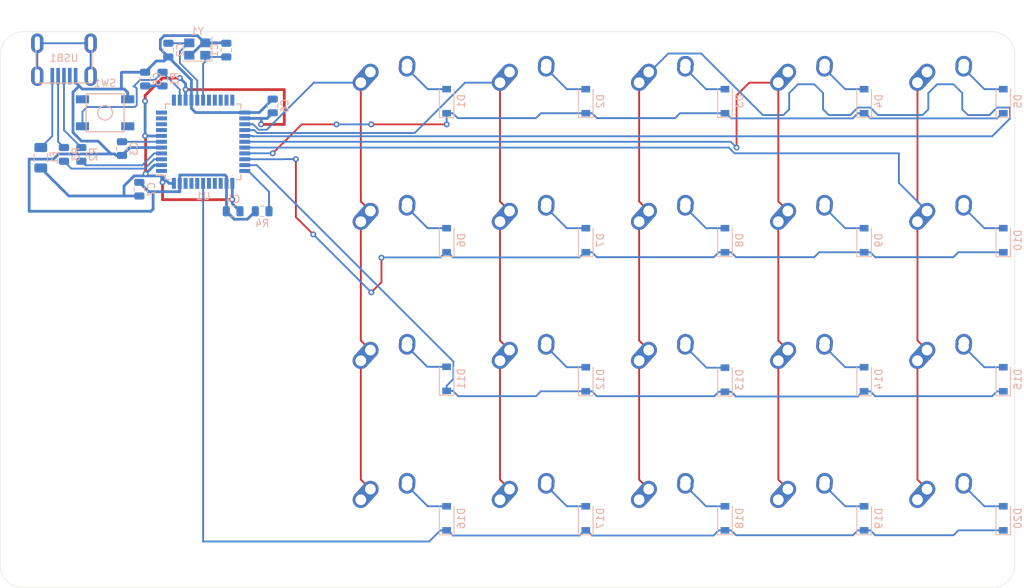
<source format=kicad_pcb>
(kicad_pcb (version 20171130) (host pcbnew "(5.1.4)-1")

  (general
    (thickness 1.6)
    (drawings 8)
    (tracks 406)
    (zones 0)
    (modules 56)
    (nets 61)
  )

  (page A4)
  (layers
    (0 F.Cu signal)
    (31 B.Cu signal)
    (32 B.Adhes user)
    (33 F.Adhes user)
    (34 B.Paste user)
    (35 F.Paste user)
    (36 B.SilkS user)
    (37 F.SilkS user)
    (38 B.Mask user)
    (39 F.Mask user)
    (40 Dwgs.User user)
    (41 Cmts.User user)
    (42 Eco1.User user)
    (43 Eco2.User user)
    (44 Edge.Cuts user)
    (45 Margin user)
    (46 B.CrtYd user)
    (47 F.CrtYd user)
    (48 B.Fab user)
    (49 F.Fab user)
  )

  (setup
    (last_trace_width 0.254)
    (trace_clearance 0.2)
    (zone_clearance 0.508)
    (zone_45_only no)
    (trace_min 0.2)
    (via_size 0.8)
    (via_drill 0.4)
    (via_min_size 0.4)
    (via_min_drill 0.3)
    (uvia_size 0.3)
    (uvia_drill 0.1)
    (uvias_allowed no)
    (uvia_min_size 0.2)
    (uvia_min_drill 0.1)
    (edge_width 0.05)
    (segment_width 0.2)
    (pcb_text_width 0.3)
    (pcb_text_size 1.5 1.5)
    (mod_edge_width 0.12)
    (mod_text_size 1 1)
    (mod_text_width 0.15)
    (pad_size 1.524 1.524)
    (pad_drill 0.762)
    (pad_to_mask_clearance 0.051)
    (solder_mask_min_width 0.25)
    (aux_axis_origin 0 0)
    (visible_elements FFFFFF7F)
    (pcbplotparams
      (layerselection 0x010fc_ffffffff)
      (usegerberextensions false)
      (usegerberattributes false)
      (usegerberadvancedattributes false)
      (creategerberjobfile false)
      (excludeedgelayer true)
      (linewidth 0.100000)
      (plotframeref false)
      (viasonmask false)
      (mode 1)
      (useauxorigin false)
      (hpglpennumber 1)
      (hpglpenspeed 20)
      (hpglpendiameter 15.000000)
      (psnegative false)
      (psa4output false)
      (plotreference true)
      (plotvalue true)
      (plotinvisibletext false)
      (padsonsilk false)
      (subtractmaskfromsilk false)
      (outputformat 1)
      (mirror false)
      (drillshape 1)
      (scaleselection 1)
      (outputdirectory ""))
  )

  (net 0 "")
  (net 1 "Net-(C1-Pad2)")
  (net 2 GND)
  (net 3 "Net-(C2-Pad2)")
  (net 4 "Net-(C3-Pad2)")
  (net 5 +5V)
  (net 6 "Net-(D1-Pad2)")
  (net 7 row0)
  (net 8 "Net-(D2-Pad2)")
  (net 9 "Net-(D3-Pad2)")
  (net 10 "Net-(D4-Pad2)")
  (net 11 "Net-(D5-Pad2)")
  (net 12 "Net-(D6-Pad2)")
  (net 13 row1)
  (net 14 "Net-(D7-Pad2)")
  (net 15 "Net-(D8-Pad2)")
  (net 16 "Net-(D9-Pad2)")
  (net 17 "Net-(D10-Pad2)")
  (net 18 "Net-(D11-Pad2)")
  (net 19 row2)
  (net 20 "Net-(D12-Pad2)")
  (net 21 "Net-(D13-Pad2)")
  (net 22 "Net-(D14-Pad2)")
  (net 23 "Net-(D15-Pad2)")
  (net 24 "Net-(D16-Pad2)")
  (net 25 row3)
  (net 26 "Net-(D17-Pad2)")
  (net 27 "Net-(D18-Pad2)")
  (net 28 "Net-(D19-Pad2)")
  (net 29 "Net-(D20-Pad2)")
  (net 30 VCC)
  (net 31 col0)
  (net 32 col1)
  (net 33 col2)
  (net 34 col3)
  (net 35 col4)
  (net 36 "Net-(R1-Pad2)")
  (net 37 D+)
  (net 38 "Net-(R2-Pad1)")
  (net 39 D-)
  (net 40 "Net-(R3-Pad1)")
  (net 41 "Net-(R4-Pad2)")
  (net 42 "Net-(U1-Pad42)")
  (net 43 "Net-(U1-Pad41)")
  (net 44 "Net-(U1-Pad40)")
  (net 45 "Net-(U1-Pad38)")
  (net 46 "Net-(U1-Pad37)")
  (net 47 "Net-(U1-Pad36)")
  (net 48 "Net-(U1-Pad22)")
  (net 49 "Net-(U1-Pad21)")
  (net 50 "Net-(U1-Pad20)")
  (net 51 "Net-(U1-Pad19)")
  (net 52 "Net-(U1-Pad18)")
  (net 53 "Net-(U1-Pad12)")
  (net 54 "Net-(U1-Pad11)")
  (net 55 "Net-(U1-Pad10)")
  (net 56 "Net-(U1-Pad9)")
  (net 57 "Net-(U1-Pad8)")
  (net 58 "Net-(U1-Pad1)")
  (net 59 "Net-(USB1-Pad6)")
  (net 60 "Net-(USB1-Pad2)")

  (net_class Default "This is the default net class."
    (clearance 0.2)
    (trace_width 0.254)
    (via_dia 0.8)
    (via_drill 0.4)
    (uvia_dia 0.3)
    (uvia_drill 0.1)
    (add_net D+)
    (add_net D-)
    (add_net "Net-(C1-Pad2)")
    (add_net "Net-(C2-Pad2)")
    (add_net "Net-(C3-Pad2)")
    (add_net "Net-(D1-Pad2)")
    (add_net "Net-(D10-Pad2)")
    (add_net "Net-(D11-Pad2)")
    (add_net "Net-(D12-Pad2)")
    (add_net "Net-(D13-Pad2)")
    (add_net "Net-(D14-Pad2)")
    (add_net "Net-(D15-Pad2)")
    (add_net "Net-(D16-Pad2)")
    (add_net "Net-(D17-Pad2)")
    (add_net "Net-(D18-Pad2)")
    (add_net "Net-(D19-Pad2)")
    (add_net "Net-(D2-Pad2)")
    (add_net "Net-(D20-Pad2)")
    (add_net "Net-(D3-Pad2)")
    (add_net "Net-(D4-Pad2)")
    (add_net "Net-(D5-Pad2)")
    (add_net "Net-(D6-Pad2)")
    (add_net "Net-(D7-Pad2)")
    (add_net "Net-(D8-Pad2)")
    (add_net "Net-(D9-Pad2)")
    (add_net "Net-(R1-Pad2)")
    (add_net "Net-(R2-Pad1)")
    (add_net "Net-(R3-Pad1)")
    (add_net "Net-(R4-Pad2)")
    (add_net "Net-(U1-Pad1)")
    (add_net "Net-(U1-Pad10)")
    (add_net "Net-(U1-Pad11)")
    (add_net "Net-(U1-Pad12)")
    (add_net "Net-(U1-Pad18)")
    (add_net "Net-(U1-Pad19)")
    (add_net "Net-(U1-Pad20)")
    (add_net "Net-(U1-Pad21)")
    (add_net "Net-(U1-Pad22)")
    (add_net "Net-(U1-Pad36)")
    (add_net "Net-(U1-Pad37)")
    (add_net "Net-(U1-Pad38)")
    (add_net "Net-(U1-Pad40)")
    (add_net "Net-(U1-Pad41)")
    (add_net "Net-(U1-Pad42)")
    (add_net "Net-(U1-Pad8)")
    (add_net "Net-(U1-Pad9)")
    (add_net "Net-(USB1-Pad2)")
    (add_net "Net-(USB1-Pad6)")
    (add_net VCC)
    (add_net col0)
    (add_net col1)
    (add_net col2)
    (add_net col3)
    (add_net col4)
    (add_net row0)
    (add_net row1)
    (add_net row2)
    (add_net row3)
  )

  (net_class Power ""
    (clearance 0.2)
    (trace_width 0.381)
    (via_dia 0.8)
    (via_drill 0.4)
    (uvia_dia 0.3)
    (uvia_drill 0.1)
    (add_net +5V)
    (add_net GND)
  )

  (module Crystal:Crystal_SMD_3225-4Pin_3.2x2.5mm (layer B.Cu) (tedit 5A0FD1B2) (tstamp 64060D4C)
    (at 85.725 89.69375 180)
    (descr "SMD Crystal SERIES SMD3225/4 http://www.txccrystal.com/images/pdf/7m-accuracy.pdf, 3.2x2.5mm^2 package")
    (tags "SMD SMT crystal")
    (path /64072FC8)
    (attr smd)
    (fp_text reference Y1 (at 0 2.45) (layer B.SilkS)
      (effects (font (size 1 1) (thickness 0.15)) (justify mirror))
    )
    (fp_text value 16MHz (at 0 -2.45) (layer B.Fab)
      (effects (font (size 1 1) (thickness 0.15)) (justify mirror))
    )
    (fp_line (start 2.1 1.7) (end -2.1 1.7) (layer B.CrtYd) (width 0.05))
    (fp_line (start 2.1 -1.7) (end 2.1 1.7) (layer B.CrtYd) (width 0.05))
    (fp_line (start -2.1 -1.7) (end 2.1 -1.7) (layer B.CrtYd) (width 0.05))
    (fp_line (start -2.1 1.7) (end -2.1 -1.7) (layer B.CrtYd) (width 0.05))
    (fp_line (start -2 -1.65) (end 2 -1.65) (layer B.SilkS) (width 0.12))
    (fp_line (start -2 1.65) (end -2 -1.65) (layer B.SilkS) (width 0.12))
    (fp_line (start -1.6 -0.25) (end -0.6 -1.25) (layer B.Fab) (width 0.1))
    (fp_line (start 1.6 1.25) (end -1.6 1.25) (layer B.Fab) (width 0.1))
    (fp_line (start 1.6 -1.25) (end 1.6 1.25) (layer B.Fab) (width 0.1))
    (fp_line (start -1.6 -1.25) (end 1.6 -1.25) (layer B.Fab) (width 0.1))
    (fp_line (start -1.6 1.25) (end -1.6 -1.25) (layer B.Fab) (width 0.1))
    (fp_text user %R (at 0 0) (layer B.Fab)
      (effects (font (size 0.7 0.7) (thickness 0.105)) (justify mirror))
    )
    (pad 4 smd rect (at -1.1 0.85 180) (size 1.4 1.2) (layers B.Cu B.Paste B.Mask)
      (net 2 GND))
    (pad 3 smd rect (at 1.1 0.85 180) (size 1.4 1.2) (layers B.Cu B.Paste B.Mask)
      (net 3 "Net-(C2-Pad2)"))
    (pad 2 smd rect (at 1.1 -0.85 180) (size 1.4 1.2) (layers B.Cu B.Paste B.Mask)
      (net 2 GND))
    (pad 1 smd rect (at -1.1 -0.85 180) (size 1.4 1.2) (layers B.Cu B.Paste B.Mask)
      (net 1 "Net-(C1-Pad2)"))
    (model ${KISYS3DMOD}/Crystal.3dshapes/Crystal_SMD_3225-4Pin_3.2x2.5mm.wrl
      (at (xyz 0 0 0))
      (scale (xyz 1 1 1))
      (rotate (xyz 0 0 0))
    )
  )

  (module random-keyboard-parts:Molex-0548190589 (layer B.Cu) (tedit 5C494815) (tstamp 64060D38)
    (at 67.46875 88.9 270)
    (path /6408E99C)
    (attr smd)
    (fp_text reference USB1 (at 2.032 0) (layer B.SilkS)
      (effects (font (size 1 1) (thickness 0.15)) (justify mirror))
    )
    (fp_text value Molex-0548190589 (at -5.08 0) (layer Dwgs.User)
      (effects (font (size 1 1) (thickness 0.15)))
    )
    (fp_text user %R (at 2 0) (layer B.CrtYd)
      (effects (font (size 1 1) (thickness 0.15)) (justify mirror))
    )
    (fp_line (start 3.25 1.25) (end 5.5 1.25) (layer B.CrtYd) (width 0.15))
    (fp_line (start 5.5 0.5) (end 3.25 0.5) (layer B.CrtYd) (width 0.15))
    (fp_line (start 3.25 -0.5) (end 5.5 -0.5) (layer B.CrtYd) (width 0.15))
    (fp_line (start 5.5 -1.25) (end 3.25 -1.25) (layer B.CrtYd) (width 0.15))
    (fp_line (start 3.25 -2) (end 5.5 -2) (layer B.CrtYd) (width 0.15))
    (fp_line (start 3.25 2) (end 3.25 -2) (layer B.CrtYd) (width 0.15))
    (fp_line (start 5.5 2) (end 3.25 2) (layer B.CrtYd) (width 0.15))
    (fp_line (start -3.75 -3.75) (end -3.75 3.75) (layer B.CrtYd) (width 0.15))
    (fp_line (start 5.5 -3.75) (end -3.75 -3.75) (layer B.CrtYd) (width 0.15))
    (fp_line (start 5.5 3.75) (end 5.5 -3.75) (layer B.CrtYd) (width 0.15))
    (fp_line (start -3.75 3.75) (end 5.5 3.75) (layer B.CrtYd) (width 0.15))
    (fp_line (start 0 3.85) (end 5.45 3.85) (layer B.SilkS) (width 0.15))
    (fp_line (start 0 -3.85) (end 5.45 -3.85) (layer B.SilkS) (width 0.15))
    (fp_line (start 5.45 3.85) (end 5.45 -3.85) (layer B.SilkS) (width 0.15))
    (fp_line (start -3.75 3.85) (end 0 3.85) (layer Dwgs.User) (width 0.15))
    (fp_line (start -3.75 -3.85) (end 0 -3.85) (layer Dwgs.User) (width 0.15))
    (fp_line (start -1.75 4.572) (end -1.75 -4.572) (layer Dwgs.User) (width 0.15))
    (fp_line (start -3.75 3.85) (end -3.75 -3.85) (layer Dwgs.User) (width 0.15))
    (pad 6 thru_hole oval (at 0 3.65 270) (size 2.7 1.7) (drill oval 1.9 0.7) (layers *.Cu *.Mask)
      (net 59 "Net-(USB1-Pad6)"))
    (pad 6 thru_hole oval (at 0 -3.65 270) (size 2.7 1.7) (drill oval 1.9 0.7) (layers *.Cu *.Mask)
      (net 59 "Net-(USB1-Pad6)"))
    (pad 6 thru_hole oval (at 4.5 -3.65 270) (size 2.7 1.7) (drill oval 1.9 0.7) (layers *.Cu *.Mask)
      (net 59 "Net-(USB1-Pad6)"))
    (pad 6 thru_hole oval (at 4.5 3.65 270) (size 2.7 1.7) (drill oval 1.9 0.7) (layers *.Cu *.Mask)
      (net 59 "Net-(USB1-Pad6)"))
    (pad 5 smd rect (at 4.5 1.6 270) (size 2.25 0.5) (layers B.Cu B.Paste B.Mask)
      (net 30 VCC))
    (pad 4 smd rect (at 4.5 0.8 270) (size 2.25 0.5) (layers B.Cu B.Paste B.Mask)
      (net 39 D-))
    (pad 3 smd rect (at 4.5 0 270) (size 2.25 0.5) (layers B.Cu B.Paste B.Mask)
      (net 37 D+))
    (pad 2 smd rect (at 4.5 -0.8 270) (size 2.25 0.5) (layers B.Cu B.Paste B.Mask)
      (net 60 "Net-(USB1-Pad2)"))
    (pad 1 smd rect (at 4.5 -1.6 270) (size 2.25 0.5) (layers B.Cu B.Paste B.Mask)
      (net 2 GND))
  )

  (module Package_QFP:TQFP-44_10x10mm_P0.8mm (layer B.Cu) (tedit 5A02F146) (tstamp 64060D18)
    (at 86.51875 102.39375)
    (descr "44-Lead Plastic Thin Quad Flatpack (PT) - 10x10x1.0 mm Body [TQFP] (see Microchip Packaging Specification 00000049BS.pdf)")
    (tags "QFP 0.8")
    (path /6405AAEA)
    (attr smd)
    (fp_text reference U1 (at 0 7.45) (layer B.SilkS)
      (effects (font (size 1 1) (thickness 0.15)) (justify mirror))
    )
    (fp_text value ATmega32U4-AU (at 0 -7.45) (layer B.Fab)
      (effects (font (size 1 1) (thickness 0.15)) (justify mirror))
    )
    (fp_line (start -5.175 4.6) (end -6.45 4.6) (layer B.SilkS) (width 0.15))
    (fp_line (start 5.175 5.175) (end 4.5 5.175) (layer B.SilkS) (width 0.15))
    (fp_line (start 5.175 -5.175) (end 4.5 -5.175) (layer B.SilkS) (width 0.15))
    (fp_line (start -5.175 -5.175) (end -4.5 -5.175) (layer B.SilkS) (width 0.15))
    (fp_line (start -5.175 5.175) (end -4.5 5.175) (layer B.SilkS) (width 0.15))
    (fp_line (start -5.175 -5.175) (end -5.175 -4.5) (layer B.SilkS) (width 0.15))
    (fp_line (start 5.175 -5.175) (end 5.175 -4.5) (layer B.SilkS) (width 0.15))
    (fp_line (start 5.175 5.175) (end 5.175 4.5) (layer B.SilkS) (width 0.15))
    (fp_line (start -5.175 5.175) (end -5.175 4.6) (layer B.SilkS) (width 0.15))
    (fp_line (start -6.7 -6.7) (end 6.7 -6.7) (layer B.CrtYd) (width 0.05))
    (fp_line (start -6.7 6.7) (end 6.7 6.7) (layer B.CrtYd) (width 0.05))
    (fp_line (start 6.7 6.7) (end 6.7 -6.7) (layer B.CrtYd) (width 0.05))
    (fp_line (start -6.7 6.7) (end -6.7 -6.7) (layer B.CrtYd) (width 0.05))
    (fp_line (start -5 4) (end -4 5) (layer B.Fab) (width 0.15))
    (fp_line (start -5 -5) (end -5 4) (layer B.Fab) (width 0.15))
    (fp_line (start 5 -5) (end -5 -5) (layer B.Fab) (width 0.15))
    (fp_line (start 5 5) (end 5 -5) (layer B.Fab) (width 0.15))
    (fp_line (start -4 5) (end 5 5) (layer B.Fab) (width 0.15))
    (fp_text user %R (at 0 0) (layer B.Fab)
      (effects (font (size 1 1) (thickness 0.15)) (justify mirror))
    )
    (pad 44 smd rect (at -4 5.7 270) (size 1.5 0.55) (layers B.Cu B.Paste B.Mask)
      (net 5 +5V))
    (pad 43 smd rect (at -3.2 5.7 270) (size 1.5 0.55) (layers B.Cu B.Paste B.Mask)
      (net 2 GND))
    (pad 42 smd rect (at -2.4 5.7 270) (size 1.5 0.55) (layers B.Cu B.Paste B.Mask)
      (net 42 "Net-(U1-Pad42)"))
    (pad 41 smd rect (at -1.6 5.7 270) (size 1.5 0.55) (layers B.Cu B.Paste B.Mask)
      (net 43 "Net-(U1-Pad41)"))
    (pad 40 smd rect (at -0.8 5.7 270) (size 1.5 0.55) (layers B.Cu B.Paste B.Mask)
      (net 44 "Net-(U1-Pad40)"))
    (pad 39 smd rect (at 0 5.7 270) (size 1.5 0.55) (layers B.Cu B.Paste B.Mask)
      (net 25 row3))
    (pad 38 smd rect (at 0.8 5.7 270) (size 1.5 0.55) (layers B.Cu B.Paste B.Mask)
      (net 45 "Net-(U1-Pad38)"))
    (pad 37 smd rect (at 1.6 5.7 270) (size 1.5 0.55) (layers B.Cu B.Paste B.Mask)
      (net 46 "Net-(U1-Pad37)"))
    (pad 36 smd rect (at 2.4 5.7 270) (size 1.5 0.55) (layers B.Cu B.Paste B.Mask)
      (net 47 "Net-(U1-Pad36)"))
    (pad 35 smd rect (at 3.2 5.7 270) (size 1.5 0.55) (layers B.Cu B.Paste B.Mask)
      (net 2 GND))
    (pad 34 smd rect (at 4 5.7 270) (size 1.5 0.55) (layers B.Cu B.Paste B.Mask)
      (net 5 +5V))
    (pad 33 smd rect (at 5.7 4) (size 1.5 0.55) (layers B.Cu B.Paste B.Mask)
      (net 41 "Net-(R4-Pad2)"))
    (pad 32 smd rect (at 5.7 3.2) (size 1.5 0.55) (layers B.Cu B.Paste B.Mask)
      (net 19 row2))
    (pad 31 smd rect (at 5.7 2.4) (size 1.5 0.55) (layers B.Cu B.Paste B.Mask)
      (net 13 row1))
    (pad 30 smd rect (at 5.7 1.6) (size 1.5 0.55) (layers B.Cu B.Paste B.Mask)
      (net 7 row0))
    (pad 29 smd rect (at 5.7 0.8) (size 1.5 0.55) (layers B.Cu B.Paste B.Mask)
      (net 35 col4))
    (pad 28 smd rect (at 5.7 0) (size 1.5 0.55) (layers B.Cu B.Paste B.Mask)
      (net 34 col3))
    (pad 27 smd rect (at 5.7 -0.8) (size 1.5 0.55) (layers B.Cu B.Paste B.Mask)
      (net 33 col2))
    (pad 26 smd rect (at 5.7 -1.6) (size 1.5 0.55) (layers B.Cu B.Paste B.Mask)
      (net 32 col1))
    (pad 25 smd rect (at 5.7 -2.4) (size 1.5 0.55) (layers B.Cu B.Paste B.Mask)
      (net 31 col0))
    (pad 24 smd rect (at 5.7 -3.2) (size 1.5 0.55) (layers B.Cu B.Paste B.Mask)
      (net 5 +5V))
    (pad 23 smd rect (at 5.7 -4) (size 1.5 0.55) (layers B.Cu B.Paste B.Mask)
      (net 2 GND))
    (pad 22 smd rect (at 4 -5.7 270) (size 1.5 0.55) (layers B.Cu B.Paste B.Mask)
      (net 48 "Net-(U1-Pad22)"))
    (pad 21 smd rect (at 3.2 -5.7 270) (size 1.5 0.55) (layers B.Cu B.Paste B.Mask)
      (net 49 "Net-(U1-Pad21)"))
    (pad 20 smd rect (at 2.4 -5.7 270) (size 1.5 0.55) (layers B.Cu B.Paste B.Mask)
      (net 50 "Net-(U1-Pad20)"))
    (pad 19 smd rect (at 1.6 -5.7 270) (size 1.5 0.55) (layers B.Cu B.Paste B.Mask)
      (net 51 "Net-(U1-Pad19)"))
    (pad 18 smd rect (at 0.8 -5.7 270) (size 1.5 0.55) (layers B.Cu B.Paste B.Mask)
      (net 52 "Net-(U1-Pad18)"))
    (pad 17 smd rect (at 0 -5.7 270) (size 1.5 0.55) (layers B.Cu B.Paste B.Mask)
      (net 1 "Net-(C1-Pad2)"))
    (pad 16 smd rect (at -0.8 -5.7 270) (size 1.5 0.55) (layers B.Cu B.Paste B.Mask)
      (net 3 "Net-(C2-Pad2)"))
    (pad 15 smd rect (at -1.6 -5.7 270) (size 1.5 0.55) (layers B.Cu B.Paste B.Mask)
      (net 2 GND))
    (pad 14 smd rect (at -2.4 -5.7 270) (size 1.5 0.55) (layers B.Cu B.Paste B.Mask)
      (net 5 +5V))
    (pad 13 smd rect (at -3.2 -5.7 270) (size 1.5 0.55) (layers B.Cu B.Paste B.Mask)
      (net 36 "Net-(R1-Pad2)"))
    (pad 12 smd rect (at -4 -5.7 270) (size 1.5 0.55) (layers B.Cu B.Paste B.Mask)
      (net 53 "Net-(U1-Pad12)"))
    (pad 11 smd rect (at -5.7 -4) (size 1.5 0.55) (layers B.Cu B.Paste B.Mask)
      (net 54 "Net-(U1-Pad11)"))
    (pad 10 smd rect (at -5.7 -3.2) (size 1.5 0.55) (layers B.Cu B.Paste B.Mask)
      (net 55 "Net-(U1-Pad10)"))
    (pad 9 smd rect (at -5.7 -2.4) (size 1.5 0.55) (layers B.Cu B.Paste B.Mask)
      (net 56 "Net-(U1-Pad9)"))
    (pad 8 smd rect (at -5.7 -1.6) (size 1.5 0.55) (layers B.Cu B.Paste B.Mask)
      (net 57 "Net-(U1-Pad8)"))
    (pad 7 smd rect (at -5.7 -0.8) (size 1.5 0.55) (layers B.Cu B.Paste B.Mask)
      (net 5 +5V))
    (pad 6 smd rect (at -5.7 0) (size 1.5 0.55) (layers B.Cu B.Paste B.Mask)
      (net 4 "Net-(C3-Pad2)"))
    (pad 5 smd rect (at -5.7 0.8) (size 1.5 0.55) (layers B.Cu B.Paste B.Mask)
      (net 2 GND))
    (pad 4 smd rect (at -5.7 1.6) (size 1.5 0.55) (layers B.Cu B.Paste B.Mask)
      (net 38 "Net-(R2-Pad1)"))
    (pad 3 smd rect (at -5.7 2.4) (size 1.5 0.55) (layers B.Cu B.Paste B.Mask)
      (net 40 "Net-(R3-Pad1)"))
    (pad 2 smd rect (at -5.7 3.2) (size 1.5 0.55) (layers B.Cu B.Paste B.Mask)
      (net 5 +5V))
    (pad 1 smd rect (at -5.7 4) (size 1.5 0.55) (layers B.Cu B.Paste B.Mask)
      (net 58 "Net-(U1-Pad1)"))
    (model ${KISYS3DMOD}/Package_QFP.3dshapes/TQFP-44_10x10mm_P0.8mm.wrl
      (at (xyz 0 0 0))
      (scale (xyz 1 1 1))
      (rotate (xyz 0 0 0))
    )
  )

  (module random-keyboard-parts:SKQG-1155865 (layer B.Cu) (tedit 5E62B398) (tstamp 64060CD5)
    (at 73.1 98.425)
    (path /6407AD0B)
    (attr smd)
    (fp_text reference SW1 (at 0 -4.064) (layer B.SilkS)
      (effects (font (size 1 1) (thickness 0.15)) (justify mirror))
    )
    (fp_text value SW_Push (at 0 4.064) (layer B.Fab)
      (effects (font (size 1 1) (thickness 0.15)) (justify mirror))
    )
    (fp_line (start -2.6 2.6) (end 2.6 2.6) (layer B.SilkS) (width 0.15))
    (fp_line (start 2.6 2.6) (end 2.6 -2.6) (layer B.SilkS) (width 0.15))
    (fp_line (start 2.6 -2.6) (end -2.6 -2.6) (layer B.SilkS) (width 0.15))
    (fp_line (start -2.6 -2.6) (end -2.6 2.6) (layer B.SilkS) (width 0.15))
    (fp_circle (center 0 0) (end 1 0) (layer B.SilkS) (width 0.15))
    (fp_line (start -4.2 2.6) (end 4.2 2.6) (layer B.Fab) (width 0.15))
    (fp_line (start 4.2 2.6) (end 4.2 1.2) (layer B.Fab) (width 0.15))
    (fp_line (start 4.2 1.1) (end 2.6 1.1) (layer B.Fab) (width 0.15))
    (fp_line (start 2.6 1.1) (end 2.6 -1.1) (layer B.Fab) (width 0.15))
    (fp_line (start 2.6 -1.1) (end 4.2 -1.1) (layer B.Fab) (width 0.15))
    (fp_line (start 4.2 -1.1) (end 4.2 -2.6) (layer B.Fab) (width 0.15))
    (fp_line (start 4.2 -2.6) (end -4.2 -2.6) (layer B.Fab) (width 0.15))
    (fp_line (start -4.2 -2.6) (end -4.2 -1.1) (layer B.Fab) (width 0.15))
    (fp_line (start -4.2 -1.1) (end -2.6 -1.1) (layer B.Fab) (width 0.15))
    (fp_line (start -2.6 -1.1) (end -2.6 1.1) (layer B.Fab) (width 0.15))
    (fp_line (start -2.6 1.1) (end -4.2 1.1) (layer B.Fab) (width 0.15))
    (fp_line (start -4.2 1.1) (end -4.2 2.6) (layer B.Fab) (width 0.15))
    (fp_circle (center 0 0) (end 1 0) (layer B.Fab) (width 0.15))
    (fp_line (start -2.6 1.1) (end -1.1 2.6) (layer B.Fab) (width 0.15))
    (fp_line (start 2.6 1.1) (end 1.1 2.6) (layer B.Fab) (width 0.15))
    (fp_line (start 2.6 -1.1) (end 1.1 -2.6) (layer B.Fab) (width 0.15))
    (fp_line (start -2.6 -1.1) (end -1.1 -2.6) (layer B.Fab) (width 0.15))
    (pad 4 smd rect (at -3.1 -1.85) (size 1.8 1.1) (layers B.Cu B.Paste B.Mask))
    (pad 3 smd rect (at 3.1 1.85) (size 1.8 1.1) (layers B.Cu B.Paste B.Mask))
    (pad 2 smd rect (at -3.1 1.85) (size 1.8 1.1) (layers B.Cu B.Paste B.Mask)
      (net 36 "Net-(R1-Pad2)"))
    (pad 1 smd rect (at 3.1 -1.85) (size 1.8 1.1) (layers B.Cu B.Paste B.Mask)
      (net 2 GND))
    (model ${KISYS3DMOD}/Button_Switch_SMD.3dshapes/SW_SPST_TL3342.step
      (at (xyz 0 0 0))
      (scale (xyz 1 1 1))
      (rotate (xyz 0 0 0))
    )
  )

  (module Resistor_SMD:R_0805_2012Metric (layer B.Cu) (tedit 5B36C52B) (tstamp 64060CB7)
    (at 94.6 111.91875)
    (descr "Resistor SMD 0805 (2012 Metric), square (rectangular) end terminal, IPC_7351 nominal, (Body size source: https://docs.google.com/spreadsheets/d/1BsfQQcO9C6DZCsRaXUlFlo91Tg2WpOkGARC1WS5S8t0/edit?usp=sharing), generated with kicad-footprint-generator")
    (tags resistor)
    (path /6405E1A6)
    (attr smd)
    (fp_text reference R4 (at 0 1.65) (layer B.SilkS)
      (effects (font (size 1 1) (thickness 0.15)) (justify mirror))
    )
    (fp_text value 10k (at 0 -1.65) (layer B.Fab)
      (effects (font (size 1 1) (thickness 0.15)) (justify mirror))
    )
    (fp_text user %R (at 0 0) (layer B.Fab)
      (effects (font (size 0.5 0.5) (thickness 0.08)) (justify mirror))
    )
    (fp_line (start 1.68 -0.95) (end -1.68 -0.95) (layer B.CrtYd) (width 0.05))
    (fp_line (start 1.68 0.95) (end 1.68 -0.95) (layer B.CrtYd) (width 0.05))
    (fp_line (start -1.68 0.95) (end 1.68 0.95) (layer B.CrtYd) (width 0.05))
    (fp_line (start -1.68 -0.95) (end -1.68 0.95) (layer B.CrtYd) (width 0.05))
    (fp_line (start -0.258578 -0.71) (end 0.258578 -0.71) (layer B.SilkS) (width 0.12))
    (fp_line (start -0.258578 0.71) (end 0.258578 0.71) (layer B.SilkS) (width 0.12))
    (fp_line (start 1 -0.6) (end -1 -0.6) (layer B.Fab) (width 0.1))
    (fp_line (start 1 0.6) (end 1 -0.6) (layer B.Fab) (width 0.1))
    (fp_line (start -1 0.6) (end 1 0.6) (layer B.Fab) (width 0.1))
    (fp_line (start -1 -0.6) (end -1 0.6) (layer B.Fab) (width 0.1))
    (pad 2 smd roundrect (at 0.9375 0) (size 0.975 1.4) (layers B.Cu B.Paste B.Mask) (roundrect_rratio 0.25)
      (net 41 "Net-(R4-Pad2)"))
    (pad 1 smd roundrect (at -0.9375 0) (size 0.975 1.4) (layers B.Cu B.Paste B.Mask) (roundrect_rratio 0.25)
      (net 2 GND))
    (model ${KISYS3DMOD}/Resistor_SMD.3dshapes/R_0805_2012Metric.wrl
      (at (xyz 0 0 0))
      (scale (xyz 1 1 1))
      (rotate (xyz 0 0 0))
    )
  )

  (module Resistor_SMD:R_0805_2012Metric (layer B.Cu) (tedit 5B36C52B) (tstamp 64060CA6)
    (at 67.46875 104.125 90)
    (descr "Resistor SMD 0805 (2012 Metric), square (rectangular) end terminal, IPC_7351 nominal, (Body size source: https://docs.google.com/spreadsheets/d/1BsfQQcO9C6DZCsRaXUlFlo91Tg2WpOkGARC1WS5S8t0/edit?usp=sharing), generated with kicad-footprint-generator")
    (tags resistor)
    (path /6405FDA9)
    (attr smd)
    (fp_text reference R3 (at 0 1.65 90) (layer B.SilkS)
      (effects (font (size 1 1) (thickness 0.15)) (justify mirror))
    )
    (fp_text value 22 (at 0 -1.65 90) (layer B.Fab)
      (effects (font (size 1 1) (thickness 0.15)) (justify mirror))
    )
    (fp_text user %R (at 0 0 90) (layer B.Fab)
      (effects (font (size 0.5 0.5) (thickness 0.08)) (justify mirror))
    )
    (fp_line (start 1.68 -0.95) (end -1.68 -0.95) (layer B.CrtYd) (width 0.05))
    (fp_line (start 1.68 0.95) (end 1.68 -0.95) (layer B.CrtYd) (width 0.05))
    (fp_line (start -1.68 0.95) (end 1.68 0.95) (layer B.CrtYd) (width 0.05))
    (fp_line (start -1.68 -0.95) (end -1.68 0.95) (layer B.CrtYd) (width 0.05))
    (fp_line (start -0.258578 -0.71) (end 0.258578 -0.71) (layer B.SilkS) (width 0.12))
    (fp_line (start -0.258578 0.71) (end 0.258578 0.71) (layer B.SilkS) (width 0.12))
    (fp_line (start 1 -0.6) (end -1 -0.6) (layer B.Fab) (width 0.1))
    (fp_line (start 1 0.6) (end 1 -0.6) (layer B.Fab) (width 0.1))
    (fp_line (start -1 0.6) (end 1 0.6) (layer B.Fab) (width 0.1))
    (fp_line (start -1 -0.6) (end -1 0.6) (layer B.Fab) (width 0.1))
    (pad 2 smd roundrect (at 0.9375 0 90) (size 0.975 1.4) (layers B.Cu B.Paste B.Mask) (roundrect_rratio 0.25)
      (net 39 D-))
    (pad 1 smd roundrect (at -0.9375 0 90) (size 0.975 1.4) (layers B.Cu B.Paste B.Mask) (roundrect_rratio 0.25)
      (net 40 "Net-(R3-Pad1)"))
    (model ${KISYS3DMOD}/Resistor_SMD.3dshapes/R_0805_2012Metric.wrl
      (at (xyz 0 0 0))
      (scale (xyz 1 1 1))
      (rotate (xyz 0 0 0))
    )
  )

  (module Resistor_SMD:R_0805_2012Metric (layer B.Cu) (tedit 5B36C52B) (tstamp 64060C95)
    (at 69.85 104.125 90)
    (descr "Resistor SMD 0805 (2012 Metric), square (rectangular) end terminal, IPC_7351 nominal, (Body size source: https://docs.google.com/spreadsheets/d/1BsfQQcO9C6DZCsRaXUlFlo91Tg2WpOkGARC1WS5S8t0/edit?usp=sharing), generated with kicad-footprint-generator")
    (tags resistor)
    (path /6405F4F4)
    (attr smd)
    (fp_text reference R2 (at 0 1.65 90) (layer B.SilkS)
      (effects (font (size 1 1) (thickness 0.15)) (justify mirror))
    )
    (fp_text value 22 (at 0 -1.65 90) (layer B.Fab)
      (effects (font (size 1 1) (thickness 0.15)) (justify mirror))
    )
    (fp_text user %R (at 0 0 90) (layer B.Fab)
      (effects (font (size 0.5 0.5) (thickness 0.08)) (justify mirror))
    )
    (fp_line (start 1.68 -0.95) (end -1.68 -0.95) (layer B.CrtYd) (width 0.05))
    (fp_line (start 1.68 0.95) (end 1.68 -0.95) (layer B.CrtYd) (width 0.05))
    (fp_line (start -1.68 0.95) (end 1.68 0.95) (layer B.CrtYd) (width 0.05))
    (fp_line (start -1.68 -0.95) (end -1.68 0.95) (layer B.CrtYd) (width 0.05))
    (fp_line (start -0.258578 -0.71) (end 0.258578 -0.71) (layer B.SilkS) (width 0.12))
    (fp_line (start -0.258578 0.71) (end 0.258578 0.71) (layer B.SilkS) (width 0.12))
    (fp_line (start 1 -0.6) (end -1 -0.6) (layer B.Fab) (width 0.1))
    (fp_line (start 1 0.6) (end 1 -0.6) (layer B.Fab) (width 0.1))
    (fp_line (start -1 0.6) (end 1 0.6) (layer B.Fab) (width 0.1))
    (fp_line (start -1 -0.6) (end -1 0.6) (layer B.Fab) (width 0.1))
    (pad 2 smd roundrect (at 0.9375 0 90) (size 0.975 1.4) (layers B.Cu B.Paste B.Mask) (roundrect_rratio 0.25)
      (net 37 D+))
    (pad 1 smd roundrect (at -0.9375 0 90) (size 0.975 1.4) (layers B.Cu B.Paste B.Mask) (roundrect_rratio 0.25)
      (net 38 "Net-(R2-Pad1)"))
    (model ${KISYS3DMOD}/Resistor_SMD.3dshapes/R_0805_2012Metric.wrl
      (at (xyz 0 0 0))
      (scale (xyz 1 1 1))
      (rotate (xyz 0 0 0))
    )
  )

  (module Resistor_SMD:R_0805_2012Metric (layer B.Cu) (tedit 5B36C52B) (tstamp 64060C84)
    (at 80.9625 93.80625 90)
    (descr "Resistor SMD 0805 (2012 Metric), square (rectangular) end terminal, IPC_7351 nominal, (Body size source: https://docs.google.com/spreadsheets/d/1BsfQQcO9C6DZCsRaXUlFlo91Tg2WpOkGARC1WS5S8t0/edit?usp=sharing), generated with kicad-footprint-generator")
    (tags resistor)
    (path /6407D710)
    (attr smd)
    (fp_text reference R1 (at 0 1.65 90) (layer B.SilkS)
      (effects (font (size 1 1) (thickness 0.15)) (justify mirror))
    )
    (fp_text value 10k (at 0 -1.65 90) (layer B.Fab)
      (effects (font (size 1 1) (thickness 0.15)) (justify mirror))
    )
    (fp_text user %R (at 0 0 90) (layer B.Fab)
      (effects (font (size 0.5 0.5) (thickness 0.08)) (justify mirror))
    )
    (fp_line (start 1.68 -0.95) (end -1.68 -0.95) (layer B.CrtYd) (width 0.05))
    (fp_line (start 1.68 0.95) (end 1.68 -0.95) (layer B.CrtYd) (width 0.05))
    (fp_line (start -1.68 0.95) (end 1.68 0.95) (layer B.CrtYd) (width 0.05))
    (fp_line (start -1.68 -0.95) (end -1.68 0.95) (layer B.CrtYd) (width 0.05))
    (fp_line (start -0.258578 -0.71) (end 0.258578 -0.71) (layer B.SilkS) (width 0.12))
    (fp_line (start -0.258578 0.71) (end 0.258578 0.71) (layer B.SilkS) (width 0.12))
    (fp_line (start 1 -0.6) (end -1 -0.6) (layer B.Fab) (width 0.1))
    (fp_line (start 1 0.6) (end 1 -0.6) (layer B.Fab) (width 0.1))
    (fp_line (start -1 0.6) (end 1 0.6) (layer B.Fab) (width 0.1))
    (fp_line (start -1 -0.6) (end -1 0.6) (layer B.Fab) (width 0.1))
    (pad 2 smd roundrect (at 0.9375 0 90) (size 0.975 1.4) (layers B.Cu B.Paste B.Mask) (roundrect_rratio 0.25)
      (net 36 "Net-(R1-Pad2)"))
    (pad 1 smd roundrect (at -0.9375 0 90) (size 0.975 1.4) (layers B.Cu B.Paste B.Mask) (roundrect_rratio 0.25)
      (net 5 +5V))
    (model ${KISYS3DMOD}/Resistor_SMD.3dshapes/R_0805_2012Metric.wrl
      (at (xyz 0 0 0))
      (scale (xyz 1 1 1))
      (rotate (xyz 0 0 0))
    )
  )

  (module MX_Alps_Hybrid:MX-1U-NoLED (layer F.Cu) (tedit 5A9F5203) (tstamp 64060C73)
    (at 188.11875 153.9875)
    (path /640B4E37)
    (fp_text reference MX20 (at 0 3.175) (layer Dwgs.User)
      (effects (font (size 1 1) (thickness 0.15)))
    )
    (fp_text value MX-NoLED (at 0 -7.9375) (layer Dwgs.User)
      (effects (font (size 1 1) (thickness 0.15)))
    )
    (fp_line (start -9.525 9.525) (end -9.525 -9.525) (layer Dwgs.User) (width 0.15))
    (fp_line (start 9.525 9.525) (end -9.525 9.525) (layer Dwgs.User) (width 0.15))
    (fp_line (start 9.525 -9.525) (end 9.525 9.525) (layer Dwgs.User) (width 0.15))
    (fp_line (start -9.525 -9.525) (end 9.525 -9.525) (layer Dwgs.User) (width 0.15))
    (fp_line (start -7 -7) (end -7 -5) (layer Dwgs.User) (width 0.15))
    (fp_line (start -5 -7) (end -7 -7) (layer Dwgs.User) (width 0.15))
    (fp_line (start -7 7) (end -5 7) (layer Dwgs.User) (width 0.15))
    (fp_line (start -7 5) (end -7 7) (layer Dwgs.User) (width 0.15))
    (fp_line (start 7 7) (end 7 5) (layer Dwgs.User) (width 0.15))
    (fp_line (start 5 7) (end 7 7) (layer Dwgs.User) (width 0.15))
    (fp_line (start 7 -7) (end 7 -5) (layer Dwgs.User) (width 0.15))
    (fp_line (start 5 -7) (end 7 -7) (layer Dwgs.User) (width 0.15))
    (pad "" np_thru_hole circle (at 5.08 0 48.0996) (size 1.75 1.75) (drill 1.75) (layers *.Cu *.Mask))
    (pad "" np_thru_hole circle (at -5.08 0 48.0996) (size 1.75 1.75) (drill 1.75) (layers *.Cu *.Mask))
    (pad 1 thru_hole circle (at -2.5 -4) (size 2.25 2.25) (drill 1.47) (layers *.Cu B.Mask)
      (net 35 col4))
    (pad "" np_thru_hole circle (at 0 0) (size 3.9878 3.9878) (drill 3.9878) (layers *.Cu *.Mask))
    (pad 1 thru_hole oval (at -3.81 -2.54 48.0996) (size 4.211556 2.25) (drill 1.47 (offset 0.980778 0)) (layers *.Cu B.Mask)
      (net 35 col4))
    (pad 2 thru_hole circle (at 2.54 -5.08) (size 2.25 2.25) (drill 1.47) (layers *.Cu B.Mask)
      (net 29 "Net-(D20-Pad2)"))
    (pad 2 thru_hole oval (at 2.5 -4.5 86.0548) (size 2.831378 2.25) (drill 1.47 (offset 0.290689 0)) (layers *.Cu B.Mask)
      (net 29 "Net-(D20-Pad2)"))
  )

  (module MX_Alps_Hybrid:MX-1U-NoLED (layer F.Cu) (tedit 5A9F5203) (tstamp 64060C5C)
    (at 169.06875 153.9875)
    (path /640B4E2B)
    (fp_text reference MX19 (at 0 3.175) (layer Dwgs.User)
      (effects (font (size 1 1) (thickness 0.15)))
    )
    (fp_text value MX-NoLED (at 0 -7.9375) (layer Dwgs.User)
      (effects (font (size 1 1) (thickness 0.15)))
    )
    (fp_line (start -9.525 9.525) (end -9.525 -9.525) (layer Dwgs.User) (width 0.15))
    (fp_line (start 9.525 9.525) (end -9.525 9.525) (layer Dwgs.User) (width 0.15))
    (fp_line (start 9.525 -9.525) (end 9.525 9.525) (layer Dwgs.User) (width 0.15))
    (fp_line (start -9.525 -9.525) (end 9.525 -9.525) (layer Dwgs.User) (width 0.15))
    (fp_line (start -7 -7) (end -7 -5) (layer Dwgs.User) (width 0.15))
    (fp_line (start -5 -7) (end -7 -7) (layer Dwgs.User) (width 0.15))
    (fp_line (start -7 7) (end -5 7) (layer Dwgs.User) (width 0.15))
    (fp_line (start -7 5) (end -7 7) (layer Dwgs.User) (width 0.15))
    (fp_line (start 7 7) (end 7 5) (layer Dwgs.User) (width 0.15))
    (fp_line (start 5 7) (end 7 7) (layer Dwgs.User) (width 0.15))
    (fp_line (start 7 -7) (end 7 -5) (layer Dwgs.User) (width 0.15))
    (fp_line (start 5 -7) (end 7 -7) (layer Dwgs.User) (width 0.15))
    (pad "" np_thru_hole circle (at 5.08 0 48.0996) (size 1.75 1.75) (drill 1.75) (layers *.Cu *.Mask))
    (pad "" np_thru_hole circle (at -5.08 0 48.0996) (size 1.75 1.75) (drill 1.75) (layers *.Cu *.Mask))
    (pad 1 thru_hole circle (at -2.5 -4) (size 2.25 2.25) (drill 1.47) (layers *.Cu B.Mask)
      (net 34 col3))
    (pad "" np_thru_hole circle (at 0 0) (size 3.9878 3.9878) (drill 3.9878) (layers *.Cu *.Mask))
    (pad 1 thru_hole oval (at -3.81 -2.54 48.0996) (size 4.211556 2.25) (drill 1.47 (offset 0.980778 0)) (layers *.Cu B.Mask)
      (net 34 col3))
    (pad 2 thru_hole circle (at 2.54 -5.08) (size 2.25 2.25) (drill 1.47) (layers *.Cu B.Mask)
      (net 28 "Net-(D19-Pad2)"))
    (pad 2 thru_hole oval (at 2.5 -4.5 86.0548) (size 2.831378 2.25) (drill 1.47 (offset 0.290689 0)) (layers *.Cu B.Mask)
      (net 28 "Net-(D19-Pad2)"))
  )

  (module MX_Alps_Hybrid:MX-1U-NoLED (layer F.Cu) (tedit 5A9F5203) (tstamp 64060C45)
    (at 150.01875 153.9875)
    (path /640B4E1F)
    (fp_text reference MX18 (at 0 3.175) (layer Dwgs.User)
      (effects (font (size 1 1) (thickness 0.15)))
    )
    (fp_text value MX-NoLED (at 0 -7.9375) (layer Dwgs.User)
      (effects (font (size 1 1) (thickness 0.15)))
    )
    (fp_line (start -9.525 9.525) (end -9.525 -9.525) (layer Dwgs.User) (width 0.15))
    (fp_line (start 9.525 9.525) (end -9.525 9.525) (layer Dwgs.User) (width 0.15))
    (fp_line (start 9.525 -9.525) (end 9.525 9.525) (layer Dwgs.User) (width 0.15))
    (fp_line (start -9.525 -9.525) (end 9.525 -9.525) (layer Dwgs.User) (width 0.15))
    (fp_line (start -7 -7) (end -7 -5) (layer Dwgs.User) (width 0.15))
    (fp_line (start -5 -7) (end -7 -7) (layer Dwgs.User) (width 0.15))
    (fp_line (start -7 7) (end -5 7) (layer Dwgs.User) (width 0.15))
    (fp_line (start -7 5) (end -7 7) (layer Dwgs.User) (width 0.15))
    (fp_line (start 7 7) (end 7 5) (layer Dwgs.User) (width 0.15))
    (fp_line (start 5 7) (end 7 7) (layer Dwgs.User) (width 0.15))
    (fp_line (start 7 -7) (end 7 -5) (layer Dwgs.User) (width 0.15))
    (fp_line (start 5 -7) (end 7 -7) (layer Dwgs.User) (width 0.15))
    (pad "" np_thru_hole circle (at 5.08 0 48.0996) (size 1.75 1.75) (drill 1.75) (layers *.Cu *.Mask))
    (pad "" np_thru_hole circle (at -5.08 0 48.0996) (size 1.75 1.75) (drill 1.75) (layers *.Cu *.Mask))
    (pad 1 thru_hole circle (at -2.5 -4) (size 2.25 2.25) (drill 1.47) (layers *.Cu B.Mask)
      (net 33 col2))
    (pad "" np_thru_hole circle (at 0 0) (size 3.9878 3.9878) (drill 3.9878) (layers *.Cu *.Mask))
    (pad 1 thru_hole oval (at -3.81 -2.54 48.0996) (size 4.211556 2.25) (drill 1.47 (offset 0.980778 0)) (layers *.Cu B.Mask)
      (net 33 col2))
    (pad 2 thru_hole circle (at 2.54 -5.08) (size 2.25 2.25) (drill 1.47) (layers *.Cu B.Mask)
      (net 27 "Net-(D18-Pad2)"))
    (pad 2 thru_hole oval (at 2.5 -4.5 86.0548) (size 2.831378 2.25) (drill 1.47 (offset 0.290689 0)) (layers *.Cu B.Mask)
      (net 27 "Net-(D18-Pad2)"))
  )

  (module MX_Alps_Hybrid:MX-1U-NoLED (layer F.Cu) (tedit 5A9F5203) (tstamp 64060C2E)
    (at 130.96875 153.9875)
    (path /640B4E13)
    (fp_text reference MX17 (at 0 3.175) (layer Dwgs.User)
      (effects (font (size 1 1) (thickness 0.15)))
    )
    (fp_text value MX-NoLED (at 0 -7.9375) (layer Dwgs.User)
      (effects (font (size 1 1) (thickness 0.15)))
    )
    (fp_line (start -9.525 9.525) (end -9.525 -9.525) (layer Dwgs.User) (width 0.15))
    (fp_line (start 9.525 9.525) (end -9.525 9.525) (layer Dwgs.User) (width 0.15))
    (fp_line (start 9.525 -9.525) (end 9.525 9.525) (layer Dwgs.User) (width 0.15))
    (fp_line (start -9.525 -9.525) (end 9.525 -9.525) (layer Dwgs.User) (width 0.15))
    (fp_line (start -7 -7) (end -7 -5) (layer Dwgs.User) (width 0.15))
    (fp_line (start -5 -7) (end -7 -7) (layer Dwgs.User) (width 0.15))
    (fp_line (start -7 7) (end -5 7) (layer Dwgs.User) (width 0.15))
    (fp_line (start -7 5) (end -7 7) (layer Dwgs.User) (width 0.15))
    (fp_line (start 7 7) (end 7 5) (layer Dwgs.User) (width 0.15))
    (fp_line (start 5 7) (end 7 7) (layer Dwgs.User) (width 0.15))
    (fp_line (start 7 -7) (end 7 -5) (layer Dwgs.User) (width 0.15))
    (fp_line (start 5 -7) (end 7 -7) (layer Dwgs.User) (width 0.15))
    (pad "" np_thru_hole circle (at 5.08 0 48.0996) (size 1.75 1.75) (drill 1.75) (layers *.Cu *.Mask))
    (pad "" np_thru_hole circle (at -5.08 0 48.0996) (size 1.75 1.75) (drill 1.75) (layers *.Cu *.Mask))
    (pad 1 thru_hole circle (at -2.5 -4) (size 2.25 2.25) (drill 1.47) (layers *.Cu B.Mask)
      (net 32 col1))
    (pad "" np_thru_hole circle (at 0 0) (size 3.9878 3.9878) (drill 3.9878) (layers *.Cu *.Mask))
    (pad 1 thru_hole oval (at -3.81 -2.54 48.0996) (size 4.211556 2.25) (drill 1.47 (offset 0.980778 0)) (layers *.Cu B.Mask)
      (net 32 col1))
    (pad 2 thru_hole circle (at 2.54 -5.08) (size 2.25 2.25) (drill 1.47) (layers *.Cu B.Mask)
      (net 26 "Net-(D17-Pad2)"))
    (pad 2 thru_hole oval (at 2.5 -4.5 86.0548) (size 2.831378 2.25) (drill 1.47 (offset 0.290689 0)) (layers *.Cu B.Mask)
      (net 26 "Net-(D17-Pad2)"))
  )

  (module MX_Alps_Hybrid:MX-1U-NoLED (layer F.Cu) (tedit 5A9F5203) (tstamp 64060C17)
    (at 111.91875 153.9875)
    (path /640B4E07)
    (fp_text reference MX16 (at 0 3.175) (layer Dwgs.User)
      (effects (font (size 1 1) (thickness 0.15)))
    )
    (fp_text value MX-NoLED (at 0 -7.9375) (layer Dwgs.User)
      (effects (font (size 1 1) (thickness 0.15)))
    )
    (fp_line (start -9.525 9.525) (end -9.525 -9.525) (layer Dwgs.User) (width 0.15))
    (fp_line (start 9.525 9.525) (end -9.525 9.525) (layer Dwgs.User) (width 0.15))
    (fp_line (start 9.525 -9.525) (end 9.525 9.525) (layer Dwgs.User) (width 0.15))
    (fp_line (start -9.525 -9.525) (end 9.525 -9.525) (layer Dwgs.User) (width 0.15))
    (fp_line (start -7 -7) (end -7 -5) (layer Dwgs.User) (width 0.15))
    (fp_line (start -5 -7) (end -7 -7) (layer Dwgs.User) (width 0.15))
    (fp_line (start -7 7) (end -5 7) (layer Dwgs.User) (width 0.15))
    (fp_line (start -7 5) (end -7 7) (layer Dwgs.User) (width 0.15))
    (fp_line (start 7 7) (end 7 5) (layer Dwgs.User) (width 0.15))
    (fp_line (start 5 7) (end 7 7) (layer Dwgs.User) (width 0.15))
    (fp_line (start 7 -7) (end 7 -5) (layer Dwgs.User) (width 0.15))
    (fp_line (start 5 -7) (end 7 -7) (layer Dwgs.User) (width 0.15))
    (pad "" np_thru_hole circle (at 5.08 0 48.0996) (size 1.75 1.75) (drill 1.75) (layers *.Cu *.Mask))
    (pad "" np_thru_hole circle (at -5.08 0 48.0996) (size 1.75 1.75) (drill 1.75) (layers *.Cu *.Mask))
    (pad 1 thru_hole circle (at -2.5 -4) (size 2.25 2.25) (drill 1.47) (layers *.Cu B.Mask)
      (net 31 col0))
    (pad "" np_thru_hole circle (at 0 0) (size 3.9878 3.9878) (drill 3.9878) (layers *.Cu *.Mask))
    (pad 1 thru_hole oval (at -3.81 -2.54 48.0996) (size 4.211556 2.25) (drill 1.47 (offset 0.980778 0)) (layers *.Cu B.Mask)
      (net 31 col0))
    (pad 2 thru_hole circle (at 2.54 -5.08) (size 2.25 2.25) (drill 1.47) (layers *.Cu B.Mask)
      (net 24 "Net-(D16-Pad2)"))
    (pad 2 thru_hole oval (at 2.5 -4.5 86.0548) (size 2.831378 2.25) (drill 1.47 (offset 0.290689 0)) (layers *.Cu B.Mask)
      (net 24 "Net-(D16-Pad2)"))
  )

  (module MX_Alps_Hybrid:MX-1U-NoLED (layer F.Cu) (tedit 5A9F5203) (tstamp 64060C00)
    (at 188.11875 134.9375)
    (path /640B1317)
    (fp_text reference MX15 (at 0 3.175) (layer Dwgs.User)
      (effects (font (size 1 1) (thickness 0.15)))
    )
    (fp_text value MX-NoLED (at 0 -7.9375) (layer Dwgs.User)
      (effects (font (size 1 1) (thickness 0.15)))
    )
    (fp_line (start -9.525 9.525) (end -9.525 -9.525) (layer Dwgs.User) (width 0.15))
    (fp_line (start 9.525 9.525) (end -9.525 9.525) (layer Dwgs.User) (width 0.15))
    (fp_line (start 9.525 -9.525) (end 9.525 9.525) (layer Dwgs.User) (width 0.15))
    (fp_line (start -9.525 -9.525) (end 9.525 -9.525) (layer Dwgs.User) (width 0.15))
    (fp_line (start -7 -7) (end -7 -5) (layer Dwgs.User) (width 0.15))
    (fp_line (start -5 -7) (end -7 -7) (layer Dwgs.User) (width 0.15))
    (fp_line (start -7 7) (end -5 7) (layer Dwgs.User) (width 0.15))
    (fp_line (start -7 5) (end -7 7) (layer Dwgs.User) (width 0.15))
    (fp_line (start 7 7) (end 7 5) (layer Dwgs.User) (width 0.15))
    (fp_line (start 5 7) (end 7 7) (layer Dwgs.User) (width 0.15))
    (fp_line (start 7 -7) (end 7 -5) (layer Dwgs.User) (width 0.15))
    (fp_line (start 5 -7) (end 7 -7) (layer Dwgs.User) (width 0.15))
    (pad "" np_thru_hole circle (at 5.08 0 48.0996) (size 1.75 1.75) (drill 1.75) (layers *.Cu *.Mask))
    (pad "" np_thru_hole circle (at -5.08 0 48.0996) (size 1.75 1.75) (drill 1.75) (layers *.Cu *.Mask))
    (pad 1 thru_hole circle (at -2.5 -4) (size 2.25 2.25) (drill 1.47) (layers *.Cu B.Mask)
      (net 35 col4))
    (pad "" np_thru_hole circle (at 0 0) (size 3.9878 3.9878) (drill 3.9878) (layers *.Cu *.Mask))
    (pad 1 thru_hole oval (at -3.81 -2.54 48.0996) (size 4.211556 2.25) (drill 1.47 (offset 0.980778 0)) (layers *.Cu B.Mask)
      (net 35 col4))
    (pad 2 thru_hole circle (at 2.54 -5.08) (size 2.25 2.25) (drill 1.47) (layers *.Cu B.Mask)
      (net 23 "Net-(D15-Pad2)"))
    (pad 2 thru_hole oval (at 2.5 -4.5 86.0548) (size 2.831378 2.25) (drill 1.47 (offset 0.290689 0)) (layers *.Cu B.Mask)
      (net 23 "Net-(D15-Pad2)"))
  )

  (module MX_Alps_Hybrid:MX-1U-NoLED (layer F.Cu) (tedit 5A9F5203) (tstamp 64060BE9)
    (at 169.06875 134.9375)
    (path /640B130B)
    (fp_text reference MX14 (at 0 3.175) (layer Dwgs.User)
      (effects (font (size 1 1) (thickness 0.15)))
    )
    (fp_text value MX-NoLED (at 0 -7.9375) (layer Dwgs.User)
      (effects (font (size 1 1) (thickness 0.15)))
    )
    (fp_line (start -9.525 9.525) (end -9.525 -9.525) (layer Dwgs.User) (width 0.15))
    (fp_line (start 9.525 9.525) (end -9.525 9.525) (layer Dwgs.User) (width 0.15))
    (fp_line (start 9.525 -9.525) (end 9.525 9.525) (layer Dwgs.User) (width 0.15))
    (fp_line (start -9.525 -9.525) (end 9.525 -9.525) (layer Dwgs.User) (width 0.15))
    (fp_line (start -7 -7) (end -7 -5) (layer Dwgs.User) (width 0.15))
    (fp_line (start -5 -7) (end -7 -7) (layer Dwgs.User) (width 0.15))
    (fp_line (start -7 7) (end -5 7) (layer Dwgs.User) (width 0.15))
    (fp_line (start -7 5) (end -7 7) (layer Dwgs.User) (width 0.15))
    (fp_line (start 7 7) (end 7 5) (layer Dwgs.User) (width 0.15))
    (fp_line (start 5 7) (end 7 7) (layer Dwgs.User) (width 0.15))
    (fp_line (start 7 -7) (end 7 -5) (layer Dwgs.User) (width 0.15))
    (fp_line (start 5 -7) (end 7 -7) (layer Dwgs.User) (width 0.15))
    (pad "" np_thru_hole circle (at 5.08 0 48.0996) (size 1.75 1.75) (drill 1.75) (layers *.Cu *.Mask))
    (pad "" np_thru_hole circle (at -5.08 0 48.0996) (size 1.75 1.75) (drill 1.75) (layers *.Cu *.Mask))
    (pad 1 thru_hole circle (at -2.5 -4) (size 2.25 2.25) (drill 1.47) (layers *.Cu B.Mask)
      (net 34 col3))
    (pad "" np_thru_hole circle (at 0 0) (size 3.9878 3.9878) (drill 3.9878) (layers *.Cu *.Mask))
    (pad 1 thru_hole oval (at -3.81 -2.54 48.0996) (size 4.211556 2.25) (drill 1.47 (offset 0.980778 0)) (layers *.Cu B.Mask)
      (net 34 col3))
    (pad 2 thru_hole circle (at 2.54 -5.08) (size 2.25 2.25) (drill 1.47) (layers *.Cu B.Mask)
      (net 22 "Net-(D14-Pad2)"))
    (pad 2 thru_hole oval (at 2.5 -4.5 86.0548) (size 2.831378 2.25) (drill 1.47 (offset 0.290689 0)) (layers *.Cu B.Mask)
      (net 22 "Net-(D14-Pad2)"))
  )

  (module MX_Alps_Hybrid:MX-1U-NoLED (layer F.Cu) (tedit 5A9F5203) (tstamp 64060BD2)
    (at 150.01875 134.9375)
    (path /640B12FF)
    (fp_text reference MX13 (at 0 3.175) (layer Dwgs.User)
      (effects (font (size 1 1) (thickness 0.15)))
    )
    (fp_text value MX-NoLED (at 0 -7.9375) (layer Dwgs.User)
      (effects (font (size 1 1) (thickness 0.15)))
    )
    (fp_line (start -9.525 9.525) (end -9.525 -9.525) (layer Dwgs.User) (width 0.15))
    (fp_line (start 9.525 9.525) (end -9.525 9.525) (layer Dwgs.User) (width 0.15))
    (fp_line (start 9.525 -9.525) (end 9.525 9.525) (layer Dwgs.User) (width 0.15))
    (fp_line (start -9.525 -9.525) (end 9.525 -9.525) (layer Dwgs.User) (width 0.15))
    (fp_line (start -7 -7) (end -7 -5) (layer Dwgs.User) (width 0.15))
    (fp_line (start -5 -7) (end -7 -7) (layer Dwgs.User) (width 0.15))
    (fp_line (start -7 7) (end -5 7) (layer Dwgs.User) (width 0.15))
    (fp_line (start -7 5) (end -7 7) (layer Dwgs.User) (width 0.15))
    (fp_line (start 7 7) (end 7 5) (layer Dwgs.User) (width 0.15))
    (fp_line (start 5 7) (end 7 7) (layer Dwgs.User) (width 0.15))
    (fp_line (start 7 -7) (end 7 -5) (layer Dwgs.User) (width 0.15))
    (fp_line (start 5 -7) (end 7 -7) (layer Dwgs.User) (width 0.15))
    (pad "" np_thru_hole circle (at 5.08 0 48.0996) (size 1.75 1.75) (drill 1.75) (layers *.Cu *.Mask))
    (pad "" np_thru_hole circle (at -5.08 0 48.0996) (size 1.75 1.75) (drill 1.75) (layers *.Cu *.Mask))
    (pad 1 thru_hole circle (at -2.5 -4) (size 2.25 2.25) (drill 1.47) (layers *.Cu B.Mask)
      (net 33 col2))
    (pad "" np_thru_hole circle (at 0 0) (size 3.9878 3.9878) (drill 3.9878) (layers *.Cu *.Mask))
    (pad 1 thru_hole oval (at -3.81 -2.54 48.0996) (size 4.211556 2.25) (drill 1.47 (offset 0.980778 0)) (layers *.Cu B.Mask)
      (net 33 col2))
    (pad 2 thru_hole circle (at 2.54 -5.08) (size 2.25 2.25) (drill 1.47) (layers *.Cu B.Mask)
      (net 21 "Net-(D13-Pad2)"))
    (pad 2 thru_hole oval (at 2.5 -4.5 86.0548) (size 2.831378 2.25) (drill 1.47 (offset 0.290689 0)) (layers *.Cu B.Mask)
      (net 21 "Net-(D13-Pad2)"))
  )

  (module MX_Alps_Hybrid:MX-1U-NoLED (layer F.Cu) (tedit 5A9F5203) (tstamp 64060BBB)
    (at 130.96875 134.9375)
    (path /640B12F3)
    (fp_text reference MX12 (at 0 3.175) (layer Dwgs.User)
      (effects (font (size 1 1) (thickness 0.15)))
    )
    (fp_text value MX-NoLED (at 0 -7.9375) (layer Dwgs.User)
      (effects (font (size 1 1) (thickness 0.15)))
    )
    (fp_line (start -9.525 9.525) (end -9.525 -9.525) (layer Dwgs.User) (width 0.15))
    (fp_line (start 9.525 9.525) (end -9.525 9.525) (layer Dwgs.User) (width 0.15))
    (fp_line (start 9.525 -9.525) (end 9.525 9.525) (layer Dwgs.User) (width 0.15))
    (fp_line (start -9.525 -9.525) (end 9.525 -9.525) (layer Dwgs.User) (width 0.15))
    (fp_line (start -7 -7) (end -7 -5) (layer Dwgs.User) (width 0.15))
    (fp_line (start -5 -7) (end -7 -7) (layer Dwgs.User) (width 0.15))
    (fp_line (start -7 7) (end -5 7) (layer Dwgs.User) (width 0.15))
    (fp_line (start -7 5) (end -7 7) (layer Dwgs.User) (width 0.15))
    (fp_line (start 7 7) (end 7 5) (layer Dwgs.User) (width 0.15))
    (fp_line (start 5 7) (end 7 7) (layer Dwgs.User) (width 0.15))
    (fp_line (start 7 -7) (end 7 -5) (layer Dwgs.User) (width 0.15))
    (fp_line (start 5 -7) (end 7 -7) (layer Dwgs.User) (width 0.15))
    (pad "" np_thru_hole circle (at 5.08 0 48.0996) (size 1.75 1.75) (drill 1.75) (layers *.Cu *.Mask))
    (pad "" np_thru_hole circle (at -5.08 0 48.0996) (size 1.75 1.75) (drill 1.75) (layers *.Cu *.Mask))
    (pad 1 thru_hole circle (at -2.5 -4) (size 2.25 2.25) (drill 1.47) (layers *.Cu B.Mask)
      (net 32 col1))
    (pad "" np_thru_hole circle (at 0 0) (size 3.9878 3.9878) (drill 3.9878) (layers *.Cu *.Mask))
    (pad 1 thru_hole oval (at -3.81 -2.54 48.0996) (size 4.211556 2.25) (drill 1.47 (offset 0.980778 0)) (layers *.Cu B.Mask)
      (net 32 col1))
    (pad 2 thru_hole circle (at 2.54 -5.08) (size 2.25 2.25) (drill 1.47) (layers *.Cu B.Mask)
      (net 20 "Net-(D12-Pad2)"))
    (pad 2 thru_hole oval (at 2.5 -4.5 86.0548) (size 2.831378 2.25) (drill 1.47 (offset 0.290689 0)) (layers *.Cu B.Mask)
      (net 20 "Net-(D12-Pad2)"))
  )

  (module MX_Alps_Hybrid:MX-1U-NoLED (layer F.Cu) (tedit 5A9F5203) (tstamp 64060BA4)
    (at 111.91875 134.9375)
    (path /640B12E7)
    (fp_text reference MX11 (at 0 3.175) (layer Dwgs.User)
      (effects (font (size 1 1) (thickness 0.15)))
    )
    (fp_text value MX-NoLED (at 0 -7.9375) (layer Dwgs.User)
      (effects (font (size 1 1) (thickness 0.15)))
    )
    (fp_line (start -9.525 9.525) (end -9.525 -9.525) (layer Dwgs.User) (width 0.15))
    (fp_line (start 9.525 9.525) (end -9.525 9.525) (layer Dwgs.User) (width 0.15))
    (fp_line (start 9.525 -9.525) (end 9.525 9.525) (layer Dwgs.User) (width 0.15))
    (fp_line (start -9.525 -9.525) (end 9.525 -9.525) (layer Dwgs.User) (width 0.15))
    (fp_line (start -7 -7) (end -7 -5) (layer Dwgs.User) (width 0.15))
    (fp_line (start -5 -7) (end -7 -7) (layer Dwgs.User) (width 0.15))
    (fp_line (start -7 7) (end -5 7) (layer Dwgs.User) (width 0.15))
    (fp_line (start -7 5) (end -7 7) (layer Dwgs.User) (width 0.15))
    (fp_line (start 7 7) (end 7 5) (layer Dwgs.User) (width 0.15))
    (fp_line (start 5 7) (end 7 7) (layer Dwgs.User) (width 0.15))
    (fp_line (start 7 -7) (end 7 -5) (layer Dwgs.User) (width 0.15))
    (fp_line (start 5 -7) (end 7 -7) (layer Dwgs.User) (width 0.15))
    (pad "" np_thru_hole circle (at 5.08 0 48.0996) (size 1.75 1.75) (drill 1.75) (layers *.Cu *.Mask))
    (pad "" np_thru_hole circle (at -5.08 0 48.0996) (size 1.75 1.75) (drill 1.75) (layers *.Cu *.Mask))
    (pad 1 thru_hole circle (at -2.5 -4) (size 2.25 2.25) (drill 1.47) (layers *.Cu B.Mask)
      (net 31 col0))
    (pad "" np_thru_hole circle (at 0 0) (size 3.9878 3.9878) (drill 3.9878) (layers *.Cu *.Mask))
    (pad 1 thru_hole oval (at -3.81 -2.54 48.0996) (size 4.211556 2.25) (drill 1.47 (offset 0.980778 0)) (layers *.Cu B.Mask)
      (net 31 col0))
    (pad 2 thru_hole circle (at 2.54 -5.08) (size 2.25 2.25) (drill 1.47) (layers *.Cu B.Mask)
      (net 18 "Net-(D11-Pad2)"))
    (pad 2 thru_hole oval (at 2.5 -4.5 86.0548) (size 2.831378 2.25) (drill 1.47 (offset 0.290689 0)) (layers *.Cu B.Mask)
      (net 18 "Net-(D11-Pad2)"))
  )

  (module MX_Alps_Hybrid:MX-1U-NoLED (layer F.Cu) (tedit 5A9F5203) (tstamp 64060B8D)
    (at 188.11875 115.8875)
    (path /640ADAC1)
    (fp_text reference MX10 (at 0 3.175) (layer Dwgs.User)
      (effects (font (size 1 1) (thickness 0.15)))
    )
    (fp_text value MX-NoLED (at 0 -7.9375) (layer Dwgs.User)
      (effects (font (size 1 1) (thickness 0.15)))
    )
    (fp_line (start -9.525 9.525) (end -9.525 -9.525) (layer Dwgs.User) (width 0.15))
    (fp_line (start 9.525 9.525) (end -9.525 9.525) (layer Dwgs.User) (width 0.15))
    (fp_line (start 9.525 -9.525) (end 9.525 9.525) (layer Dwgs.User) (width 0.15))
    (fp_line (start -9.525 -9.525) (end 9.525 -9.525) (layer Dwgs.User) (width 0.15))
    (fp_line (start -7 -7) (end -7 -5) (layer Dwgs.User) (width 0.15))
    (fp_line (start -5 -7) (end -7 -7) (layer Dwgs.User) (width 0.15))
    (fp_line (start -7 7) (end -5 7) (layer Dwgs.User) (width 0.15))
    (fp_line (start -7 5) (end -7 7) (layer Dwgs.User) (width 0.15))
    (fp_line (start 7 7) (end 7 5) (layer Dwgs.User) (width 0.15))
    (fp_line (start 5 7) (end 7 7) (layer Dwgs.User) (width 0.15))
    (fp_line (start 7 -7) (end 7 -5) (layer Dwgs.User) (width 0.15))
    (fp_line (start 5 -7) (end 7 -7) (layer Dwgs.User) (width 0.15))
    (pad "" np_thru_hole circle (at 5.08 0 48.0996) (size 1.75 1.75) (drill 1.75) (layers *.Cu *.Mask))
    (pad "" np_thru_hole circle (at -5.08 0 48.0996) (size 1.75 1.75) (drill 1.75) (layers *.Cu *.Mask))
    (pad 1 thru_hole circle (at -2.5 -4) (size 2.25 2.25) (drill 1.47) (layers *.Cu B.Mask)
      (net 35 col4))
    (pad "" np_thru_hole circle (at 0 0) (size 3.9878 3.9878) (drill 3.9878) (layers *.Cu *.Mask))
    (pad 1 thru_hole oval (at -3.81 -2.54 48.0996) (size 4.211556 2.25) (drill 1.47 (offset 0.980778 0)) (layers *.Cu B.Mask)
      (net 35 col4))
    (pad 2 thru_hole circle (at 2.54 -5.08) (size 2.25 2.25) (drill 1.47) (layers *.Cu B.Mask)
      (net 17 "Net-(D10-Pad2)"))
    (pad 2 thru_hole oval (at 2.5 -4.5 86.0548) (size 2.831378 2.25) (drill 1.47 (offset 0.290689 0)) (layers *.Cu B.Mask)
      (net 17 "Net-(D10-Pad2)"))
  )

  (module MX_Alps_Hybrid:MX-1U-NoLED (layer F.Cu) (tedit 5A9F5203) (tstamp 64060B76)
    (at 169.06875 115.8875)
    (path /640ADAB5)
    (fp_text reference MX9 (at 0 3.175) (layer Dwgs.User)
      (effects (font (size 1 1) (thickness 0.15)))
    )
    (fp_text value MX-NoLED (at 0 -7.9375) (layer Dwgs.User)
      (effects (font (size 1 1) (thickness 0.15)))
    )
    (fp_line (start -9.525 9.525) (end -9.525 -9.525) (layer Dwgs.User) (width 0.15))
    (fp_line (start 9.525 9.525) (end -9.525 9.525) (layer Dwgs.User) (width 0.15))
    (fp_line (start 9.525 -9.525) (end 9.525 9.525) (layer Dwgs.User) (width 0.15))
    (fp_line (start -9.525 -9.525) (end 9.525 -9.525) (layer Dwgs.User) (width 0.15))
    (fp_line (start -7 -7) (end -7 -5) (layer Dwgs.User) (width 0.15))
    (fp_line (start -5 -7) (end -7 -7) (layer Dwgs.User) (width 0.15))
    (fp_line (start -7 7) (end -5 7) (layer Dwgs.User) (width 0.15))
    (fp_line (start -7 5) (end -7 7) (layer Dwgs.User) (width 0.15))
    (fp_line (start 7 7) (end 7 5) (layer Dwgs.User) (width 0.15))
    (fp_line (start 5 7) (end 7 7) (layer Dwgs.User) (width 0.15))
    (fp_line (start 7 -7) (end 7 -5) (layer Dwgs.User) (width 0.15))
    (fp_line (start 5 -7) (end 7 -7) (layer Dwgs.User) (width 0.15))
    (pad "" np_thru_hole circle (at 5.08 0 48.0996) (size 1.75 1.75) (drill 1.75) (layers *.Cu *.Mask))
    (pad "" np_thru_hole circle (at -5.08 0 48.0996) (size 1.75 1.75) (drill 1.75) (layers *.Cu *.Mask))
    (pad 1 thru_hole circle (at -2.5 -4) (size 2.25 2.25) (drill 1.47) (layers *.Cu B.Mask)
      (net 34 col3))
    (pad "" np_thru_hole circle (at 0 0) (size 3.9878 3.9878) (drill 3.9878) (layers *.Cu *.Mask))
    (pad 1 thru_hole oval (at -3.81 -2.54 48.0996) (size 4.211556 2.25) (drill 1.47 (offset 0.980778 0)) (layers *.Cu B.Mask)
      (net 34 col3))
    (pad 2 thru_hole circle (at 2.54 -5.08) (size 2.25 2.25) (drill 1.47) (layers *.Cu B.Mask)
      (net 16 "Net-(D9-Pad2)"))
    (pad 2 thru_hole oval (at 2.5 -4.5 86.0548) (size 2.831378 2.25) (drill 1.47 (offset 0.290689 0)) (layers *.Cu B.Mask)
      (net 16 "Net-(D9-Pad2)"))
  )

  (module MX_Alps_Hybrid:MX-1U-NoLED (layer F.Cu) (tedit 5A9F5203) (tstamp 64060B5F)
    (at 150.01875 115.8875)
    (path /640ADAA9)
    (fp_text reference MX8 (at 0 3.175) (layer Dwgs.User)
      (effects (font (size 1 1) (thickness 0.15)))
    )
    (fp_text value MX-NoLED (at 0 -7.9375) (layer Dwgs.User)
      (effects (font (size 1 1) (thickness 0.15)))
    )
    (fp_line (start -9.525 9.525) (end -9.525 -9.525) (layer Dwgs.User) (width 0.15))
    (fp_line (start 9.525 9.525) (end -9.525 9.525) (layer Dwgs.User) (width 0.15))
    (fp_line (start 9.525 -9.525) (end 9.525 9.525) (layer Dwgs.User) (width 0.15))
    (fp_line (start -9.525 -9.525) (end 9.525 -9.525) (layer Dwgs.User) (width 0.15))
    (fp_line (start -7 -7) (end -7 -5) (layer Dwgs.User) (width 0.15))
    (fp_line (start -5 -7) (end -7 -7) (layer Dwgs.User) (width 0.15))
    (fp_line (start -7 7) (end -5 7) (layer Dwgs.User) (width 0.15))
    (fp_line (start -7 5) (end -7 7) (layer Dwgs.User) (width 0.15))
    (fp_line (start 7 7) (end 7 5) (layer Dwgs.User) (width 0.15))
    (fp_line (start 5 7) (end 7 7) (layer Dwgs.User) (width 0.15))
    (fp_line (start 7 -7) (end 7 -5) (layer Dwgs.User) (width 0.15))
    (fp_line (start 5 -7) (end 7 -7) (layer Dwgs.User) (width 0.15))
    (pad "" np_thru_hole circle (at 5.08 0 48.0996) (size 1.75 1.75) (drill 1.75) (layers *.Cu *.Mask))
    (pad "" np_thru_hole circle (at -5.08 0 48.0996) (size 1.75 1.75) (drill 1.75) (layers *.Cu *.Mask))
    (pad 1 thru_hole circle (at -2.5 -4) (size 2.25 2.25) (drill 1.47) (layers *.Cu B.Mask)
      (net 33 col2))
    (pad "" np_thru_hole circle (at 0 0) (size 3.9878 3.9878) (drill 3.9878) (layers *.Cu *.Mask))
    (pad 1 thru_hole oval (at -3.81 -2.54 48.0996) (size 4.211556 2.25) (drill 1.47 (offset 0.980778 0)) (layers *.Cu B.Mask)
      (net 33 col2))
    (pad 2 thru_hole circle (at 2.54 -5.08) (size 2.25 2.25) (drill 1.47) (layers *.Cu B.Mask)
      (net 15 "Net-(D8-Pad2)"))
    (pad 2 thru_hole oval (at 2.5 -4.5 86.0548) (size 2.831378 2.25) (drill 1.47 (offset 0.290689 0)) (layers *.Cu B.Mask)
      (net 15 "Net-(D8-Pad2)"))
  )

  (module MX_Alps_Hybrid:MX-1U-NoLED (layer F.Cu) (tedit 5A9F5203) (tstamp 64060B48)
    (at 130.96875 115.8875)
    (path /640ADA9D)
    (fp_text reference MX7 (at 0 3.175) (layer Dwgs.User)
      (effects (font (size 1 1) (thickness 0.15)))
    )
    (fp_text value MX-NoLED (at 0 -7.9375) (layer Dwgs.User)
      (effects (font (size 1 1) (thickness 0.15)))
    )
    (fp_line (start -9.525 9.525) (end -9.525 -9.525) (layer Dwgs.User) (width 0.15))
    (fp_line (start 9.525 9.525) (end -9.525 9.525) (layer Dwgs.User) (width 0.15))
    (fp_line (start 9.525 -9.525) (end 9.525 9.525) (layer Dwgs.User) (width 0.15))
    (fp_line (start -9.525 -9.525) (end 9.525 -9.525) (layer Dwgs.User) (width 0.15))
    (fp_line (start -7 -7) (end -7 -5) (layer Dwgs.User) (width 0.15))
    (fp_line (start -5 -7) (end -7 -7) (layer Dwgs.User) (width 0.15))
    (fp_line (start -7 7) (end -5 7) (layer Dwgs.User) (width 0.15))
    (fp_line (start -7 5) (end -7 7) (layer Dwgs.User) (width 0.15))
    (fp_line (start 7 7) (end 7 5) (layer Dwgs.User) (width 0.15))
    (fp_line (start 5 7) (end 7 7) (layer Dwgs.User) (width 0.15))
    (fp_line (start 7 -7) (end 7 -5) (layer Dwgs.User) (width 0.15))
    (fp_line (start 5 -7) (end 7 -7) (layer Dwgs.User) (width 0.15))
    (pad "" np_thru_hole circle (at 5.08 0 48.0996) (size 1.75 1.75) (drill 1.75) (layers *.Cu *.Mask))
    (pad "" np_thru_hole circle (at -5.08 0 48.0996) (size 1.75 1.75) (drill 1.75) (layers *.Cu *.Mask))
    (pad 1 thru_hole circle (at -2.5 -4) (size 2.25 2.25) (drill 1.47) (layers *.Cu B.Mask)
      (net 32 col1))
    (pad "" np_thru_hole circle (at 0 0) (size 3.9878 3.9878) (drill 3.9878) (layers *.Cu *.Mask))
    (pad 1 thru_hole oval (at -3.81 -2.54 48.0996) (size 4.211556 2.25) (drill 1.47 (offset 0.980778 0)) (layers *.Cu B.Mask)
      (net 32 col1))
    (pad 2 thru_hole circle (at 2.54 -5.08) (size 2.25 2.25) (drill 1.47) (layers *.Cu B.Mask)
      (net 14 "Net-(D7-Pad2)"))
    (pad 2 thru_hole oval (at 2.5 -4.5 86.0548) (size 2.831378 2.25) (drill 1.47 (offset 0.290689 0)) (layers *.Cu B.Mask)
      (net 14 "Net-(D7-Pad2)"))
  )

  (module MX_Alps_Hybrid:MX-1U-NoLED (layer F.Cu) (tedit 5A9F5203) (tstamp 64060B31)
    (at 111.91875 115.8875)
    (path /640ADA91)
    (fp_text reference MX6 (at 0 3.175) (layer Dwgs.User)
      (effects (font (size 1 1) (thickness 0.15)))
    )
    (fp_text value MX-NoLED (at 0 -7.9375) (layer Dwgs.User)
      (effects (font (size 1 1) (thickness 0.15)))
    )
    (fp_line (start -9.525 9.525) (end -9.525 -9.525) (layer Dwgs.User) (width 0.15))
    (fp_line (start 9.525 9.525) (end -9.525 9.525) (layer Dwgs.User) (width 0.15))
    (fp_line (start 9.525 -9.525) (end 9.525 9.525) (layer Dwgs.User) (width 0.15))
    (fp_line (start -9.525 -9.525) (end 9.525 -9.525) (layer Dwgs.User) (width 0.15))
    (fp_line (start -7 -7) (end -7 -5) (layer Dwgs.User) (width 0.15))
    (fp_line (start -5 -7) (end -7 -7) (layer Dwgs.User) (width 0.15))
    (fp_line (start -7 7) (end -5 7) (layer Dwgs.User) (width 0.15))
    (fp_line (start -7 5) (end -7 7) (layer Dwgs.User) (width 0.15))
    (fp_line (start 7 7) (end 7 5) (layer Dwgs.User) (width 0.15))
    (fp_line (start 5 7) (end 7 7) (layer Dwgs.User) (width 0.15))
    (fp_line (start 7 -7) (end 7 -5) (layer Dwgs.User) (width 0.15))
    (fp_line (start 5 -7) (end 7 -7) (layer Dwgs.User) (width 0.15))
    (pad "" np_thru_hole circle (at 5.08 0 48.0996) (size 1.75 1.75) (drill 1.75) (layers *.Cu *.Mask))
    (pad "" np_thru_hole circle (at -5.08 0 48.0996) (size 1.75 1.75) (drill 1.75) (layers *.Cu *.Mask))
    (pad 1 thru_hole circle (at -2.5 -4) (size 2.25 2.25) (drill 1.47) (layers *.Cu B.Mask)
      (net 31 col0))
    (pad "" np_thru_hole circle (at 0 0) (size 3.9878 3.9878) (drill 3.9878) (layers *.Cu *.Mask))
    (pad 1 thru_hole oval (at -3.81 -2.54 48.0996) (size 4.211556 2.25) (drill 1.47 (offset 0.980778 0)) (layers *.Cu B.Mask)
      (net 31 col0))
    (pad 2 thru_hole circle (at 2.54 -5.08) (size 2.25 2.25) (drill 1.47) (layers *.Cu B.Mask)
      (net 12 "Net-(D6-Pad2)"))
    (pad 2 thru_hole oval (at 2.5 -4.5 86.0548) (size 2.831378 2.25) (drill 1.47 (offset 0.290689 0)) (layers *.Cu B.Mask)
      (net 12 "Net-(D6-Pad2)"))
  )

  (module MX_Alps_Hybrid:MX-1U-NoLED (layer F.Cu) (tedit 5A9F5203) (tstamp 64060B1A)
    (at 188.11875 96.8375)
    (path /640A3981)
    (fp_text reference MX5 (at 0 3.175) (layer Dwgs.User)
      (effects (font (size 1 1) (thickness 0.15)))
    )
    (fp_text value MX-NoLED (at 0 -7.9375) (layer Dwgs.User)
      (effects (font (size 1 1) (thickness 0.15)))
    )
    (fp_line (start -9.525 9.525) (end -9.525 -9.525) (layer Dwgs.User) (width 0.15))
    (fp_line (start 9.525 9.525) (end -9.525 9.525) (layer Dwgs.User) (width 0.15))
    (fp_line (start 9.525 -9.525) (end 9.525 9.525) (layer Dwgs.User) (width 0.15))
    (fp_line (start -9.525 -9.525) (end 9.525 -9.525) (layer Dwgs.User) (width 0.15))
    (fp_line (start -7 -7) (end -7 -5) (layer Dwgs.User) (width 0.15))
    (fp_line (start -5 -7) (end -7 -7) (layer Dwgs.User) (width 0.15))
    (fp_line (start -7 7) (end -5 7) (layer Dwgs.User) (width 0.15))
    (fp_line (start -7 5) (end -7 7) (layer Dwgs.User) (width 0.15))
    (fp_line (start 7 7) (end 7 5) (layer Dwgs.User) (width 0.15))
    (fp_line (start 5 7) (end 7 7) (layer Dwgs.User) (width 0.15))
    (fp_line (start 7 -7) (end 7 -5) (layer Dwgs.User) (width 0.15))
    (fp_line (start 5 -7) (end 7 -7) (layer Dwgs.User) (width 0.15))
    (pad "" np_thru_hole circle (at 5.08 0 48.0996) (size 1.75 1.75) (drill 1.75) (layers *.Cu *.Mask))
    (pad "" np_thru_hole circle (at -5.08 0 48.0996) (size 1.75 1.75) (drill 1.75) (layers *.Cu *.Mask))
    (pad 1 thru_hole circle (at -2.5 -4) (size 2.25 2.25) (drill 1.47) (layers *.Cu B.Mask)
      (net 35 col4))
    (pad "" np_thru_hole circle (at 0 0) (size 3.9878 3.9878) (drill 3.9878) (layers *.Cu *.Mask))
    (pad 1 thru_hole oval (at -3.81 -2.54 48.0996) (size 4.211556 2.25) (drill 1.47 (offset 0.980778 0)) (layers *.Cu B.Mask)
      (net 35 col4))
    (pad 2 thru_hole circle (at 2.54 -5.08) (size 2.25 2.25) (drill 1.47) (layers *.Cu B.Mask)
      (net 11 "Net-(D5-Pad2)"))
    (pad 2 thru_hole oval (at 2.5 -4.5 86.0548) (size 2.831378 2.25) (drill 1.47 (offset 0.290689 0)) (layers *.Cu B.Mask)
      (net 11 "Net-(D5-Pad2)"))
  )

  (module MX_Alps_Hybrid:MX-1U-NoLED (layer F.Cu) (tedit 5A9F5203) (tstamp 64060B03)
    (at 169.06875 96.8375)
    (path /640A271D)
    (fp_text reference MX4 (at 0 3.175) (layer Dwgs.User)
      (effects (font (size 1 1) (thickness 0.15)))
    )
    (fp_text value MX-NoLED (at 0 -7.9375) (layer Dwgs.User)
      (effects (font (size 1 1) (thickness 0.15)))
    )
    (fp_line (start -9.525 9.525) (end -9.525 -9.525) (layer Dwgs.User) (width 0.15))
    (fp_line (start 9.525 9.525) (end -9.525 9.525) (layer Dwgs.User) (width 0.15))
    (fp_line (start 9.525 -9.525) (end 9.525 9.525) (layer Dwgs.User) (width 0.15))
    (fp_line (start -9.525 -9.525) (end 9.525 -9.525) (layer Dwgs.User) (width 0.15))
    (fp_line (start -7 -7) (end -7 -5) (layer Dwgs.User) (width 0.15))
    (fp_line (start -5 -7) (end -7 -7) (layer Dwgs.User) (width 0.15))
    (fp_line (start -7 7) (end -5 7) (layer Dwgs.User) (width 0.15))
    (fp_line (start -7 5) (end -7 7) (layer Dwgs.User) (width 0.15))
    (fp_line (start 7 7) (end 7 5) (layer Dwgs.User) (width 0.15))
    (fp_line (start 5 7) (end 7 7) (layer Dwgs.User) (width 0.15))
    (fp_line (start 7 -7) (end 7 -5) (layer Dwgs.User) (width 0.15))
    (fp_line (start 5 -7) (end 7 -7) (layer Dwgs.User) (width 0.15))
    (pad "" np_thru_hole circle (at 5.08 0 48.0996) (size 1.75 1.75) (drill 1.75) (layers *.Cu *.Mask))
    (pad "" np_thru_hole circle (at -5.08 0 48.0996) (size 1.75 1.75) (drill 1.75) (layers *.Cu *.Mask))
    (pad 1 thru_hole circle (at -2.5 -4) (size 2.25 2.25) (drill 1.47) (layers *.Cu B.Mask)
      (net 34 col3))
    (pad "" np_thru_hole circle (at 0 0) (size 3.9878 3.9878) (drill 3.9878) (layers *.Cu *.Mask))
    (pad 1 thru_hole oval (at -3.81 -2.54 48.0996) (size 4.211556 2.25) (drill 1.47 (offset 0.980778 0)) (layers *.Cu B.Mask)
      (net 34 col3))
    (pad 2 thru_hole circle (at 2.54 -5.08) (size 2.25 2.25) (drill 1.47) (layers *.Cu B.Mask)
      (net 10 "Net-(D4-Pad2)"))
    (pad 2 thru_hole oval (at 2.5 -4.5 86.0548) (size 2.831378 2.25) (drill 1.47 (offset 0.290689 0)) (layers *.Cu B.Mask)
      (net 10 "Net-(D4-Pad2)"))
  )

  (module MX_Alps_Hybrid:MX-1U-NoLED (layer F.Cu) (tedit 5A9F5203) (tstamp 64060AEC)
    (at 150.01875 96.8375)
    (path /640A15E9)
    (fp_text reference MX3 (at 0 3.175) (layer Dwgs.User)
      (effects (font (size 1 1) (thickness 0.15)))
    )
    (fp_text value MX-NoLED (at 0 -7.9375) (layer Dwgs.User)
      (effects (font (size 1 1) (thickness 0.15)))
    )
    (fp_line (start -9.525 9.525) (end -9.525 -9.525) (layer Dwgs.User) (width 0.15))
    (fp_line (start 9.525 9.525) (end -9.525 9.525) (layer Dwgs.User) (width 0.15))
    (fp_line (start 9.525 -9.525) (end 9.525 9.525) (layer Dwgs.User) (width 0.15))
    (fp_line (start -9.525 -9.525) (end 9.525 -9.525) (layer Dwgs.User) (width 0.15))
    (fp_line (start -7 -7) (end -7 -5) (layer Dwgs.User) (width 0.15))
    (fp_line (start -5 -7) (end -7 -7) (layer Dwgs.User) (width 0.15))
    (fp_line (start -7 7) (end -5 7) (layer Dwgs.User) (width 0.15))
    (fp_line (start -7 5) (end -7 7) (layer Dwgs.User) (width 0.15))
    (fp_line (start 7 7) (end 7 5) (layer Dwgs.User) (width 0.15))
    (fp_line (start 5 7) (end 7 7) (layer Dwgs.User) (width 0.15))
    (fp_line (start 7 -7) (end 7 -5) (layer Dwgs.User) (width 0.15))
    (fp_line (start 5 -7) (end 7 -7) (layer Dwgs.User) (width 0.15))
    (pad "" np_thru_hole circle (at 5.08 0 48.0996) (size 1.75 1.75) (drill 1.75) (layers *.Cu *.Mask))
    (pad "" np_thru_hole circle (at -5.08 0 48.0996) (size 1.75 1.75) (drill 1.75) (layers *.Cu *.Mask))
    (pad 1 thru_hole circle (at -2.5 -4) (size 2.25 2.25) (drill 1.47) (layers *.Cu B.Mask)
      (net 33 col2))
    (pad "" np_thru_hole circle (at 0 0) (size 3.9878 3.9878) (drill 3.9878) (layers *.Cu *.Mask))
    (pad 1 thru_hole oval (at -3.81 -2.54 48.0996) (size 4.211556 2.25) (drill 1.47 (offset 0.980778 0)) (layers *.Cu B.Mask)
      (net 33 col2))
    (pad 2 thru_hole circle (at 2.54 -5.08) (size 2.25 2.25) (drill 1.47) (layers *.Cu B.Mask)
      (net 9 "Net-(D3-Pad2)"))
    (pad 2 thru_hole oval (at 2.5 -4.5 86.0548) (size 2.831378 2.25) (drill 1.47 (offset 0.290689 0)) (layers *.Cu B.Mask)
      (net 9 "Net-(D3-Pad2)"))
  )

  (module MX_Alps_Hybrid:MX-1U-NoLED (layer F.Cu) (tedit 5A9F5203) (tstamp 64060AD5)
    (at 130.96875 96.8375)
    (path /640A06B9)
    (fp_text reference MX2 (at 0 3.175) (layer Dwgs.User)
      (effects (font (size 1 1) (thickness 0.15)))
    )
    (fp_text value MX-NoLED (at 0 -7.9375) (layer Dwgs.User)
      (effects (font (size 1 1) (thickness 0.15)))
    )
    (fp_line (start -9.525 9.525) (end -9.525 -9.525) (layer Dwgs.User) (width 0.15))
    (fp_line (start 9.525 9.525) (end -9.525 9.525) (layer Dwgs.User) (width 0.15))
    (fp_line (start 9.525 -9.525) (end 9.525 9.525) (layer Dwgs.User) (width 0.15))
    (fp_line (start -9.525 -9.525) (end 9.525 -9.525) (layer Dwgs.User) (width 0.15))
    (fp_line (start -7 -7) (end -7 -5) (layer Dwgs.User) (width 0.15))
    (fp_line (start -5 -7) (end -7 -7) (layer Dwgs.User) (width 0.15))
    (fp_line (start -7 7) (end -5 7) (layer Dwgs.User) (width 0.15))
    (fp_line (start -7 5) (end -7 7) (layer Dwgs.User) (width 0.15))
    (fp_line (start 7 7) (end 7 5) (layer Dwgs.User) (width 0.15))
    (fp_line (start 5 7) (end 7 7) (layer Dwgs.User) (width 0.15))
    (fp_line (start 7 -7) (end 7 -5) (layer Dwgs.User) (width 0.15))
    (fp_line (start 5 -7) (end 7 -7) (layer Dwgs.User) (width 0.15))
    (pad "" np_thru_hole circle (at 5.08 0 48.0996) (size 1.75 1.75) (drill 1.75) (layers *.Cu *.Mask))
    (pad "" np_thru_hole circle (at -5.08 0 48.0996) (size 1.75 1.75) (drill 1.75) (layers *.Cu *.Mask))
    (pad 1 thru_hole circle (at -2.5 -4) (size 2.25 2.25) (drill 1.47) (layers *.Cu B.Mask)
      (net 32 col1))
    (pad "" np_thru_hole circle (at 0 0) (size 3.9878 3.9878) (drill 3.9878) (layers *.Cu *.Mask))
    (pad 1 thru_hole oval (at -3.81 -2.54 48.0996) (size 4.211556 2.25) (drill 1.47 (offset 0.980778 0)) (layers *.Cu B.Mask)
      (net 32 col1))
    (pad 2 thru_hole circle (at 2.54 -5.08) (size 2.25 2.25) (drill 1.47) (layers *.Cu B.Mask)
      (net 8 "Net-(D2-Pad2)"))
    (pad 2 thru_hole oval (at 2.5 -4.5 86.0548) (size 2.831378 2.25) (drill 1.47 (offset 0.290689 0)) (layers *.Cu B.Mask)
      (net 8 "Net-(D2-Pad2)"))
  )

  (module MX_Alps_Hybrid:MX-1U-NoLED (layer F.Cu) (tedit 5A9F5203) (tstamp 64060ABE)
    (at 111.91875 96.8375)
    (path /6409D32F)
    (fp_text reference MX1 (at 0 3.175) (layer Dwgs.User)
      (effects (font (size 1 1) (thickness 0.15)))
    )
    (fp_text value MX-NoLED (at 0 -7.9375) (layer Dwgs.User)
      (effects (font (size 1 1) (thickness 0.15)))
    )
    (fp_line (start -9.525 9.525) (end -9.525 -9.525) (layer Dwgs.User) (width 0.15))
    (fp_line (start 9.525 9.525) (end -9.525 9.525) (layer Dwgs.User) (width 0.15))
    (fp_line (start 9.525 -9.525) (end 9.525 9.525) (layer Dwgs.User) (width 0.15))
    (fp_line (start -9.525 -9.525) (end 9.525 -9.525) (layer Dwgs.User) (width 0.15))
    (fp_line (start -7 -7) (end -7 -5) (layer Dwgs.User) (width 0.15))
    (fp_line (start -5 -7) (end -7 -7) (layer Dwgs.User) (width 0.15))
    (fp_line (start -7 7) (end -5 7) (layer Dwgs.User) (width 0.15))
    (fp_line (start -7 5) (end -7 7) (layer Dwgs.User) (width 0.15))
    (fp_line (start 7 7) (end 7 5) (layer Dwgs.User) (width 0.15))
    (fp_line (start 5 7) (end 7 7) (layer Dwgs.User) (width 0.15))
    (fp_line (start 7 -7) (end 7 -5) (layer Dwgs.User) (width 0.15))
    (fp_line (start 5 -7) (end 7 -7) (layer Dwgs.User) (width 0.15))
    (pad "" np_thru_hole circle (at 5.08 0 48.0996) (size 1.75 1.75) (drill 1.75) (layers *.Cu *.Mask))
    (pad "" np_thru_hole circle (at -5.08 0 48.0996) (size 1.75 1.75) (drill 1.75) (layers *.Cu *.Mask))
    (pad 1 thru_hole circle (at -2.5 -4) (size 2.25 2.25) (drill 1.47) (layers *.Cu B.Mask)
      (net 31 col0))
    (pad "" np_thru_hole circle (at 0 0) (size 3.9878 3.9878) (drill 3.9878) (layers *.Cu *.Mask))
    (pad 1 thru_hole oval (at -3.81 -2.54 48.0996) (size 4.211556 2.25) (drill 1.47 (offset 0.980778 0)) (layers *.Cu B.Mask)
      (net 31 col0))
    (pad 2 thru_hole circle (at 2.54 -5.08) (size 2.25 2.25) (drill 1.47) (layers *.Cu B.Mask)
      (net 6 "Net-(D1-Pad2)"))
    (pad 2 thru_hole oval (at 2.5 -4.5 86.0548) (size 2.831378 2.25) (drill 1.47 (offset 0.290689 0)) (layers *.Cu B.Mask)
      (net 6 "Net-(D1-Pad2)"))
  )

  (module Fuse:Fuse_1206_3216Metric (layer B.Cu) (tedit 5B301BBE) (tstamp 64060AA7)
    (at 64.29375 104.5875 90)
    (descr "Fuse SMD 1206 (3216 Metric), square (rectangular) end terminal, IPC_7351 nominal, (Body size source: http://www.tortai-tech.com/upload/download/2011102023233369053.pdf), generated with kicad-footprint-generator")
    (tags resistor)
    (path /6408F68D)
    (attr smd)
    (fp_text reference F1 (at 0 1.82 90) (layer B.SilkS)
      (effects (font (size 1 1) (thickness 0.15)) (justify mirror))
    )
    (fp_text value 500mA (at 0 -1.82 90) (layer B.Fab)
      (effects (font (size 1 1) (thickness 0.15)) (justify mirror))
    )
    (fp_text user %R (at 0 0 90) (layer B.Fab)
      (effects (font (size 0.8 0.8) (thickness 0.12)) (justify mirror))
    )
    (fp_line (start 2.28 -1.12) (end -2.28 -1.12) (layer B.CrtYd) (width 0.05))
    (fp_line (start 2.28 1.12) (end 2.28 -1.12) (layer B.CrtYd) (width 0.05))
    (fp_line (start -2.28 1.12) (end 2.28 1.12) (layer B.CrtYd) (width 0.05))
    (fp_line (start -2.28 -1.12) (end -2.28 1.12) (layer B.CrtYd) (width 0.05))
    (fp_line (start -0.602064 -0.91) (end 0.602064 -0.91) (layer B.SilkS) (width 0.12))
    (fp_line (start -0.602064 0.91) (end 0.602064 0.91) (layer B.SilkS) (width 0.12))
    (fp_line (start 1.6 -0.8) (end -1.6 -0.8) (layer B.Fab) (width 0.1))
    (fp_line (start 1.6 0.8) (end 1.6 -0.8) (layer B.Fab) (width 0.1))
    (fp_line (start -1.6 0.8) (end 1.6 0.8) (layer B.Fab) (width 0.1))
    (fp_line (start -1.6 -0.8) (end -1.6 0.8) (layer B.Fab) (width 0.1))
    (pad 2 smd roundrect (at 1.4 0 90) (size 1.25 1.75) (layers B.Cu B.Paste B.Mask) (roundrect_rratio 0.2)
      (net 30 VCC))
    (pad 1 smd roundrect (at -1.4 0 90) (size 1.25 1.75) (layers B.Cu B.Paste B.Mask) (roundrect_rratio 0.2)
      (net 5 +5V))
    (model ${KISYS3DMOD}/Fuse.3dshapes/Fuse_1206_3216Metric.wrl
      (at (xyz 0 0 0))
      (scale (xyz 1 1 1))
      (rotate (xyz 0 0 0))
    )
  )

  (module Diode_SMD:D_SOD-123 (layer B.Cu) (tedit 58645DC7) (tstamp 64060A96)
    (at 196.05625 153.9875 90)
    (descr SOD-123)
    (tags SOD-123)
    (path /640B4E3D)
    (attr smd)
    (fp_text reference D20 (at 0 2 90) (layer B.SilkS)
      (effects (font (size 1 1) (thickness 0.15)) (justify mirror))
    )
    (fp_text value D_Small (at 0 -2.1 90) (layer B.Fab)
      (effects (font (size 1 1) (thickness 0.15)) (justify mirror))
    )
    (fp_line (start -2.25 1) (end 1.65 1) (layer B.SilkS) (width 0.12))
    (fp_line (start -2.25 -1) (end 1.65 -1) (layer B.SilkS) (width 0.12))
    (fp_line (start -2.35 1.15) (end -2.35 -1.15) (layer B.CrtYd) (width 0.05))
    (fp_line (start 2.35 -1.15) (end -2.35 -1.15) (layer B.CrtYd) (width 0.05))
    (fp_line (start 2.35 1.15) (end 2.35 -1.15) (layer B.CrtYd) (width 0.05))
    (fp_line (start -2.35 1.15) (end 2.35 1.15) (layer B.CrtYd) (width 0.05))
    (fp_line (start -1.4 0.9) (end 1.4 0.9) (layer B.Fab) (width 0.1))
    (fp_line (start 1.4 0.9) (end 1.4 -0.9) (layer B.Fab) (width 0.1))
    (fp_line (start 1.4 -0.9) (end -1.4 -0.9) (layer B.Fab) (width 0.1))
    (fp_line (start -1.4 -0.9) (end -1.4 0.9) (layer B.Fab) (width 0.1))
    (fp_line (start -0.75 0) (end -0.35 0) (layer B.Fab) (width 0.1))
    (fp_line (start -0.35 0) (end -0.35 0.55) (layer B.Fab) (width 0.1))
    (fp_line (start -0.35 0) (end -0.35 -0.55) (layer B.Fab) (width 0.1))
    (fp_line (start -0.35 0) (end 0.25 0.4) (layer B.Fab) (width 0.1))
    (fp_line (start 0.25 0.4) (end 0.25 -0.4) (layer B.Fab) (width 0.1))
    (fp_line (start 0.25 -0.4) (end -0.35 0) (layer B.Fab) (width 0.1))
    (fp_line (start 0.25 0) (end 0.75 0) (layer B.Fab) (width 0.1))
    (fp_line (start -2.25 1) (end -2.25 -1) (layer B.SilkS) (width 0.12))
    (fp_text user %R (at 0 2 90) (layer B.Fab)
      (effects (font (size 1 1) (thickness 0.15)) (justify mirror))
    )
    (pad 2 smd rect (at 1.65 0 90) (size 0.9 1.2) (layers B.Cu B.Paste B.Mask)
      (net 29 "Net-(D20-Pad2)"))
    (pad 1 smd rect (at -1.65 0 90) (size 0.9 1.2) (layers B.Cu B.Paste B.Mask)
      (net 25 row3))
    (model ${KISYS3DMOD}/Diode_SMD.3dshapes/D_SOD-123.wrl
      (at (xyz 0 0 0))
      (scale (xyz 1 1 1))
      (rotate (xyz 0 0 0))
    )
  )

  (module Diode_SMD:D_SOD-123 (layer B.Cu) (tedit 58645DC7) (tstamp 64060A7D)
    (at 177.00625 153.9875 90)
    (descr SOD-123)
    (tags SOD-123)
    (path /640B4E31)
    (attr smd)
    (fp_text reference D19 (at 0 2 90) (layer B.SilkS)
      (effects (font (size 1 1) (thickness 0.15)) (justify mirror))
    )
    (fp_text value D_Small (at 0 -2.1 90) (layer B.Fab)
      (effects (font (size 1 1) (thickness 0.15)) (justify mirror))
    )
    (fp_line (start -2.25 1) (end 1.65 1) (layer B.SilkS) (width 0.12))
    (fp_line (start -2.25 -1) (end 1.65 -1) (layer B.SilkS) (width 0.12))
    (fp_line (start -2.35 1.15) (end -2.35 -1.15) (layer B.CrtYd) (width 0.05))
    (fp_line (start 2.35 -1.15) (end -2.35 -1.15) (layer B.CrtYd) (width 0.05))
    (fp_line (start 2.35 1.15) (end 2.35 -1.15) (layer B.CrtYd) (width 0.05))
    (fp_line (start -2.35 1.15) (end 2.35 1.15) (layer B.CrtYd) (width 0.05))
    (fp_line (start -1.4 0.9) (end 1.4 0.9) (layer B.Fab) (width 0.1))
    (fp_line (start 1.4 0.9) (end 1.4 -0.9) (layer B.Fab) (width 0.1))
    (fp_line (start 1.4 -0.9) (end -1.4 -0.9) (layer B.Fab) (width 0.1))
    (fp_line (start -1.4 -0.9) (end -1.4 0.9) (layer B.Fab) (width 0.1))
    (fp_line (start -0.75 0) (end -0.35 0) (layer B.Fab) (width 0.1))
    (fp_line (start -0.35 0) (end -0.35 0.55) (layer B.Fab) (width 0.1))
    (fp_line (start -0.35 0) (end -0.35 -0.55) (layer B.Fab) (width 0.1))
    (fp_line (start -0.35 0) (end 0.25 0.4) (layer B.Fab) (width 0.1))
    (fp_line (start 0.25 0.4) (end 0.25 -0.4) (layer B.Fab) (width 0.1))
    (fp_line (start 0.25 -0.4) (end -0.35 0) (layer B.Fab) (width 0.1))
    (fp_line (start 0.25 0) (end 0.75 0) (layer B.Fab) (width 0.1))
    (fp_line (start -2.25 1) (end -2.25 -1) (layer B.SilkS) (width 0.12))
    (fp_text user %R (at 0 2 90) (layer B.Fab)
      (effects (font (size 1 1) (thickness 0.15)) (justify mirror))
    )
    (pad 2 smd rect (at 1.65 0 90) (size 0.9 1.2) (layers B.Cu B.Paste B.Mask)
      (net 28 "Net-(D19-Pad2)"))
    (pad 1 smd rect (at -1.65 0 90) (size 0.9 1.2) (layers B.Cu B.Paste B.Mask)
      (net 25 row3))
    (model ${KISYS3DMOD}/Diode_SMD.3dshapes/D_SOD-123.wrl
      (at (xyz 0 0 0))
      (scale (xyz 1 1 1))
      (rotate (xyz 0 0 0))
    )
  )

  (module Diode_SMD:D_SOD-123 (layer B.Cu) (tedit 58645DC7) (tstamp 64060A64)
    (at 157.95625 153.9875 90)
    (descr SOD-123)
    (tags SOD-123)
    (path /640B4E25)
    (attr smd)
    (fp_text reference D18 (at 0 2 90) (layer B.SilkS)
      (effects (font (size 1 1) (thickness 0.15)) (justify mirror))
    )
    (fp_text value D_Small (at 0 -2.1 90) (layer B.Fab)
      (effects (font (size 1 1) (thickness 0.15)) (justify mirror))
    )
    (fp_line (start -2.25 1) (end 1.65 1) (layer B.SilkS) (width 0.12))
    (fp_line (start -2.25 -1) (end 1.65 -1) (layer B.SilkS) (width 0.12))
    (fp_line (start -2.35 1.15) (end -2.35 -1.15) (layer B.CrtYd) (width 0.05))
    (fp_line (start 2.35 -1.15) (end -2.35 -1.15) (layer B.CrtYd) (width 0.05))
    (fp_line (start 2.35 1.15) (end 2.35 -1.15) (layer B.CrtYd) (width 0.05))
    (fp_line (start -2.35 1.15) (end 2.35 1.15) (layer B.CrtYd) (width 0.05))
    (fp_line (start -1.4 0.9) (end 1.4 0.9) (layer B.Fab) (width 0.1))
    (fp_line (start 1.4 0.9) (end 1.4 -0.9) (layer B.Fab) (width 0.1))
    (fp_line (start 1.4 -0.9) (end -1.4 -0.9) (layer B.Fab) (width 0.1))
    (fp_line (start -1.4 -0.9) (end -1.4 0.9) (layer B.Fab) (width 0.1))
    (fp_line (start -0.75 0) (end -0.35 0) (layer B.Fab) (width 0.1))
    (fp_line (start -0.35 0) (end -0.35 0.55) (layer B.Fab) (width 0.1))
    (fp_line (start -0.35 0) (end -0.35 -0.55) (layer B.Fab) (width 0.1))
    (fp_line (start -0.35 0) (end 0.25 0.4) (layer B.Fab) (width 0.1))
    (fp_line (start 0.25 0.4) (end 0.25 -0.4) (layer B.Fab) (width 0.1))
    (fp_line (start 0.25 -0.4) (end -0.35 0) (layer B.Fab) (width 0.1))
    (fp_line (start 0.25 0) (end 0.75 0) (layer B.Fab) (width 0.1))
    (fp_line (start -2.25 1) (end -2.25 -1) (layer B.SilkS) (width 0.12))
    (fp_text user %R (at 0 2 90) (layer B.Fab)
      (effects (font (size 1 1) (thickness 0.15)) (justify mirror))
    )
    (pad 2 smd rect (at 1.65 0 90) (size 0.9 1.2) (layers B.Cu B.Paste B.Mask)
      (net 27 "Net-(D18-Pad2)"))
    (pad 1 smd rect (at -1.65 0 90) (size 0.9 1.2) (layers B.Cu B.Paste B.Mask)
      (net 25 row3))
    (model ${KISYS3DMOD}/Diode_SMD.3dshapes/D_SOD-123.wrl
      (at (xyz 0 0 0))
      (scale (xyz 1 1 1))
      (rotate (xyz 0 0 0))
    )
  )

  (module Diode_SMD:D_SOD-123 (layer B.Cu) (tedit 58645DC7) (tstamp 64060A4B)
    (at 138.90625 153.9875 90)
    (descr SOD-123)
    (tags SOD-123)
    (path /640B4E19)
    (attr smd)
    (fp_text reference D17 (at 0 2 90) (layer B.SilkS)
      (effects (font (size 1 1) (thickness 0.15)) (justify mirror))
    )
    (fp_text value D_Small (at 0 -2.1 90) (layer B.Fab)
      (effects (font (size 1 1) (thickness 0.15)) (justify mirror))
    )
    (fp_line (start -2.25 1) (end 1.65 1) (layer B.SilkS) (width 0.12))
    (fp_line (start -2.25 -1) (end 1.65 -1) (layer B.SilkS) (width 0.12))
    (fp_line (start -2.35 1.15) (end -2.35 -1.15) (layer B.CrtYd) (width 0.05))
    (fp_line (start 2.35 -1.15) (end -2.35 -1.15) (layer B.CrtYd) (width 0.05))
    (fp_line (start 2.35 1.15) (end 2.35 -1.15) (layer B.CrtYd) (width 0.05))
    (fp_line (start -2.35 1.15) (end 2.35 1.15) (layer B.CrtYd) (width 0.05))
    (fp_line (start -1.4 0.9) (end 1.4 0.9) (layer B.Fab) (width 0.1))
    (fp_line (start 1.4 0.9) (end 1.4 -0.9) (layer B.Fab) (width 0.1))
    (fp_line (start 1.4 -0.9) (end -1.4 -0.9) (layer B.Fab) (width 0.1))
    (fp_line (start -1.4 -0.9) (end -1.4 0.9) (layer B.Fab) (width 0.1))
    (fp_line (start -0.75 0) (end -0.35 0) (layer B.Fab) (width 0.1))
    (fp_line (start -0.35 0) (end -0.35 0.55) (layer B.Fab) (width 0.1))
    (fp_line (start -0.35 0) (end -0.35 -0.55) (layer B.Fab) (width 0.1))
    (fp_line (start -0.35 0) (end 0.25 0.4) (layer B.Fab) (width 0.1))
    (fp_line (start 0.25 0.4) (end 0.25 -0.4) (layer B.Fab) (width 0.1))
    (fp_line (start 0.25 -0.4) (end -0.35 0) (layer B.Fab) (width 0.1))
    (fp_line (start 0.25 0) (end 0.75 0) (layer B.Fab) (width 0.1))
    (fp_line (start -2.25 1) (end -2.25 -1) (layer B.SilkS) (width 0.12))
    (fp_text user %R (at 0 2 90) (layer B.Fab)
      (effects (font (size 1 1) (thickness 0.15)) (justify mirror))
    )
    (pad 2 smd rect (at 1.65 0 90) (size 0.9 1.2) (layers B.Cu B.Paste B.Mask)
      (net 26 "Net-(D17-Pad2)"))
    (pad 1 smd rect (at -1.65 0 90) (size 0.9 1.2) (layers B.Cu B.Paste B.Mask)
      (net 25 row3))
    (model ${KISYS3DMOD}/Diode_SMD.3dshapes/D_SOD-123.wrl
      (at (xyz 0 0 0))
      (scale (xyz 1 1 1))
      (rotate (xyz 0 0 0))
    )
  )

  (module Diode_SMD:D_SOD-123 (layer B.Cu) (tedit 58645DC7) (tstamp 64060A32)
    (at 119.85625 153.9875 90)
    (descr SOD-123)
    (tags SOD-123)
    (path /640B4E0D)
    (attr smd)
    (fp_text reference D16 (at 0 2 90) (layer B.SilkS)
      (effects (font (size 1 1) (thickness 0.15)) (justify mirror))
    )
    (fp_text value D_Small (at 0 -2.1 90) (layer B.Fab)
      (effects (font (size 1 1) (thickness 0.15)) (justify mirror))
    )
    (fp_line (start -2.25 1) (end 1.65 1) (layer B.SilkS) (width 0.12))
    (fp_line (start -2.25 -1) (end 1.65 -1) (layer B.SilkS) (width 0.12))
    (fp_line (start -2.35 1.15) (end -2.35 -1.15) (layer B.CrtYd) (width 0.05))
    (fp_line (start 2.35 -1.15) (end -2.35 -1.15) (layer B.CrtYd) (width 0.05))
    (fp_line (start 2.35 1.15) (end 2.35 -1.15) (layer B.CrtYd) (width 0.05))
    (fp_line (start -2.35 1.15) (end 2.35 1.15) (layer B.CrtYd) (width 0.05))
    (fp_line (start -1.4 0.9) (end 1.4 0.9) (layer B.Fab) (width 0.1))
    (fp_line (start 1.4 0.9) (end 1.4 -0.9) (layer B.Fab) (width 0.1))
    (fp_line (start 1.4 -0.9) (end -1.4 -0.9) (layer B.Fab) (width 0.1))
    (fp_line (start -1.4 -0.9) (end -1.4 0.9) (layer B.Fab) (width 0.1))
    (fp_line (start -0.75 0) (end -0.35 0) (layer B.Fab) (width 0.1))
    (fp_line (start -0.35 0) (end -0.35 0.55) (layer B.Fab) (width 0.1))
    (fp_line (start -0.35 0) (end -0.35 -0.55) (layer B.Fab) (width 0.1))
    (fp_line (start -0.35 0) (end 0.25 0.4) (layer B.Fab) (width 0.1))
    (fp_line (start 0.25 0.4) (end 0.25 -0.4) (layer B.Fab) (width 0.1))
    (fp_line (start 0.25 -0.4) (end -0.35 0) (layer B.Fab) (width 0.1))
    (fp_line (start 0.25 0) (end 0.75 0) (layer B.Fab) (width 0.1))
    (fp_line (start -2.25 1) (end -2.25 -1) (layer B.SilkS) (width 0.12))
    (fp_text user %R (at 0 2 90) (layer B.Fab)
      (effects (font (size 1 1) (thickness 0.15)) (justify mirror))
    )
    (pad 2 smd rect (at 1.65 0 90) (size 0.9 1.2) (layers B.Cu B.Paste B.Mask)
      (net 24 "Net-(D16-Pad2)"))
    (pad 1 smd rect (at -1.65 0 90) (size 0.9 1.2) (layers B.Cu B.Paste B.Mask)
      (net 25 row3))
    (model ${KISYS3DMOD}/Diode_SMD.3dshapes/D_SOD-123.wrl
      (at (xyz 0 0 0))
      (scale (xyz 1 1 1))
      (rotate (xyz 0 0 0))
    )
  )

  (module Diode_SMD:D_SOD-123 (layer B.Cu) (tedit 58645DC7) (tstamp 64060A19)
    (at 196.05625 134.9375 90)
    (descr SOD-123)
    (tags SOD-123)
    (path /640B131D)
    (attr smd)
    (fp_text reference D15 (at 0 2 90) (layer B.SilkS)
      (effects (font (size 1 1) (thickness 0.15)) (justify mirror))
    )
    (fp_text value D_Small (at 0 -2.1 90) (layer B.Fab)
      (effects (font (size 1 1) (thickness 0.15)) (justify mirror))
    )
    (fp_line (start -2.25 1) (end 1.65 1) (layer B.SilkS) (width 0.12))
    (fp_line (start -2.25 -1) (end 1.65 -1) (layer B.SilkS) (width 0.12))
    (fp_line (start -2.35 1.15) (end -2.35 -1.15) (layer B.CrtYd) (width 0.05))
    (fp_line (start 2.35 -1.15) (end -2.35 -1.15) (layer B.CrtYd) (width 0.05))
    (fp_line (start 2.35 1.15) (end 2.35 -1.15) (layer B.CrtYd) (width 0.05))
    (fp_line (start -2.35 1.15) (end 2.35 1.15) (layer B.CrtYd) (width 0.05))
    (fp_line (start -1.4 0.9) (end 1.4 0.9) (layer B.Fab) (width 0.1))
    (fp_line (start 1.4 0.9) (end 1.4 -0.9) (layer B.Fab) (width 0.1))
    (fp_line (start 1.4 -0.9) (end -1.4 -0.9) (layer B.Fab) (width 0.1))
    (fp_line (start -1.4 -0.9) (end -1.4 0.9) (layer B.Fab) (width 0.1))
    (fp_line (start -0.75 0) (end -0.35 0) (layer B.Fab) (width 0.1))
    (fp_line (start -0.35 0) (end -0.35 0.55) (layer B.Fab) (width 0.1))
    (fp_line (start -0.35 0) (end -0.35 -0.55) (layer B.Fab) (width 0.1))
    (fp_line (start -0.35 0) (end 0.25 0.4) (layer B.Fab) (width 0.1))
    (fp_line (start 0.25 0.4) (end 0.25 -0.4) (layer B.Fab) (width 0.1))
    (fp_line (start 0.25 -0.4) (end -0.35 0) (layer B.Fab) (width 0.1))
    (fp_line (start 0.25 0) (end 0.75 0) (layer B.Fab) (width 0.1))
    (fp_line (start -2.25 1) (end -2.25 -1) (layer B.SilkS) (width 0.12))
    (fp_text user %R (at 0 2 90) (layer B.Fab)
      (effects (font (size 1 1) (thickness 0.15)) (justify mirror))
    )
    (pad 2 smd rect (at 1.65 0 90) (size 0.9 1.2) (layers B.Cu B.Paste B.Mask)
      (net 23 "Net-(D15-Pad2)"))
    (pad 1 smd rect (at -1.65 0 90) (size 0.9 1.2) (layers B.Cu B.Paste B.Mask)
      (net 19 row2))
    (model ${KISYS3DMOD}/Diode_SMD.3dshapes/D_SOD-123.wrl
      (at (xyz 0 0 0))
      (scale (xyz 1 1 1))
      (rotate (xyz 0 0 0))
    )
  )

  (module Diode_SMD:D_SOD-123 (layer B.Cu) (tedit 58645DC7) (tstamp 64060A00)
    (at 177.00625 134.9375 90)
    (descr SOD-123)
    (tags SOD-123)
    (path /640B1311)
    (attr smd)
    (fp_text reference D14 (at 0 2 90) (layer B.SilkS)
      (effects (font (size 1 1) (thickness 0.15)) (justify mirror))
    )
    (fp_text value D_Small (at 0 -2.1 90) (layer B.Fab)
      (effects (font (size 1 1) (thickness 0.15)) (justify mirror))
    )
    (fp_line (start -2.25 1) (end 1.65 1) (layer B.SilkS) (width 0.12))
    (fp_line (start -2.25 -1) (end 1.65 -1) (layer B.SilkS) (width 0.12))
    (fp_line (start -2.35 1.15) (end -2.35 -1.15) (layer B.CrtYd) (width 0.05))
    (fp_line (start 2.35 -1.15) (end -2.35 -1.15) (layer B.CrtYd) (width 0.05))
    (fp_line (start 2.35 1.15) (end 2.35 -1.15) (layer B.CrtYd) (width 0.05))
    (fp_line (start -2.35 1.15) (end 2.35 1.15) (layer B.CrtYd) (width 0.05))
    (fp_line (start -1.4 0.9) (end 1.4 0.9) (layer B.Fab) (width 0.1))
    (fp_line (start 1.4 0.9) (end 1.4 -0.9) (layer B.Fab) (width 0.1))
    (fp_line (start 1.4 -0.9) (end -1.4 -0.9) (layer B.Fab) (width 0.1))
    (fp_line (start -1.4 -0.9) (end -1.4 0.9) (layer B.Fab) (width 0.1))
    (fp_line (start -0.75 0) (end -0.35 0) (layer B.Fab) (width 0.1))
    (fp_line (start -0.35 0) (end -0.35 0.55) (layer B.Fab) (width 0.1))
    (fp_line (start -0.35 0) (end -0.35 -0.55) (layer B.Fab) (width 0.1))
    (fp_line (start -0.35 0) (end 0.25 0.4) (layer B.Fab) (width 0.1))
    (fp_line (start 0.25 0.4) (end 0.25 -0.4) (layer B.Fab) (width 0.1))
    (fp_line (start 0.25 -0.4) (end -0.35 0) (layer B.Fab) (width 0.1))
    (fp_line (start 0.25 0) (end 0.75 0) (layer B.Fab) (width 0.1))
    (fp_line (start -2.25 1) (end -2.25 -1) (layer B.SilkS) (width 0.12))
    (fp_text user %R (at 0 2 90) (layer B.Fab)
      (effects (font (size 1 1) (thickness 0.15)) (justify mirror))
    )
    (pad 2 smd rect (at 1.65 0 90) (size 0.9 1.2) (layers B.Cu B.Paste B.Mask)
      (net 22 "Net-(D14-Pad2)"))
    (pad 1 smd rect (at -1.65 0 90) (size 0.9 1.2) (layers B.Cu B.Paste B.Mask)
      (net 19 row2))
    (model ${KISYS3DMOD}/Diode_SMD.3dshapes/D_SOD-123.wrl
      (at (xyz 0 0 0))
      (scale (xyz 1 1 1))
      (rotate (xyz 0 0 0))
    )
  )

  (module Diode_SMD:D_SOD-123 (layer B.Cu) (tedit 58645DC7) (tstamp 640609E7)
    (at 157.95625 135 90)
    (descr SOD-123)
    (tags SOD-123)
    (path /640B1305)
    (attr smd)
    (fp_text reference D13 (at 0 2 90) (layer B.SilkS)
      (effects (font (size 1 1) (thickness 0.15)) (justify mirror))
    )
    (fp_text value D_Small (at 0 -2.1 90) (layer B.Fab)
      (effects (font (size 1 1) (thickness 0.15)) (justify mirror))
    )
    (fp_line (start -2.25 1) (end 1.65 1) (layer B.SilkS) (width 0.12))
    (fp_line (start -2.25 -1) (end 1.65 -1) (layer B.SilkS) (width 0.12))
    (fp_line (start -2.35 1.15) (end -2.35 -1.15) (layer B.CrtYd) (width 0.05))
    (fp_line (start 2.35 -1.15) (end -2.35 -1.15) (layer B.CrtYd) (width 0.05))
    (fp_line (start 2.35 1.15) (end 2.35 -1.15) (layer B.CrtYd) (width 0.05))
    (fp_line (start -2.35 1.15) (end 2.35 1.15) (layer B.CrtYd) (width 0.05))
    (fp_line (start -1.4 0.9) (end 1.4 0.9) (layer B.Fab) (width 0.1))
    (fp_line (start 1.4 0.9) (end 1.4 -0.9) (layer B.Fab) (width 0.1))
    (fp_line (start 1.4 -0.9) (end -1.4 -0.9) (layer B.Fab) (width 0.1))
    (fp_line (start -1.4 -0.9) (end -1.4 0.9) (layer B.Fab) (width 0.1))
    (fp_line (start -0.75 0) (end -0.35 0) (layer B.Fab) (width 0.1))
    (fp_line (start -0.35 0) (end -0.35 0.55) (layer B.Fab) (width 0.1))
    (fp_line (start -0.35 0) (end -0.35 -0.55) (layer B.Fab) (width 0.1))
    (fp_line (start -0.35 0) (end 0.25 0.4) (layer B.Fab) (width 0.1))
    (fp_line (start 0.25 0.4) (end 0.25 -0.4) (layer B.Fab) (width 0.1))
    (fp_line (start 0.25 -0.4) (end -0.35 0) (layer B.Fab) (width 0.1))
    (fp_line (start 0.25 0) (end 0.75 0) (layer B.Fab) (width 0.1))
    (fp_line (start -2.25 1) (end -2.25 -1) (layer B.SilkS) (width 0.12))
    (fp_text user %R (at 0 2 90) (layer B.Fab)
      (effects (font (size 1 1) (thickness 0.15)) (justify mirror))
    )
    (pad 2 smd rect (at 1.65 0 90) (size 0.9 1.2) (layers B.Cu B.Paste B.Mask)
      (net 21 "Net-(D13-Pad2)"))
    (pad 1 smd rect (at -1.65 0 90) (size 0.9 1.2) (layers B.Cu B.Paste B.Mask)
      (net 19 row2))
    (model ${KISYS3DMOD}/Diode_SMD.3dshapes/D_SOD-123.wrl
      (at (xyz 0 0 0))
      (scale (xyz 1 1 1))
      (rotate (xyz 0 0 0))
    )
  )

  (module Diode_SMD:D_SOD-123 (layer B.Cu) (tedit 58645DC7) (tstamp 640609CE)
    (at 138.90625 134.9375 90)
    (descr SOD-123)
    (tags SOD-123)
    (path /640B12F9)
    (attr smd)
    (fp_text reference D12 (at 0 2 90) (layer B.SilkS)
      (effects (font (size 1 1) (thickness 0.15)) (justify mirror))
    )
    (fp_text value D_Small (at 0 -2.1 90) (layer B.Fab)
      (effects (font (size 1 1) (thickness 0.15)) (justify mirror))
    )
    (fp_line (start -2.25 1) (end 1.65 1) (layer B.SilkS) (width 0.12))
    (fp_line (start -2.25 -1) (end 1.65 -1) (layer B.SilkS) (width 0.12))
    (fp_line (start -2.35 1.15) (end -2.35 -1.15) (layer B.CrtYd) (width 0.05))
    (fp_line (start 2.35 -1.15) (end -2.35 -1.15) (layer B.CrtYd) (width 0.05))
    (fp_line (start 2.35 1.15) (end 2.35 -1.15) (layer B.CrtYd) (width 0.05))
    (fp_line (start -2.35 1.15) (end 2.35 1.15) (layer B.CrtYd) (width 0.05))
    (fp_line (start -1.4 0.9) (end 1.4 0.9) (layer B.Fab) (width 0.1))
    (fp_line (start 1.4 0.9) (end 1.4 -0.9) (layer B.Fab) (width 0.1))
    (fp_line (start 1.4 -0.9) (end -1.4 -0.9) (layer B.Fab) (width 0.1))
    (fp_line (start -1.4 -0.9) (end -1.4 0.9) (layer B.Fab) (width 0.1))
    (fp_line (start -0.75 0) (end -0.35 0) (layer B.Fab) (width 0.1))
    (fp_line (start -0.35 0) (end -0.35 0.55) (layer B.Fab) (width 0.1))
    (fp_line (start -0.35 0) (end -0.35 -0.55) (layer B.Fab) (width 0.1))
    (fp_line (start -0.35 0) (end 0.25 0.4) (layer B.Fab) (width 0.1))
    (fp_line (start 0.25 0.4) (end 0.25 -0.4) (layer B.Fab) (width 0.1))
    (fp_line (start 0.25 -0.4) (end -0.35 0) (layer B.Fab) (width 0.1))
    (fp_line (start 0.25 0) (end 0.75 0) (layer B.Fab) (width 0.1))
    (fp_line (start -2.25 1) (end -2.25 -1) (layer B.SilkS) (width 0.12))
    (fp_text user %R (at 0 2 90) (layer B.Fab)
      (effects (font (size 1 1) (thickness 0.15)) (justify mirror))
    )
    (pad 2 smd rect (at 1.65 0 90) (size 0.9 1.2) (layers B.Cu B.Paste B.Mask)
      (net 20 "Net-(D12-Pad2)"))
    (pad 1 smd rect (at -1.65 0 90) (size 0.9 1.2) (layers B.Cu B.Paste B.Mask)
      (net 19 row2))
    (model ${KISYS3DMOD}/Diode_SMD.3dshapes/D_SOD-123.wrl
      (at (xyz 0 0 0))
      (scale (xyz 1 1 1))
      (rotate (xyz 0 0 0))
    )
  )

  (module Diode_SMD:D_SOD-123 (layer B.Cu) (tedit 58645DC7) (tstamp 640609B5)
    (at 119.85625 134.875 90)
    (descr SOD-123)
    (tags SOD-123)
    (path /640B12ED)
    (attr smd)
    (fp_text reference D11 (at 0 2 90) (layer B.SilkS)
      (effects (font (size 1 1) (thickness 0.15)) (justify mirror))
    )
    (fp_text value D_Small (at 0 -2.1 90) (layer B.Fab)
      (effects (font (size 1 1) (thickness 0.15)) (justify mirror))
    )
    (fp_line (start -2.25 1) (end 1.65 1) (layer B.SilkS) (width 0.12))
    (fp_line (start -2.25 -1) (end 1.65 -1) (layer B.SilkS) (width 0.12))
    (fp_line (start -2.35 1.15) (end -2.35 -1.15) (layer B.CrtYd) (width 0.05))
    (fp_line (start 2.35 -1.15) (end -2.35 -1.15) (layer B.CrtYd) (width 0.05))
    (fp_line (start 2.35 1.15) (end 2.35 -1.15) (layer B.CrtYd) (width 0.05))
    (fp_line (start -2.35 1.15) (end 2.35 1.15) (layer B.CrtYd) (width 0.05))
    (fp_line (start -1.4 0.9) (end 1.4 0.9) (layer B.Fab) (width 0.1))
    (fp_line (start 1.4 0.9) (end 1.4 -0.9) (layer B.Fab) (width 0.1))
    (fp_line (start 1.4 -0.9) (end -1.4 -0.9) (layer B.Fab) (width 0.1))
    (fp_line (start -1.4 -0.9) (end -1.4 0.9) (layer B.Fab) (width 0.1))
    (fp_line (start -0.75 0) (end -0.35 0) (layer B.Fab) (width 0.1))
    (fp_line (start -0.35 0) (end -0.35 0.55) (layer B.Fab) (width 0.1))
    (fp_line (start -0.35 0) (end -0.35 -0.55) (layer B.Fab) (width 0.1))
    (fp_line (start -0.35 0) (end 0.25 0.4) (layer B.Fab) (width 0.1))
    (fp_line (start 0.25 0.4) (end 0.25 -0.4) (layer B.Fab) (width 0.1))
    (fp_line (start 0.25 -0.4) (end -0.35 0) (layer B.Fab) (width 0.1))
    (fp_line (start 0.25 0) (end 0.75 0) (layer B.Fab) (width 0.1))
    (fp_line (start -2.25 1) (end -2.25 -1) (layer B.SilkS) (width 0.12))
    (fp_text user %R (at 0 2 90) (layer B.Fab)
      (effects (font (size 1 1) (thickness 0.15)) (justify mirror))
    )
    (pad 2 smd rect (at 1.65 0 90) (size 0.9 1.2) (layers B.Cu B.Paste B.Mask)
      (net 18 "Net-(D11-Pad2)"))
    (pad 1 smd rect (at -1.65 0 90) (size 0.9 1.2) (layers B.Cu B.Paste B.Mask)
      (net 19 row2))
    (model ${KISYS3DMOD}/Diode_SMD.3dshapes/D_SOD-123.wrl
      (at (xyz 0 0 0))
      (scale (xyz 1 1 1))
      (rotate (xyz 0 0 0))
    )
  )

  (module Diode_SMD:D_SOD-123 (layer B.Cu) (tedit 58645DC7) (tstamp 6406099C)
    (at 196.05625 115.8875 90)
    (descr SOD-123)
    (tags SOD-123)
    (path /640ADAC7)
    (attr smd)
    (fp_text reference D10 (at 0 2 270) (layer B.SilkS)
      (effects (font (size 1 1) (thickness 0.15)) (justify mirror))
    )
    (fp_text value D_Small (at 0 -2.1 270) (layer B.Fab)
      (effects (font (size 1 1) (thickness 0.15)) (justify mirror))
    )
    (fp_line (start -2.25 1) (end 1.65 1) (layer B.SilkS) (width 0.12))
    (fp_line (start -2.25 -1) (end 1.65 -1) (layer B.SilkS) (width 0.12))
    (fp_line (start -2.35 1.15) (end -2.35 -1.15) (layer B.CrtYd) (width 0.05))
    (fp_line (start 2.35 -1.15) (end -2.35 -1.15) (layer B.CrtYd) (width 0.05))
    (fp_line (start 2.35 1.15) (end 2.35 -1.15) (layer B.CrtYd) (width 0.05))
    (fp_line (start -2.35 1.15) (end 2.35 1.15) (layer B.CrtYd) (width 0.05))
    (fp_line (start -1.4 0.9) (end 1.4 0.9) (layer B.Fab) (width 0.1))
    (fp_line (start 1.4 0.9) (end 1.4 -0.9) (layer B.Fab) (width 0.1))
    (fp_line (start 1.4 -0.9) (end -1.4 -0.9) (layer B.Fab) (width 0.1))
    (fp_line (start -1.4 -0.9) (end -1.4 0.9) (layer B.Fab) (width 0.1))
    (fp_line (start -0.75 0) (end -0.35 0) (layer B.Fab) (width 0.1))
    (fp_line (start -0.35 0) (end -0.35 0.55) (layer B.Fab) (width 0.1))
    (fp_line (start -0.35 0) (end -0.35 -0.55) (layer B.Fab) (width 0.1))
    (fp_line (start -0.35 0) (end 0.25 0.4) (layer B.Fab) (width 0.1))
    (fp_line (start 0.25 0.4) (end 0.25 -0.4) (layer B.Fab) (width 0.1))
    (fp_line (start 0.25 -0.4) (end -0.35 0) (layer B.Fab) (width 0.1))
    (fp_line (start 0.25 0) (end 0.75 0) (layer B.Fab) (width 0.1))
    (fp_line (start -2.25 1) (end -2.25 -1) (layer B.SilkS) (width 0.12))
    (fp_text user %R (at 0 2 270) (layer B.Fab)
      (effects (font (size 1 1) (thickness 0.15)) (justify mirror))
    )
    (pad 2 smd rect (at 1.65 0 90) (size 0.9 1.2) (layers B.Cu B.Paste B.Mask)
      (net 17 "Net-(D10-Pad2)"))
    (pad 1 smd rect (at -1.65 0 90) (size 0.9 1.2) (layers B.Cu B.Paste B.Mask)
      (net 13 row1))
    (model ${KISYS3DMOD}/Diode_SMD.3dshapes/D_SOD-123.wrl
      (at (xyz 0 0 0))
      (scale (xyz 1 1 1))
      (rotate (xyz 0 0 0))
    )
  )

  (module Diode_SMD:D_SOD-123 (layer B.Cu) (tedit 58645DC7) (tstamp 64060983)
    (at 177.00625 115.8875 90)
    (descr SOD-123)
    (tags SOD-123)
    (path /640ADABB)
    (attr smd)
    (fp_text reference D9 (at 0 2 270) (layer B.SilkS)
      (effects (font (size 1 1) (thickness 0.15)) (justify mirror))
    )
    (fp_text value D_Small (at 0 -2.1 270) (layer B.Fab)
      (effects (font (size 1 1) (thickness 0.15)) (justify mirror))
    )
    (fp_line (start -2.25 1) (end 1.65 1) (layer B.SilkS) (width 0.12))
    (fp_line (start -2.25 -1) (end 1.65 -1) (layer B.SilkS) (width 0.12))
    (fp_line (start -2.35 1.15) (end -2.35 -1.15) (layer B.CrtYd) (width 0.05))
    (fp_line (start 2.35 -1.15) (end -2.35 -1.15) (layer B.CrtYd) (width 0.05))
    (fp_line (start 2.35 1.15) (end 2.35 -1.15) (layer B.CrtYd) (width 0.05))
    (fp_line (start -2.35 1.15) (end 2.35 1.15) (layer B.CrtYd) (width 0.05))
    (fp_line (start -1.4 0.9) (end 1.4 0.9) (layer B.Fab) (width 0.1))
    (fp_line (start 1.4 0.9) (end 1.4 -0.9) (layer B.Fab) (width 0.1))
    (fp_line (start 1.4 -0.9) (end -1.4 -0.9) (layer B.Fab) (width 0.1))
    (fp_line (start -1.4 -0.9) (end -1.4 0.9) (layer B.Fab) (width 0.1))
    (fp_line (start -0.75 0) (end -0.35 0) (layer B.Fab) (width 0.1))
    (fp_line (start -0.35 0) (end -0.35 0.55) (layer B.Fab) (width 0.1))
    (fp_line (start -0.35 0) (end -0.35 -0.55) (layer B.Fab) (width 0.1))
    (fp_line (start -0.35 0) (end 0.25 0.4) (layer B.Fab) (width 0.1))
    (fp_line (start 0.25 0.4) (end 0.25 -0.4) (layer B.Fab) (width 0.1))
    (fp_line (start 0.25 -0.4) (end -0.35 0) (layer B.Fab) (width 0.1))
    (fp_line (start 0.25 0) (end 0.75 0) (layer B.Fab) (width 0.1))
    (fp_line (start -2.25 1) (end -2.25 -1) (layer B.SilkS) (width 0.12))
    (fp_text user %R (at 0 2 270) (layer B.Fab)
      (effects (font (size 1 1) (thickness 0.15)) (justify mirror))
    )
    (pad 2 smd rect (at 1.65 0 90) (size 0.9 1.2) (layers B.Cu B.Paste B.Mask)
      (net 16 "Net-(D9-Pad2)"))
    (pad 1 smd rect (at -1.65 0 90) (size 0.9 1.2) (layers B.Cu B.Paste B.Mask)
      (net 13 row1))
    (model ${KISYS3DMOD}/Diode_SMD.3dshapes/D_SOD-123.wrl
      (at (xyz 0 0 0))
      (scale (xyz 1 1 1))
      (rotate (xyz 0 0 0))
    )
  )

  (module Diode_SMD:D_SOD-123 (layer B.Cu) (tedit 58645DC7) (tstamp 6406096A)
    (at 157.95625 115.8875 90)
    (descr SOD-123)
    (tags SOD-123)
    (path /640ADAAF)
    (attr smd)
    (fp_text reference D8 (at 0 2 270) (layer B.SilkS)
      (effects (font (size 1 1) (thickness 0.15)) (justify mirror))
    )
    (fp_text value D_Small (at 0 -2.1 270) (layer B.Fab)
      (effects (font (size 1 1) (thickness 0.15)) (justify mirror))
    )
    (fp_line (start -2.25 1) (end 1.65 1) (layer B.SilkS) (width 0.12))
    (fp_line (start -2.25 -1) (end 1.65 -1) (layer B.SilkS) (width 0.12))
    (fp_line (start -2.35 1.15) (end -2.35 -1.15) (layer B.CrtYd) (width 0.05))
    (fp_line (start 2.35 -1.15) (end -2.35 -1.15) (layer B.CrtYd) (width 0.05))
    (fp_line (start 2.35 1.15) (end 2.35 -1.15) (layer B.CrtYd) (width 0.05))
    (fp_line (start -2.35 1.15) (end 2.35 1.15) (layer B.CrtYd) (width 0.05))
    (fp_line (start -1.4 0.9) (end 1.4 0.9) (layer B.Fab) (width 0.1))
    (fp_line (start 1.4 0.9) (end 1.4 -0.9) (layer B.Fab) (width 0.1))
    (fp_line (start 1.4 -0.9) (end -1.4 -0.9) (layer B.Fab) (width 0.1))
    (fp_line (start -1.4 -0.9) (end -1.4 0.9) (layer B.Fab) (width 0.1))
    (fp_line (start -0.75 0) (end -0.35 0) (layer B.Fab) (width 0.1))
    (fp_line (start -0.35 0) (end -0.35 0.55) (layer B.Fab) (width 0.1))
    (fp_line (start -0.35 0) (end -0.35 -0.55) (layer B.Fab) (width 0.1))
    (fp_line (start -0.35 0) (end 0.25 0.4) (layer B.Fab) (width 0.1))
    (fp_line (start 0.25 0.4) (end 0.25 -0.4) (layer B.Fab) (width 0.1))
    (fp_line (start 0.25 -0.4) (end -0.35 0) (layer B.Fab) (width 0.1))
    (fp_line (start 0.25 0) (end 0.75 0) (layer B.Fab) (width 0.1))
    (fp_line (start -2.25 1) (end -2.25 -1) (layer B.SilkS) (width 0.12))
    (fp_text user %R (at 0 2 270) (layer B.Fab)
      (effects (font (size 1 1) (thickness 0.15)) (justify mirror))
    )
    (pad 2 smd rect (at 1.65 0 90) (size 0.9 1.2) (layers B.Cu B.Paste B.Mask)
      (net 15 "Net-(D8-Pad2)"))
    (pad 1 smd rect (at -1.65 0 90) (size 0.9 1.2) (layers B.Cu B.Paste B.Mask)
      (net 13 row1))
    (model ${KISYS3DMOD}/Diode_SMD.3dshapes/D_SOD-123.wrl
      (at (xyz 0 0 0))
      (scale (xyz 1 1 1))
      (rotate (xyz 0 0 0))
    )
  )

  (module Diode_SMD:D_SOD-123 (layer B.Cu) (tedit 58645DC7) (tstamp 64060951)
    (at 138.90625 115.8875 90)
    (descr SOD-123)
    (tags SOD-123)
    (path /640ADAA3)
    (attr smd)
    (fp_text reference D7 (at 0 2 270) (layer B.SilkS)
      (effects (font (size 1 1) (thickness 0.15)) (justify mirror))
    )
    (fp_text value D_Small (at 0 -2.1 270) (layer B.Fab)
      (effects (font (size 1 1) (thickness 0.15)) (justify mirror))
    )
    (fp_line (start -2.25 1) (end 1.65 1) (layer B.SilkS) (width 0.12))
    (fp_line (start -2.25 -1) (end 1.65 -1) (layer B.SilkS) (width 0.12))
    (fp_line (start -2.35 1.15) (end -2.35 -1.15) (layer B.CrtYd) (width 0.05))
    (fp_line (start 2.35 -1.15) (end -2.35 -1.15) (layer B.CrtYd) (width 0.05))
    (fp_line (start 2.35 1.15) (end 2.35 -1.15) (layer B.CrtYd) (width 0.05))
    (fp_line (start -2.35 1.15) (end 2.35 1.15) (layer B.CrtYd) (width 0.05))
    (fp_line (start -1.4 0.9) (end 1.4 0.9) (layer B.Fab) (width 0.1))
    (fp_line (start 1.4 0.9) (end 1.4 -0.9) (layer B.Fab) (width 0.1))
    (fp_line (start 1.4 -0.9) (end -1.4 -0.9) (layer B.Fab) (width 0.1))
    (fp_line (start -1.4 -0.9) (end -1.4 0.9) (layer B.Fab) (width 0.1))
    (fp_line (start -0.75 0) (end -0.35 0) (layer B.Fab) (width 0.1))
    (fp_line (start -0.35 0) (end -0.35 0.55) (layer B.Fab) (width 0.1))
    (fp_line (start -0.35 0) (end -0.35 -0.55) (layer B.Fab) (width 0.1))
    (fp_line (start -0.35 0) (end 0.25 0.4) (layer B.Fab) (width 0.1))
    (fp_line (start 0.25 0.4) (end 0.25 -0.4) (layer B.Fab) (width 0.1))
    (fp_line (start 0.25 -0.4) (end -0.35 0) (layer B.Fab) (width 0.1))
    (fp_line (start 0.25 0) (end 0.75 0) (layer B.Fab) (width 0.1))
    (fp_line (start -2.25 1) (end -2.25 -1) (layer B.SilkS) (width 0.12))
    (fp_text user %R (at 0 2 270) (layer B.Fab)
      (effects (font (size 1 1) (thickness 0.15)) (justify mirror))
    )
    (pad 2 smd rect (at 1.65 0 90) (size 0.9 1.2) (layers B.Cu B.Paste B.Mask)
      (net 14 "Net-(D7-Pad2)"))
    (pad 1 smd rect (at -1.65 0 90) (size 0.9 1.2) (layers B.Cu B.Paste B.Mask)
      (net 13 row1))
    (model ${KISYS3DMOD}/Diode_SMD.3dshapes/D_SOD-123.wrl
      (at (xyz 0 0 0))
      (scale (xyz 1 1 1))
      (rotate (xyz 0 0 0))
    )
  )

  (module Diode_SMD:D_SOD-123 (layer B.Cu) (tedit 58645DC7) (tstamp 64061CFF)
    (at 119.85625 115.8875 90)
    (descr SOD-123)
    (tags SOD-123)
    (path /640ADA97)
    (attr smd)
    (fp_text reference D6 (at 0 2 270) (layer B.SilkS)
      (effects (font (size 1 1) (thickness 0.15)) (justify mirror))
    )
    (fp_text value D_Small (at 0 -2.1 270) (layer B.Fab)
      (effects (font (size 1 1) (thickness 0.15)) (justify mirror))
    )
    (fp_line (start -2.25 1) (end 1.65 1) (layer B.SilkS) (width 0.12))
    (fp_line (start -2.25 -1) (end 1.65 -1) (layer B.SilkS) (width 0.12))
    (fp_line (start -2.35 1.15) (end -2.35 -1.15) (layer B.CrtYd) (width 0.05))
    (fp_line (start 2.35 -1.15) (end -2.35 -1.15) (layer B.CrtYd) (width 0.05))
    (fp_line (start 2.35 1.15) (end 2.35 -1.15) (layer B.CrtYd) (width 0.05))
    (fp_line (start -2.35 1.15) (end 2.35 1.15) (layer B.CrtYd) (width 0.05))
    (fp_line (start -1.4 0.9) (end 1.4 0.9) (layer B.Fab) (width 0.1))
    (fp_line (start 1.4 0.9) (end 1.4 -0.9) (layer B.Fab) (width 0.1))
    (fp_line (start 1.4 -0.9) (end -1.4 -0.9) (layer B.Fab) (width 0.1))
    (fp_line (start -1.4 -0.9) (end -1.4 0.9) (layer B.Fab) (width 0.1))
    (fp_line (start -0.75 0) (end -0.35 0) (layer B.Fab) (width 0.1))
    (fp_line (start -0.35 0) (end -0.35 0.55) (layer B.Fab) (width 0.1))
    (fp_line (start -0.35 0) (end -0.35 -0.55) (layer B.Fab) (width 0.1))
    (fp_line (start -0.35 0) (end 0.25 0.4) (layer B.Fab) (width 0.1))
    (fp_line (start 0.25 0.4) (end 0.25 -0.4) (layer B.Fab) (width 0.1))
    (fp_line (start 0.25 -0.4) (end -0.35 0) (layer B.Fab) (width 0.1))
    (fp_line (start 0.25 0) (end 0.75 0) (layer B.Fab) (width 0.1))
    (fp_line (start -2.25 1) (end -2.25 -1) (layer B.SilkS) (width 0.12))
    (fp_text user %R (at 0 2 270) (layer B.Fab)
      (effects (font (size 1 1) (thickness 0.15)) (justify mirror))
    )
    (pad 2 smd rect (at 1.65 0 90) (size 0.9 1.2) (layers B.Cu B.Paste B.Mask)
      (net 12 "Net-(D6-Pad2)"))
    (pad 1 smd rect (at -1.65 0 90) (size 0.9 1.2) (layers B.Cu B.Paste B.Mask)
      (net 13 row1))
    (model ${KISYS3DMOD}/Diode_SMD.3dshapes/D_SOD-123.wrl
      (at (xyz 0 0 0))
      (scale (xyz 1 1 1))
      (rotate (xyz 0 0 0))
    )
  )

  (module Diode_SMD:D_SOD-123 (layer B.Cu) (tedit 58645DC7) (tstamp 6406091F)
    (at 196.05625 96.8375 90)
    (descr SOD-123)
    (tags SOD-123)
    (path /640A3987)
    (attr smd)
    (fp_text reference D5 (at 0 2 270) (layer B.SilkS)
      (effects (font (size 1 1) (thickness 0.15)) (justify mirror))
    )
    (fp_text value D_Small (at 0 -2.1 270) (layer B.Fab)
      (effects (font (size 1 1) (thickness 0.15)) (justify mirror))
    )
    (fp_line (start -2.25 1) (end 1.65 1) (layer B.SilkS) (width 0.12))
    (fp_line (start -2.25 -1) (end 1.65 -1) (layer B.SilkS) (width 0.12))
    (fp_line (start -2.35 1.15) (end -2.35 -1.15) (layer B.CrtYd) (width 0.05))
    (fp_line (start 2.35 -1.15) (end -2.35 -1.15) (layer B.CrtYd) (width 0.05))
    (fp_line (start 2.35 1.15) (end 2.35 -1.15) (layer B.CrtYd) (width 0.05))
    (fp_line (start -2.35 1.15) (end 2.35 1.15) (layer B.CrtYd) (width 0.05))
    (fp_line (start -1.4 0.9) (end 1.4 0.9) (layer B.Fab) (width 0.1))
    (fp_line (start 1.4 0.9) (end 1.4 -0.9) (layer B.Fab) (width 0.1))
    (fp_line (start 1.4 -0.9) (end -1.4 -0.9) (layer B.Fab) (width 0.1))
    (fp_line (start -1.4 -0.9) (end -1.4 0.9) (layer B.Fab) (width 0.1))
    (fp_line (start -0.75 0) (end -0.35 0) (layer B.Fab) (width 0.1))
    (fp_line (start -0.35 0) (end -0.35 0.55) (layer B.Fab) (width 0.1))
    (fp_line (start -0.35 0) (end -0.35 -0.55) (layer B.Fab) (width 0.1))
    (fp_line (start -0.35 0) (end 0.25 0.4) (layer B.Fab) (width 0.1))
    (fp_line (start 0.25 0.4) (end 0.25 -0.4) (layer B.Fab) (width 0.1))
    (fp_line (start 0.25 -0.4) (end -0.35 0) (layer B.Fab) (width 0.1))
    (fp_line (start 0.25 0) (end 0.75 0) (layer B.Fab) (width 0.1))
    (fp_line (start -2.25 1) (end -2.25 -1) (layer B.SilkS) (width 0.12))
    (fp_text user %R (at 0 2 270) (layer B.Fab)
      (effects (font (size 1 1) (thickness 0.15)) (justify mirror))
    )
    (pad 2 smd rect (at 1.65 0 90) (size 0.9 1.2) (layers B.Cu B.Paste B.Mask)
      (net 11 "Net-(D5-Pad2)"))
    (pad 1 smd rect (at -1.65 0 90) (size 0.9 1.2) (layers B.Cu B.Paste B.Mask)
      (net 7 row0))
    (model ${KISYS3DMOD}/Diode_SMD.3dshapes/D_SOD-123.wrl
      (at (xyz 0 0 0))
      (scale (xyz 1 1 1))
      (rotate (xyz 0 0 0))
    )
  )

  (module Diode_SMD:D_SOD-123 (layer B.Cu) (tedit 58645DC7) (tstamp 64060906)
    (at 177.00625 96.8375 90)
    (descr SOD-123)
    (tags SOD-123)
    (path /640A2723)
    (attr smd)
    (fp_text reference D4 (at 0 2 270) (layer B.SilkS)
      (effects (font (size 1 1) (thickness 0.15)) (justify mirror))
    )
    (fp_text value D_Small (at 0 -2.1 270) (layer B.Fab)
      (effects (font (size 1 1) (thickness 0.15)) (justify mirror))
    )
    (fp_line (start -2.25 1) (end 1.65 1) (layer B.SilkS) (width 0.12))
    (fp_line (start -2.25 -1) (end 1.65 -1) (layer B.SilkS) (width 0.12))
    (fp_line (start -2.35 1.15) (end -2.35 -1.15) (layer B.CrtYd) (width 0.05))
    (fp_line (start 2.35 -1.15) (end -2.35 -1.15) (layer B.CrtYd) (width 0.05))
    (fp_line (start 2.35 1.15) (end 2.35 -1.15) (layer B.CrtYd) (width 0.05))
    (fp_line (start -2.35 1.15) (end 2.35 1.15) (layer B.CrtYd) (width 0.05))
    (fp_line (start -1.4 0.9) (end 1.4 0.9) (layer B.Fab) (width 0.1))
    (fp_line (start 1.4 0.9) (end 1.4 -0.9) (layer B.Fab) (width 0.1))
    (fp_line (start 1.4 -0.9) (end -1.4 -0.9) (layer B.Fab) (width 0.1))
    (fp_line (start -1.4 -0.9) (end -1.4 0.9) (layer B.Fab) (width 0.1))
    (fp_line (start -0.75 0) (end -0.35 0) (layer B.Fab) (width 0.1))
    (fp_line (start -0.35 0) (end -0.35 0.55) (layer B.Fab) (width 0.1))
    (fp_line (start -0.35 0) (end -0.35 -0.55) (layer B.Fab) (width 0.1))
    (fp_line (start -0.35 0) (end 0.25 0.4) (layer B.Fab) (width 0.1))
    (fp_line (start 0.25 0.4) (end 0.25 -0.4) (layer B.Fab) (width 0.1))
    (fp_line (start 0.25 -0.4) (end -0.35 0) (layer B.Fab) (width 0.1))
    (fp_line (start 0.25 0) (end 0.75 0) (layer B.Fab) (width 0.1))
    (fp_line (start -2.25 1) (end -2.25 -1) (layer B.SilkS) (width 0.12))
    (fp_text user %R (at 0 2 270) (layer B.Fab)
      (effects (font (size 1 1) (thickness 0.15)) (justify mirror))
    )
    (pad 2 smd rect (at 1.65 0 90) (size 0.9 1.2) (layers B.Cu B.Paste B.Mask)
      (net 10 "Net-(D4-Pad2)"))
    (pad 1 smd rect (at -1.65 0 90) (size 0.9 1.2) (layers B.Cu B.Paste B.Mask)
      (net 7 row0))
    (model ${KISYS3DMOD}/Diode_SMD.3dshapes/D_SOD-123.wrl
      (at (xyz 0 0 0))
      (scale (xyz 1 1 1))
      (rotate (xyz 0 0 0))
    )
  )

  (module Diode_SMD:D_SOD-123 (layer B.Cu) (tedit 58645DC7) (tstamp 640608ED)
    (at 157.95625 96.8375 90)
    (descr SOD-123)
    (tags SOD-123)
    (path /640A15EF)
    (attr smd)
    (fp_text reference D3 (at 0 2 270) (layer B.SilkS)
      (effects (font (size 1 1) (thickness 0.15)) (justify mirror))
    )
    (fp_text value D_Small (at 0 -2.1 270) (layer B.Fab)
      (effects (font (size 1 1) (thickness 0.15)) (justify mirror))
    )
    (fp_line (start -2.25 1) (end 1.65 1) (layer B.SilkS) (width 0.12))
    (fp_line (start -2.25 -1) (end 1.65 -1) (layer B.SilkS) (width 0.12))
    (fp_line (start -2.35 1.15) (end -2.35 -1.15) (layer B.CrtYd) (width 0.05))
    (fp_line (start 2.35 -1.15) (end -2.35 -1.15) (layer B.CrtYd) (width 0.05))
    (fp_line (start 2.35 1.15) (end 2.35 -1.15) (layer B.CrtYd) (width 0.05))
    (fp_line (start -2.35 1.15) (end 2.35 1.15) (layer B.CrtYd) (width 0.05))
    (fp_line (start -1.4 0.9) (end 1.4 0.9) (layer B.Fab) (width 0.1))
    (fp_line (start 1.4 0.9) (end 1.4 -0.9) (layer B.Fab) (width 0.1))
    (fp_line (start 1.4 -0.9) (end -1.4 -0.9) (layer B.Fab) (width 0.1))
    (fp_line (start -1.4 -0.9) (end -1.4 0.9) (layer B.Fab) (width 0.1))
    (fp_line (start -0.75 0) (end -0.35 0) (layer B.Fab) (width 0.1))
    (fp_line (start -0.35 0) (end -0.35 0.55) (layer B.Fab) (width 0.1))
    (fp_line (start -0.35 0) (end -0.35 -0.55) (layer B.Fab) (width 0.1))
    (fp_line (start -0.35 0) (end 0.25 0.4) (layer B.Fab) (width 0.1))
    (fp_line (start 0.25 0.4) (end 0.25 -0.4) (layer B.Fab) (width 0.1))
    (fp_line (start 0.25 -0.4) (end -0.35 0) (layer B.Fab) (width 0.1))
    (fp_line (start 0.25 0) (end 0.75 0) (layer B.Fab) (width 0.1))
    (fp_line (start -2.25 1) (end -2.25 -1) (layer B.SilkS) (width 0.12))
    (fp_text user %R (at 0 2 270) (layer B.Fab)
      (effects (font (size 1 1) (thickness 0.15)) (justify mirror))
    )
    (pad 2 smd rect (at 1.65 0 90) (size 0.9 1.2) (layers B.Cu B.Paste B.Mask)
      (net 9 "Net-(D3-Pad2)"))
    (pad 1 smd rect (at -1.65 0 90) (size 0.9 1.2) (layers B.Cu B.Paste B.Mask)
      (net 7 row0))
    (model ${KISYS3DMOD}/Diode_SMD.3dshapes/D_SOD-123.wrl
      (at (xyz 0 0 0))
      (scale (xyz 1 1 1))
      (rotate (xyz 0 0 0))
    )
  )

  (module Diode_SMD:D_SOD-123 (layer B.Cu) (tedit 58645DC7) (tstamp 640608D4)
    (at 138.90625 96.8375 90)
    (descr SOD-123)
    (tags SOD-123)
    (path /640A06BF)
    (attr smd)
    (fp_text reference D2 (at 0 2 270) (layer B.SilkS)
      (effects (font (size 1 1) (thickness 0.15)) (justify mirror))
    )
    (fp_text value D_Small (at 0 -2.1 270) (layer B.Fab)
      (effects (font (size 1 1) (thickness 0.15)) (justify mirror))
    )
    (fp_line (start -2.25 1) (end 1.65 1) (layer B.SilkS) (width 0.12))
    (fp_line (start -2.25 -1) (end 1.65 -1) (layer B.SilkS) (width 0.12))
    (fp_line (start -2.35 1.15) (end -2.35 -1.15) (layer B.CrtYd) (width 0.05))
    (fp_line (start 2.35 -1.15) (end -2.35 -1.15) (layer B.CrtYd) (width 0.05))
    (fp_line (start 2.35 1.15) (end 2.35 -1.15) (layer B.CrtYd) (width 0.05))
    (fp_line (start -2.35 1.15) (end 2.35 1.15) (layer B.CrtYd) (width 0.05))
    (fp_line (start -1.4 0.9) (end 1.4 0.9) (layer B.Fab) (width 0.1))
    (fp_line (start 1.4 0.9) (end 1.4 -0.9) (layer B.Fab) (width 0.1))
    (fp_line (start 1.4 -0.9) (end -1.4 -0.9) (layer B.Fab) (width 0.1))
    (fp_line (start -1.4 -0.9) (end -1.4 0.9) (layer B.Fab) (width 0.1))
    (fp_line (start -0.75 0) (end -0.35 0) (layer B.Fab) (width 0.1))
    (fp_line (start -0.35 0) (end -0.35 0.55) (layer B.Fab) (width 0.1))
    (fp_line (start -0.35 0) (end -0.35 -0.55) (layer B.Fab) (width 0.1))
    (fp_line (start -0.35 0) (end 0.25 0.4) (layer B.Fab) (width 0.1))
    (fp_line (start 0.25 0.4) (end 0.25 -0.4) (layer B.Fab) (width 0.1))
    (fp_line (start 0.25 -0.4) (end -0.35 0) (layer B.Fab) (width 0.1))
    (fp_line (start 0.25 0) (end 0.75 0) (layer B.Fab) (width 0.1))
    (fp_line (start -2.25 1) (end -2.25 -1) (layer B.SilkS) (width 0.12))
    (fp_text user %R (at 0 2 270) (layer B.Fab)
      (effects (font (size 1 1) (thickness 0.15)) (justify mirror))
    )
    (pad 2 smd rect (at 1.65 0 90) (size 0.9 1.2) (layers B.Cu B.Paste B.Mask)
      (net 8 "Net-(D2-Pad2)"))
    (pad 1 smd rect (at -1.65 0 90) (size 0.9 1.2) (layers B.Cu B.Paste B.Mask)
      (net 7 row0))
    (model ${KISYS3DMOD}/Diode_SMD.3dshapes/D_SOD-123.wrl
      (at (xyz 0 0 0))
      (scale (xyz 1 1 1))
      (rotate (xyz 0 0 0))
    )
  )

  (module Diode_SMD:D_SOD-123 (layer B.Cu) (tedit 58645DC7) (tstamp 640608BB)
    (at 119.85625 96.8375 90)
    (descr SOD-123)
    (tags SOD-123)
    (path /6409E4EE)
    (attr smd)
    (fp_text reference D1 (at 0 2 270) (layer B.SilkS)
      (effects (font (size 1 1) (thickness 0.15)) (justify mirror))
    )
    (fp_text value D_Small (at 0 -2.1 270) (layer B.Fab)
      (effects (font (size 1 1) (thickness 0.15)) (justify mirror))
    )
    (fp_line (start -2.25 1) (end 1.65 1) (layer B.SilkS) (width 0.12))
    (fp_line (start -2.25 -1) (end 1.65 -1) (layer B.SilkS) (width 0.12))
    (fp_line (start -2.35 1.15) (end -2.35 -1.15) (layer B.CrtYd) (width 0.05))
    (fp_line (start 2.35 -1.15) (end -2.35 -1.15) (layer B.CrtYd) (width 0.05))
    (fp_line (start 2.35 1.15) (end 2.35 -1.15) (layer B.CrtYd) (width 0.05))
    (fp_line (start -2.35 1.15) (end 2.35 1.15) (layer B.CrtYd) (width 0.05))
    (fp_line (start -1.4 0.9) (end 1.4 0.9) (layer B.Fab) (width 0.1))
    (fp_line (start 1.4 0.9) (end 1.4 -0.9) (layer B.Fab) (width 0.1))
    (fp_line (start 1.4 -0.9) (end -1.4 -0.9) (layer B.Fab) (width 0.1))
    (fp_line (start -1.4 -0.9) (end -1.4 0.9) (layer B.Fab) (width 0.1))
    (fp_line (start -0.75 0) (end -0.35 0) (layer B.Fab) (width 0.1))
    (fp_line (start -0.35 0) (end -0.35 0.55) (layer B.Fab) (width 0.1))
    (fp_line (start -0.35 0) (end -0.35 -0.55) (layer B.Fab) (width 0.1))
    (fp_line (start -0.35 0) (end 0.25 0.4) (layer B.Fab) (width 0.1))
    (fp_line (start 0.25 0.4) (end 0.25 -0.4) (layer B.Fab) (width 0.1))
    (fp_line (start 0.25 -0.4) (end -0.35 0) (layer B.Fab) (width 0.1))
    (fp_line (start 0.25 0) (end 0.75 0) (layer B.Fab) (width 0.1))
    (fp_line (start -2.25 1) (end -2.25 -1) (layer B.SilkS) (width 0.12))
    (fp_text user %R (at 0 2 270) (layer B.Fab)
      (effects (font (size 1 1) (thickness 0.15)) (justify mirror))
    )
    (pad 2 smd rect (at 1.65 0 90) (size 0.9 1.2) (layers B.Cu B.Paste B.Mask)
      (net 6 "Net-(D1-Pad2)"))
    (pad 1 smd rect (at -1.65 0 90) (size 0.9 1.2) (layers B.Cu B.Paste B.Mask)
      (net 7 row0))
    (model ${KISYS3DMOD}/Diode_SMD.3dshapes/D_SOD-123.wrl
      (at (xyz 0 0 0))
      (scale (xyz 1 1 1))
      (rotate (xyz 0 0 0))
    )
  )

  (module Capacitor_SMD:C_0805_2012Metric (layer B.Cu) (tedit 5B36C52B) (tstamp 640608A2)
    (at 77.7875 108.8875 90)
    (descr "Capacitor SMD 0805 (2012 Metric), square (rectangular) end terminal, IPC_7351 nominal, (Body size source: https://docs.google.com/spreadsheets/d/1BsfQQcO9C6DZCsRaXUlFlo91Tg2WpOkGARC1WS5S8t0/edit?usp=sharing), generated with kicad-footprint-generator")
    (tags capacitor)
    (path /64064528)
    (attr smd)
    (fp_text reference C7 (at 0 1.65 90) (layer B.SilkS)
      (effects (font (size 1 1) (thickness 0.15)) (justify mirror))
    )
    (fp_text value 10uF (at 0 -1.65 90) (layer B.Fab)
      (effects (font (size 1 1) (thickness 0.15)) (justify mirror))
    )
    (fp_text user %R (at 0 0 90) (layer B.Fab)
      (effects (font (size 0.5 0.5) (thickness 0.08)) (justify mirror))
    )
    (fp_line (start 1.68 -0.95) (end -1.68 -0.95) (layer B.CrtYd) (width 0.05))
    (fp_line (start 1.68 0.95) (end 1.68 -0.95) (layer B.CrtYd) (width 0.05))
    (fp_line (start -1.68 0.95) (end 1.68 0.95) (layer B.CrtYd) (width 0.05))
    (fp_line (start -1.68 -0.95) (end -1.68 0.95) (layer B.CrtYd) (width 0.05))
    (fp_line (start -0.258578 -0.71) (end 0.258578 -0.71) (layer B.SilkS) (width 0.12))
    (fp_line (start -0.258578 0.71) (end 0.258578 0.71) (layer B.SilkS) (width 0.12))
    (fp_line (start 1 -0.6) (end -1 -0.6) (layer B.Fab) (width 0.1))
    (fp_line (start 1 0.6) (end 1 -0.6) (layer B.Fab) (width 0.1))
    (fp_line (start -1 0.6) (end 1 0.6) (layer B.Fab) (width 0.1))
    (fp_line (start -1 -0.6) (end -1 0.6) (layer B.Fab) (width 0.1))
    (pad 2 smd roundrect (at 0.9375 0 90) (size 0.975 1.4) (layers B.Cu B.Paste B.Mask) (roundrect_rratio 0.25)
      (net 2 GND))
    (pad 1 smd roundrect (at -0.9375 0 90) (size 0.975 1.4) (layers B.Cu B.Paste B.Mask) (roundrect_rratio 0.25)
      (net 5 +5V))
    (model ${KISYS3DMOD}/Capacitor_SMD.3dshapes/C_0805_2012Metric.wrl
      (at (xyz 0 0 0))
      (scale (xyz 1 1 1))
      (rotate (xyz 0 0 0))
    )
  )

  (module Capacitor_SMD:C_0805_2012Metric (layer B.Cu) (tedit 5B36C52B) (tstamp 64060891)
    (at 96.04375 97.4875 90)
    (descr "Capacitor SMD 0805 (2012 Metric), square (rectangular) end terminal, IPC_7351 nominal, (Body size source: https://docs.google.com/spreadsheets/d/1BsfQQcO9C6DZCsRaXUlFlo91Tg2WpOkGARC1WS5S8t0/edit?usp=sharing), generated with kicad-footprint-generator")
    (tags capacitor)
    (path /640641BB)
    (attr smd)
    (fp_text reference C6 (at 0 1.65 90) (layer B.SilkS)
      (effects (font (size 1 1) (thickness 0.15)) (justify mirror))
    )
    (fp_text value 0.1uF (at 0 -1.65 90) (layer B.Fab)
      (effects (font (size 1 1) (thickness 0.15)) (justify mirror))
    )
    (fp_text user %R (at 0 0 90) (layer B.Fab)
      (effects (font (size 0.5 0.5) (thickness 0.08)) (justify mirror))
    )
    (fp_line (start 1.68 -0.95) (end -1.68 -0.95) (layer B.CrtYd) (width 0.05))
    (fp_line (start 1.68 0.95) (end 1.68 -0.95) (layer B.CrtYd) (width 0.05))
    (fp_line (start -1.68 0.95) (end 1.68 0.95) (layer B.CrtYd) (width 0.05))
    (fp_line (start -1.68 -0.95) (end -1.68 0.95) (layer B.CrtYd) (width 0.05))
    (fp_line (start -0.258578 -0.71) (end 0.258578 -0.71) (layer B.SilkS) (width 0.12))
    (fp_line (start -0.258578 0.71) (end 0.258578 0.71) (layer B.SilkS) (width 0.12))
    (fp_line (start 1 -0.6) (end -1 -0.6) (layer B.Fab) (width 0.1))
    (fp_line (start 1 0.6) (end 1 -0.6) (layer B.Fab) (width 0.1))
    (fp_line (start -1 0.6) (end 1 0.6) (layer B.Fab) (width 0.1))
    (fp_line (start -1 -0.6) (end -1 0.6) (layer B.Fab) (width 0.1))
    (pad 2 smd roundrect (at 0.9375 0 90) (size 0.975 1.4) (layers B.Cu B.Paste B.Mask) (roundrect_rratio 0.25)
      (net 2 GND))
    (pad 1 smd roundrect (at -0.9375 0 90) (size 0.975 1.4) (layers B.Cu B.Paste B.Mask) (roundrect_rratio 0.25)
      (net 5 +5V))
    (model ${KISYS3DMOD}/Capacitor_SMD.3dshapes/C_0805_2012Metric.wrl
      (at (xyz 0 0 0))
      (scale (xyz 1 1 1))
      (rotate (xyz 0 0 0))
    )
  )

  (module Capacitor_SMD:C_0805_2012Metric (layer B.Cu) (tedit 5B36C52B) (tstamp 64060880)
    (at 78.58125 93.80625 90)
    (descr "Capacitor SMD 0805 (2012 Metric), square (rectangular) end terminal, IPC_7351 nominal, (Body size source: https://docs.google.com/spreadsheets/d/1BsfQQcO9C6DZCsRaXUlFlo91Tg2WpOkGARC1WS5S8t0/edit?usp=sharing), generated with kicad-footprint-generator")
    (tags capacitor)
    (path /64062646)
    (attr smd)
    (fp_text reference C5 (at 0 1.65 90) (layer B.SilkS)
      (effects (font (size 1 1) (thickness 0.15)) (justify mirror))
    )
    (fp_text value 0.1uF (at 0 -1.65 90) (layer B.Fab)
      (effects (font (size 1 1) (thickness 0.15)) (justify mirror))
    )
    (fp_text user %R (at 0 0 90) (layer B.Fab)
      (effects (font (size 0.5 0.5) (thickness 0.08)) (justify mirror))
    )
    (fp_line (start 1.68 -0.95) (end -1.68 -0.95) (layer B.CrtYd) (width 0.05))
    (fp_line (start 1.68 0.95) (end 1.68 -0.95) (layer B.CrtYd) (width 0.05))
    (fp_line (start -1.68 0.95) (end 1.68 0.95) (layer B.CrtYd) (width 0.05))
    (fp_line (start -1.68 -0.95) (end -1.68 0.95) (layer B.CrtYd) (width 0.05))
    (fp_line (start -0.258578 -0.71) (end 0.258578 -0.71) (layer B.SilkS) (width 0.12))
    (fp_line (start -0.258578 0.71) (end 0.258578 0.71) (layer B.SilkS) (width 0.12))
    (fp_line (start 1 -0.6) (end -1 -0.6) (layer B.Fab) (width 0.1))
    (fp_line (start 1 0.6) (end 1 -0.6) (layer B.Fab) (width 0.1))
    (fp_line (start -1 0.6) (end 1 0.6) (layer B.Fab) (width 0.1))
    (fp_line (start -1 -0.6) (end -1 0.6) (layer B.Fab) (width 0.1))
    (pad 2 smd roundrect (at 0.9375 0 90) (size 0.975 1.4) (layers B.Cu B.Paste B.Mask) (roundrect_rratio 0.25)
      (net 2 GND))
    (pad 1 smd roundrect (at -0.9375 0 90) (size 0.975 1.4) (layers B.Cu B.Paste B.Mask) (roundrect_rratio 0.25)
      (net 5 +5V))
    (model ${KISYS3DMOD}/Capacitor_SMD.3dshapes/C_0805_2012Metric.wrl
      (at (xyz 0 0 0))
      (scale (xyz 1 1 1))
      (rotate (xyz 0 0 0))
    )
  )

  (module Capacitor_SMD:C_0805_2012Metric (layer B.Cu) (tedit 5B36C52B) (tstamp 6406086F)
    (at 90.63125 111.91875 180)
    (descr "Capacitor SMD 0805 (2012 Metric), square (rectangular) end terminal, IPC_7351 nominal, (Body size source: https://docs.google.com/spreadsheets/d/1BsfQQcO9C6DZCsRaXUlFlo91Tg2WpOkGARC1WS5S8t0/edit?usp=sharing), generated with kicad-footprint-generator")
    (tags capacitor)
    (path /6406484E)
    (attr smd)
    (fp_text reference C4 (at 0 1.65) (layer B.SilkS)
      (effects (font (size 1 1) (thickness 0.15)) (justify mirror))
    )
    (fp_text value 0.1uF (at 0 -1.65) (layer B.Fab)
      (effects (font (size 1 1) (thickness 0.15)) (justify mirror))
    )
    (fp_text user %R (at 0 0) (layer B.Fab)
      (effects (font (size 0.5 0.5) (thickness 0.08)) (justify mirror))
    )
    (fp_line (start 1.68 -0.95) (end -1.68 -0.95) (layer B.CrtYd) (width 0.05))
    (fp_line (start 1.68 0.95) (end 1.68 -0.95) (layer B.CrtYd) (width 0.05))
    (fp_line (start -1.68 0.95) (end 1.68 0.95) (layer B.CrtYd) (width 0.05))
    (fp_line (start -1.68 -0.95) (end -1.68 0.95) (layer B.CrtYd) (width 0.05))
    (fp_line (start -0.258578 -0.71) (end 0.258578 -0.71) (layer B.SilkS) (width 0.12))
    (fp_line (start -0.258578 0.71) (end 0.258578 0.71) (layer B.SilkS) (width 0.12))
    (fp_line (start 1 -0.6) (end -1 -0.6) (layer B.Fab) (width 0.1))
    (fp_line (start 1 0.6) (end 1 -0.6) (layer B.Fab) (width 0.1))
    (fp_line (start -1 0.6) (end 1 0.6) (layer B.Fab) (width 0.1))
    (fp_line (start -1 -0.6) (end -1 0.6) (layer B.Fab) (width 0.1))
    (pad 2 smd roundrect (at 0.9375 0 180) (size 0.975 1.4) (layers B.Cu B.Paste B.Mask) (roundrect_rratio 0.25)
      (net 2 GND))
    (pad 1 smd roundrect (at -0.9375 0 180) (size 0.975 1.4) (layers B.Cu B.Paste B.Mask) (roundrect_rratio 0.25)
      (net 5 +5V))
    (model ${KISYS3DMOD}/Capacitor_SMD.3dshapes/C_0805_2012Metric.wrl
      (at (xyz 0 0 0))
      (scale (xyz 1 1 1))
      (rotate (xyz 0 0 0))
    )
  )

  (module Capacitor_SMD:C_0805_2012Metric (layer B.Cu) (tedit 5B36C52B) (tstamp 6406085E)
    (at 75.40625 103.33125 90)
    (descr "Capacitor SMD 0805 (2012 Metric), square (rectangular) end terminal, IPC_7351 nominal, (Body size source: https://docs.google.com/spreadsheets/d/1BsfQQcO9C6DZCsRaXUlFlo91Tg2WpOkGARC1WS5S8t0/edit?usp=sharing), generated with kicad-footprint-generator")
    (tags capacitor)
    (path /640611A2)
    (attr smd)
    (fp_text reference C3 (at 0 1.65 90) (layer B.SilkS)
      (effects (font (size 1 1) (thickness 0.15)) (justify mirror))
    )
    (fp_text value 1uF (at 0 -1.65 90) (layer B.Fab)
      (effects (font (size 1 1) (thickness 0.15)) (justify mirror))
    )
    (fp_text user %R (at 0 0 90) (layer B.Fab)
      (effects (font (size 0.5 0.5) (thickness 0.08)) (justify mirror))
    )
    (fp_line (start 1.68 -0.95) (end -1.68 -0.95) (layer B.CrtYd) (width 0.05))
    (fp_line (start 1.68 0.95) (end 1.68 -0.95) (layer B.CrtYd) (width 0.05))
    (fp_line (start -1.68 0.95) (end 1.68 0.95) (layer B.CrtYd) (width 0.05))
    (fp_line (start -1.68 -0.95) (end -1.68 0.95) (layer B.CrtYd) (width 0.05))
    (fp_line (start -0.258578 -0.71) (end 0.258578 -0.71) (layer B.SilkS) (width 0.12))
    (fp_line (start -0.258578 0.71) (end 0.258578 0.71) (layer B.SilkS) (width 0.12))
    (fp_line (start 1 -0.6) (end -1 -0.6) (layer B.Fab) (width 0.1))
    (fp_line (start 1 0.6) (end 1 -0.6) (layer B.Fab) (width 0.1))
    (fp_line (start -1 0.6) (end 1 0.6) (layer B.Fab) (width 0.1))
    (fp_line (start -1 -0.6) (end -1 0.6) (layer B.Fab) (width 0.1))
    (pad 2 smd roundrect (at 0.9375 0 90) (size 0.975 1.4) (layers B.Cu B.Paste B.Mask) (roundrect_rratio 0.25)
      (net 4 "Net-(C3-Pad2)"))
    (pad 1 smd roundrect (at -0.9375 0 90) (size 0.975 1.4) (layers B.Cu B.Paste B.Mask) (roundrect_rratio 0.25)
      (net 2 GND))
    (model ${KISYS3DMOD}/Capacitor_SMD.3dshapes/C_0805_2012Metric.wrl
      (at (xyz 0 0 0))
      (scale (xyz 1 1 1))
      (rotate (xyz 0 0 0))
    )
  )

  (module Capacitor_SMD:C_0805_2012Metric (layer B.Cu) (tedit 5B36C52B) (tstamp 6406084D)
    (at 81.75625 89.8375 90)
    (descr "Capacitor SMD 0805 (2012 Metric), square (rectangular) end terminal, IPC_7351 nominal, (Body size source: https://docs.google.com/spreadsheets/d/1BsfQQcO9C6DZCsRaXUlFlo91Tg2WpOkGARC1WS5S8t0/edit?usp=sharing), generated with kicad-footprint-generator")
    (tags capacitor)
    (path /640767E0)
    (attr smd)
    (fp_text reference C2 (at 0 1.65 90) (layer B.SilkS)
      (effects (font (size 1 1) (thickness 0.15)) (justify mirror))
    )
    (fp_text value 22pF (at 0 -1.65 90) (layer B.Fab)
      (effects (font (size 1 1) (thickness 0.15)) (justify mirror))
    )
    (fp_text user %R (at 0 0 90) (layer B.Fab)
      (effects (font (size 0.5 0.5) (thickness 0.08)) (justify mirror))
    )
    (fp_line (start 1.68 -0.95) (end -1.68 -0.95) (layer B.CrtYd) (width 0.05))
    (fp_line (start 1.68 0.95) (end 1.68 -0.95) (layer B.CrtYd) (width 0.05))
    (fp_line (start -1.68 0.95) (end 1.68 0.95) (layer B.CrtYd) (width 0.05))
    (fp_line (start -1.68 -0.95) (end -1.68 0.95) (layer B.CrtYd) (width 0.05))
    (fp_line (start -0.258578 -0.71) (end 0.258578 -0.71) (layer B.SilkS) (width 0.12))
    (fp_line (start -0.258578 0.71) (end 0.258578 0.71) (layer B.SilkS) (width 0.12))
    (fp_line (start 1 -0.6) (end -1 -0.6) (layer B.Fab) (width 0.1))
    (fp_line (start 1 0.6) (end 1 -0.6) (layer B.Fab) (width 0.1))
    (fp_line (start -1 0.6) (end 1 0.6) (layer B.Fab) (width 0.1))
    (fp_line (start -1 -0.6) (end -1 0.6) (layer B.Fab) (width 0.1))
    (pad 2 smd roundrect (at 0.9375 0 90) (size 0.975 1.4) (layers B.Cu B.Paste B.Mask) (roundrect_rratio 0.25)
      (net 3 "Net-(C2-Pad2)"))
    (pad 1 smd roundrect (at -0.9375 0 90) (size 0.975 1.4) (layers B.Cu B.Paste B.Mask) (roundrect_rratio 0.25)
      (net 2 GND))
    (model ${KISYS3DMOD}/Capacitor_SMD.3dshapes/C_0805_2012Metric.wrl
      (at (xyz 0 0 0))
      (scale (xyz 1 1 1))
      (rotate (xyz 0 0 0))
    )
  )

  (module Capacitor_SMD:C_0805_2012Metric (layer B.Cu) (tedit 5B36C52B) (tstamp 6406083C)
    (at 89.69375 89.8375 270)
    (descr "Capacitor SMD 0805 (2012 Metric), square (rectangular) end terminal, IPC_7351 nominal, (Body size source: https://docs.google.com/spreadsheets/d/1BsfQQcO9C6DZCsRaXUlFlo91Tg2WpOkGARC1WS5S8t0/edit?usp=sharing), generated with kicad-footprint-generator")
    (tags capacitor)
    (path /64076249)
    (attr smd)
    (fp_text reference C1 (at 0 1.65 90) (layer B.SilkS)
      (effects (font (size 1 1) (thickness 0.15)) (justify mirror))
    )
    (fp_text value 22pF (at 0 -1.65 90) (layer B.Fab)
      (effects (font (size 1 1) (thickness 0.15)) (justify mirror))
    )
    (fp_text user %R (at 0 0 90) (layer B.Fab)
      (effects (font (size 0.5 0.5) (thickness 0.08)) (justify mirror))
    )
    (fp_line (start 1.68 -0.95) (end -1.68 -0.95) (layer B.CrtYd) (width 0.05))
    (fp_line (start 1.68 0.95) (end 1.68 -0.95) (layer B.CrtYd) (width 0.05))
    (fp_line (start -1.68 0.95) (end 1.68 0.95) (layer B.CrtYd) (width 0.05))
    (fp_line (start -1.68 -0.95) (end -1.68 0.95) (layer B.CrtYd) (width 0.05))
    (fp_line (start -0.258578 -0.71) (end 0.258578 -0.71) (layer B.SilkS) (width 0.12))
    (fp_line (start -0.258578 0.71) (end 0.258578 0.71) (layer B.SilkS) (width 0.12))
    (fp_line (start 1 -0.6) (end -1 -0.6) (layer B.Fab) (width 0.1))
    (fp_line (start 1 0.6) (end 1 -0.6) (layer B.Fab) (width 0.1))
    (fp_line (start -1 0.6) (end 1 0.6) (layer B.Fab) (width 0.1))
    (fp_line (start -1 -0.6) (end -1 0.6) (layer B.Fab) (width 0.1))
    (pad 2 smd roundrect (at 0.9375 0 270) (size 0.975 1.4) (layers B.Cu B.Paste B.Mask) (roundrect_rratio 0.25)
      (net 1 "Net-(C1-Pad2)"))
    (pad 1 smd roundrect (at -0.9375 0 270) (size 0.975 1.4) (layers B.Cu B.Paste B.Mask) (roundrect_rratio 0.25)
      (net 2 GND))
    (model ${KISYS3DMOD}/Capacitor_SMD.3dshapes/C_0805_2012Metric.wrl
      (at (xyz 0 0 0))
      (scale (xyz 1 1 1))
      (rotate (xyz 0 0 0))
    )
  )

  (gr_line (start 61.9125 163.5125) (end 194.46875 163.5125) (layer Edge.Cuts) (width 0.05) (tstamp 6406363A))
  (gr_arc (start 61.9125 160.3375) (end 58.7375 160.3375) (angle -90) (layer Edge.Cuts) (width 0.05))
  (gr_line (start 58.7375 90.4875) (end 58.7375 160.3375) (layer Edge.Cuts) (width 0.05))
  (gr_line (start 61.9125 87.3125) (end 194.46875 87.3125) (layer Edge.Cuts) (width 0.05) (tstamp 64063638))
  (gr_arc (start 61.9125 90.4875) (end 61.9125 87.3125) (angle -90) (layer Edge.Cuts) (width 0.05))
  (gr_line (start 197.64375 90.4875) (end 197.64375 160.3375) (layer Edge.Cuts) (width 0.05) (tstamp 6406360C))
  (gr_arc (start 194.46875 160.3375) (end 194.46875 163.5125) (angle -90) (layer Edge.Cuts) (width 0.05))
  (gr_arc (start 194.46875 90.4875) (end 197.64375 90.4875) (angle -90) (layer Edge.Cuts) (width 0.05))

  (segment (start 87.05625 90.775) (end 86.825 90.54375) (width 0.254) (layer B.Cu) (net 1))
  (segment (start 89.69375 90.775) (end 87.05625 90.775) (width 0.254) (layer B.Cu) (net 1))
  (segment (start 86.51875 95.68975) (end 86.51875 96.69375) (width 0.254) (layer B.Cu) (net 1))
  (segment (start 86.51875 91.704) (end 86.51875 95.68975) (width 0.254) (layer B.Cu) (net 1))
  (segment (start 86.825 91.39775) (end 86.51875 91.704) (width 0.254) (layer B.Cu) (net 1))
  (segment (start 86.825 90.54375) (end 86.825 91.39775) (width 0.254) (layer B.Cu) (net 1))
  (segment (start 84.91875 90.8375) (end 84.625 90.54375) (width 0.381) (layer B.Cu) (net 2))
  (segment (start 86.522098 88.84375) (end 86.825 88.84375) (width 0.381) (layer B.Cu) (net 2))
  (segment (start 84.822098 90.54375) (end 86.522098 88.84375) (width 0.381) (layer B.Cu) (net 2))
  (segment (start 84.625 90.54375) (end 84.822098 90.54375) (width 0.381) (layer B.Cu) (net 2))
  (segment (start 89.6375 88.84375) (end 89.69375 88.9) (width 0.381) (layer B.Cu) (net 2))
  (segment (start 86.825 88.84375) (end 89.6375 88.84375) (width 0.381) (layer B.Cu) (net 2))
  (segment (start 84.39375 90.775) (end 84.625 90.54375) (width 0.381) (layer B.Cu) (net 2))
  (segment (start 80.66574 89.68449) (end 80.66574 88.39353) (width 0.381) (layer B.Cu) (net 2))
  (segment (start 81.75625 90.775) (end 80.66574 89.68449) (width 0.381) (layer B.Cu) (net 2))
  (segment (start 86.725 88.84375) (end 86.825 88.84375) (width 0.381) (layer B.Cu) (net 2))
  (segment (start 85.734499 87.853249) (end 86.725 88.84375) (width 0.381) (layer B.Cu) (net 2))
  (segment (start 81.206021 87.853249) (end 85.734499 87.853249) (width 0.381) (layer B.Cu) (net 2))
  (segment (start 80.66574 88.39353) (end 81.206021 87.853249) (width 0.381) (layer B.Cu) (net 2))
  (segment (start 84.91875 93.9375) (end 84.91875 96.69375) (width 0.381) (layer B.Cu) (net 2))
  (segment (start 81.75625 90.775) (end 84.91875 93.9375) (width 0.381) (layer B.Cu) (net 2))
  (segment (start 79.137487 92.312513) (end 78.58125 92.86875) (width 0.381) (layer B.Cu) (net 2))
  (segment (start 80.118763 91.331237) (end 79.137487 92.312513) (width 0.381) (layer B.Cu) (net 2))
  (segment (start 81.200013 91.331237) (end 80.118763 91.331237) (width 0.381) (layer B.Cu) (net 2))
  (segment (start 81.75625 90.775) (end 81.200013 91.331237) (width 0.381) (layer B.Cu) (net 2))
  (segment (start 78.58125 92.86875) (end 75.40625 92.86875) (width 0.381) (layer B.Cu) (net 2))
  (segment (start 75.40625 92.86875) (end 75.33125 92.94375) (width 0.381) (layer B.Cu) (net 2))
  (segment (start 69.96875 95.175) (end 75.33125 95.175) (width 0.381) (layer B.Cu) (net 2))
  (segment (start 69.06875 93.4) (end 69.06875 94.275) (width 0.381) (layer B.Cu) (net 2))
  (segment (start 75.33125 92.94375) (end 75.33125 95.175) (width 0.381) (layer B.Cu) (net 2))
  (segment (start 76.48125 103.19375) (end 80.81875 103.19375) (width 0.381) (layer B.Cu) (net 2))
  (segment (start 75.40625 104.26875) (end 76.48125 103.19375) (width 0.381) (layer B.Cu) (net 2))
  (segment (start 76.2 95.644) (end 76.2 96.575) (width 0.381) (layer B.Cu) (net 2))
  (segment (start 75.731 95.175) (end 76.2 95.644) (width 0.381) (layer B.Cu) (net 2))
  (segment (start 75.33125 95.175) (end 75.731 95.175) (width 0.381) (layer B.Cu) (net 2))
  (segment (start 83.31875 109.22475) (end 83.31875 108.09375) (width 0.381) (layer B.Cu) (net 2))
  (segment (start 83.309249 109.234251) (end 83.31875 109.22475) (width 0.381) (layer B.Cu) (net 2))
  (segment (start 77.7875 107.95) (end 79.071751 109.234251) (width 0.381) (layer B.Cu) (net 2))
  (segment (start 79.678249 109.234251) (end 79.678249 111.615501) (width 0.381) (layer B.Cu) (net 2))
  (segment (start 79.678249 109.234251) (end 83.309249 109.234251) (width 0.381) (layer B.Cu) (net 2))
  (segment (start 79.071751 109.234251) (end 79.678249 109.234251) (width 0.381) (layer B.Cu) (net 2))
  (segment (start 79.678249 111.615501) (end 79.375 111.91875) (width 0.381) (layer B.Cu) (net 2))
  (segment (start 79.375 111.91875) (end 62.70625 111.91875) (width 0.381) (layer B.Cu) (net 2))
  (segment (start 62.70625 111.91875) (end 62.70625 104.775) (width 0.381) (layer B.Cu) (net 2))
  (segment (start 74.60625 104.26875) (end 75.40625 104.26875) (width 0.381) (layer B.Cu) (net 2))
  (segment (start 74.40301 104.06551) (end 74.60625 104.26875) (width 0.381) (layer B.Cu) (net 2))
  (segment (start 66.04029 104.775) (end 66.74978 104.06551) (width 0.381) (layer B.Cu) (net 2))
  (segment (start 62.70625 104.775) (end 66.04029 104.775) (width 0.381) (layer B.Cu) (net 2))
  (segment (start 89.71875 107.165848) (end 89.71875 108.09375) (width 0.381) (layer B.Cu) (net 2))
  (segment (start 89.506151 106.953249) (end 89.71875 107.165848) (width 0.381) (layer B.Cu) (net 2))
  (segment (start 83.328251 106.953249) (end 89.506151 106.953249) (width 0.381) (layer B.Cu) (net 2))
  (segment (start 83.31875 106.96275) (end 83.328251 106.953249) (width 0.381) (layer B.Cu) (net 2))
  (segment (start 83.31875 108.09375) (end 83.31875 106.96275) (width 0.381) (layer B.Cu) (net 2))
  (segment (start 94.2 98.39375) (end 96.04375 96.55) (width 0.381) (layer B.Cu) (net 2))
  (segment (start 92.21875 98.39375) (end 94.2 98.39375) (width 0.381) (layer B.Cu) (net 2))
  (segment (start 91.08775 98.39375) (end 92.21875 98.39375) (width 0.381) (layer B.Cu) (net 2))
  (segment (start 85.48775 98.39375) (end 91.08775 98.39375) (width 0.381) (layer B.Cu) (net 2))
  (segment (start 84.91875 97.82475) (end 85.48775 98.39375) (width 0.381) (layer B.Cu) (net 2))
  (segment (start 84.91875 96.69375) (end 84.91875 97.82475) (width 0.381) (layer B.Cu) (net 2))
  (segment (start 89.71875 111.89375) (end 89.69375 111.91875) (width 0.381) (layer B.Cu) (net 2))
  (segment (start 89.71875 108.09375) (end 89.71875 111.89375) (width 0.381) (layer B.Cu) (net 2))
  (segment (start 90.249987 112.474987) (end 89.69375 111.91875) (width 0.381) (layer B.Cu) (net 2))
  (segment (start 90.78426 113.00926) (end 90.249987 112.474987) (width 0.381) (layer B.Cu) (net 2))
  (segment (start 92.57199 113.00926) (end 90.78426 113.00926) (width 0.381) (layer B.Cu) (net 2))
  (segment (start 93.6625 111.91875) (end 92.57199 113.00926) (width 0.381) (layer B.Cu) (net 2))
  (segment (start 68.709499 101.137401) (end 69.881588 102.30949) (width 0.381) (layer B.Cu) (net 2))
  (segment (start 68.709499 95.596751) (end 68.709499 101.137401) (width 0.381) (layer B.Cu) (net 2))
  (segment (start 72.14699 102.30949) (end 73.90301 104.06551) (width 0.381) (layer B.Cu) (net 2))
  (segment (start 69.55 94.75625) (end 68.709499 95.596751) (width 0.381) (layer B.Cu) (net 2))
  (segment (start 69.06875 94.275) (end 69.55 94.75625) (width 0.381) (layer B.Cu) (net 2))
  (segment (start 69.55 94.75625) (end 69.96875 95.175) (width 0.381) (layer B.Cu) (net 2))
  (segment (start 66.74978 104.06551) (end 73.90301 104.06551) (width 0.381) (layer B.Cu) (net 2))
  (segment (start 69.881588 102.30949) (end 72.14699 102.30949) (width 0.381) (layer B.Cu) (net 2))
  (segment (start 73.90301 104.06551) (end 74.40301 104.06551) (width 0.381) (layer B.Cu) (net 2))
  (segment (start 84.56875 88.9) (end 84.625 88.84375) (width 0.254) (layer B.Cu) (net 3))
  (segment (start 81.75625 88.9) (end 84.56875 88.9) (width 0.254) (layer B.Cu) (net 3))
  (segment (start 85.71875 95.68975) (end 85.71875 96.69375) (width 0.254) (layer B.Cu) (net 3))
  (segment (start 85.71875 94.005632) (end 85.71875 95.68975) (width 0.254) (layer B.Cu) (net 3))
  (segment (start 83.34375 91.630632) (end 85.71875 94.005632) (width 0.254) (layer B.Cu) (net 3))
  (segment (start 83.34375 90.025) (end 83.34375 91.630632) (width 0.254) (layer B.Cu) (net 3))
  (segment (start 84.525 88.84375) (end 83.34375 90.025) (width 0.254) (layer B.Cu) (net 3))
  (segment (start 84.625 88.84375) (end 84.525 88.84375) (width 0.254) (layer B.Cu) (net 3))
  (segment (start 75.40625 102.39375) (end 80.81875 102.39375) (width 0.254) (layer B.Cu) (net 4))
  (segment (start 78.58125 94.74375) (end 80.9625 94.74375) (width 0.381) (layer B.Cu) (net 5))
  (segment (start 64.29375 105.9875) (end 68.13125 109.825) (width 0.381) (layer B.Cu) (net 5))
  (segment (start 81.86275 108.09375) (end 82.51875 108.09375) (width 0.381) (layer B.Cu) (net 5))
  (segment (start 80.84099 107.07199) (end 81.86275 108.09375) (width 0.381) (layer B.Cu) (net 5))
  (segment (start 77.06853 107.07199) (end 80.84099 107.07199) (width 0.381) (layer B.Cu) (net 5))
  (segment (start 75.69375 108.44677) (end 77.06853 107.07199) (width 0.381) (layer B.Cu) (net 5))
  (segment (start 75.69375 109.825) (end 75.69375 108.44677) (width 0.381) (layer B.Cu) (net 5))
  (segment (start 68.13125 109.825) (end 75.69375 109.825) (width 0.381) (layer B.Cu) (net 5))
  (segment (start 75.69375 109.825) (end 77.7875 109.825) (width 0.381) (layer B.Cu) (net 5))
  (segment (start 96.04375 98.425) (end 95.25 99.21875) (width 0.381) (layer B.Cu) (net 5))
  (segment (start 95.25 99.21875) (end 95.225 99.19375) (width 0.381) (layer B.Cu) (net 5))
  (segment (start 90.51875 110.86875) (end 91.56875 111.91875) (width 0.381) (layer B.Cu) (net 5))
  (via (at 80.9625 107.95) (size 0.8) (drill 0.4) (layers F.Cu B.Cu) (net 5))
  (segment (start 80.84099 107.07199) (end 80.84099 107.82849) (width 0.381) (layer B.Cu) (net 5))
  (segment (start 80.84099 107.82849) (end 80.9625 107.95) (width 0.381) (layer B.Cu) (net 5))
  (segment (start 80.9625 107.95) (end 80.9625 110.33125) (width 0.381) (layer F.Cu) (net 5))
  (via (at 90.51875 110.3) (size 0.8) (drill 0.4) (layers F.Cu B.Cu) (net 5))
  (segment (start 90.4875 110.33125) (end 90.51875 110.3) (width 0.381) (layer F.Cu) (net 5))
  (segment (start 80.9625 110.33125) (end 90.4875 110.33125) (width 0.381) (layer F.Cu) (net 5))
  (segment (start 90.51875 108.09375) (end 90.51875 110.3) (width 0.381) (layer B.Cu) (net 5))
  (segment (start 90.51875 110.3) (end 90.51875 110.86875) (width 0.381) (layer B.Cu) (net 5))
  (via (at 78.648524 106.790948) (size 0.8) (drill 0.4) (layers F.Cu B.Cu) (net 5))
  (segment (start 80.81875 105.59375) (end 79.845722 105.59375) (width 0.381) (layer B.Cu) (net 5))
  (segment (start 79.845722 105.59375) (end 78.648524 106.790948) (width 0.381) (layer B.Cu) (net 5))
  (via (at 78.58125 101.6) (size 0.8) (drill 0.4) (layers F.Cu B.Cu) (net 5))
  (segment (start 78.648524 106.790948) (end 78.648524 101.667274) (width 0.381) (layer F.Cu) (net 5))
  (segment (start 78.648524 101.667274) (end 78.58125 101.6) (width 0.381) (layer F.Cu) (net 5))
  (segment (start 80.8125 101.6) (end 80.81875 101.59375) (width 0.381) (layer B.Cu) (net 5))
  (segment (start 78.58125 101.6) (end 80.8125 101.6) (width 0.381) (layer B.Cu) (net 5))
  (via (at 78.58125 96.8375) (size 0.8) (drill 0.4) (layers F.Cu B.Cu) (net 5))
  (segment (start 78.58125 101.6) (end 78.58125 96.8375) (width 0.381) (layer B.Cu) (net 5))
  (segment (start 78.58125 96.8375) (end 78.58125 96.04375) (width 0.381) (layer F.Cu) (net 5))
  (segment (start 78.58125 96.04375) (end 80.9625 93.6625) (width 0.381) (layer F.Cu) (net 5))
  (via (at 83.34375 93.6625) (size 0.8) (drill 0.4) (layers F.Cu B.Cu) (net 5))
  (segment (start 80.9625 93.6625) (end 83.34375 93.6625) (width 0.381) (layer F.Cu) (net 5))
  (segment (start 83.34375 93.6625) (end 84.11875 94.4375) (width 0.381) (layer B.Cu) (net 5))
  (via (at 94.45625 100.0125) (size 0.8) (drill 0.4) (layers F.Cu B.Cu) (net 5))
  (segment (start 94.48125 99.9875) (end 94.45625 100.0125) (width 0.381) (layer B.Cu) (net 5))
  (segment (start 94.48125 99.19375) (end 94.48125 99.9875) (width 0.381) (layer B.Cu) (net 5))
  (segment (start 94.48125 99.19375) (end 92.21875 99.19375) (width 0.381) (layer B.Cu) (net 5))
  (segment (start 95.225 99.19375) (end 94.48125 99.19375) (width 0.381) (layer B.Cu) (net 5))
  (segment (start 94.45625 100.0125) (end 97.63125 100.0125) (width 0.381) (layer F.Cu) (net 5))
  (segment (start 97.63125 100.0125) (end 97.63125 95.25) (width 0.381) (layer F.Cu) (net 5))
  (via (at 84.11875 95.23125) (size 0.8) (drill 0.4) (layers F.Cu B.Cu) (net 5))
  (segment (start 84.1375 95.25) (end 84.11875 95.23125) (width 0.381) (layer F.Cu) (net 5))
  (segment (start 97.63125 95.25) (end 84.1375 95.25) (width 0.381) (layer F.Cu) (net 5))
  (segment (start 84.11875 94.4375) (end 84.11875 95.23125) (width 0.381) (layer B.Cu) (net 5))
  (segment (start 84.11875 95.23125) (end 84.11875 96.69375) (width 0.381) (layer B.Cu) (net 5))
  (segment (start 117.26875 95.1875) (end 119.85625 95.1875) (width 0.254) (layer B.Cu) (net 6))
  (segment (start 114.41875 92.3375) (end 117.26875 95.1875) (width 0.254) (layer B.Cu) (net 6))
  (segment (start 120.71025 98.4875) (end 119.85625 98.4875) (width 0.254) (layer B.Cu) (net 7))
  (segment (start 121.381151 99.158401) (end 120.71025 98.4875) (width 0.254) (layer B.Cu) (net 7))
  (segment (start 132.082783 99.158401) (end 121.381151 99.158401) (width 0.254) (layer B.Cu) (net 7))
  (segment (start 132.753684 98.4875) (end 132.082783 99.158401) (width 0.254) (layer B.Cu) (net 7))
  (segment (start 138.90625 98.4875) (end 132.753684 98.4875) (width 0.254) (layer B.Cu) (net 7))
  (segment (start 139.76025 98.4875) (end 138.90625 98.4875) (width 0.254) (layer B.Cu) (net 7))
  (segment (start 140.431151 99.158401) (end 139.76025 98.4875) (width 0.254) (layer B.Cu) (net 7))
  (segment (start 151.132783 99.158401) (end 140.431151 99.158401) (width 0.254) (layer B.Cu) (net 7))
  (segment (start 151.803684 98.4875) (end 151.132783 99.158401) (width 0.254) (layer B.Cu) (net 7))
  (segment (start 157.95625 98.4875) (end 151.803684 98.4875) (width 0.254) (layer B.Cu) (net 7))
  (segment (start 158.10625 98.4875) (end 157.95625 98.4875) (width 0.254) (layer B.Cu) (net 7))
  (segment (start 158.81025 99.1915) (end 158.10625 98.4875) (width 0.254) (layer B.Cu) (net 7))
  (segment (start 175.44825 99.1915) (end 158.81025 99.1915) (width 0.254) (layer B.Cu) (net 7))
  (segment (start 176.15225 98.4875) (end 175.44825 99.1915) (width 0.254) (layer B.Cu) (net 7))
  (segment (start 177.00625 98.4875) (end 176.15225 98.4875) (width 0.254) (layer B.Cu) (net 7))
  (segment (start 177.15625 98.4875) (end 177.00625 98.4875) (width 0.254) (layer B.Cu) (net 7))
  (segment (start 177.86025 99.1915) (end 177.15625 98.4875) (width 0.254) (layer B.Cu) (net 7))
  (segment (start 195.20225 99.1915) (end 177.86025 99.1915) (width 0.254) (layer B.Cu) (net 7))
  (segment (start 195.90625 98.4875) (end 195.20225 99.1915) (width 0.254) (layer B.Cu) (net 7))
  (segment (start 196.05625 98.4875) (end 195.90625 98.4875) (width 0.254) (layer B.Cu) (net 7))
  (via (at 119.85625 100.0125) (size 0.8) (drill 0.4) (layers F.Cu B.Cu) (net 7))
  (segment (start 119.85625 98.4875) (end 119.85625 100.0125) (width 0.254) (layer B.Cu) (net 7))
  (via (at 109.5375 100.0125) (size 0.8) (drill 0.4) (layers F.Cu B.Cu) (net 7))
  (segment (start 119.85625 100.0125) (end 109.5375 100.0125) (width 0.254) (layer F.Cu) (net 7))
  (via (at 104.775 100.0125) (size 0.8) (drill 0.4) (layers F.Cu B.Cu) (net 7))
  (segment (start 109.5375 100.0125) (end 104.775 100.0125) (width 0.254) (layer B.Cu) (net 7))
  (via (at 96.04375 103.98125) (size 0.8) (drill 0.4) (layers F.Cu B.Cu) (net 7))
  (segment (start 104.775 100.0125) (end 100.0125 100.0125) (width 0.254) (layer F.Cu) (net 7))
  (segment (start 100.0125 100.0125) (end 96.04375 103.98125) (width 0.254) (layer F.Cu) (net 7))
  (segment (start 92.23125 103.98125) (end 92.21875 103.99375) (width 0.254) (layer B.Cu) (net 7))
  (segment (start 96.04375 103.98125) (end 92.23125 103.98125) (width 0.254) (layer B.Cu) (net 7))
  (segment (start 136.31875 95.1875) (end 138.90625 95.1875) (width 0.254) (layer B.Cu) (net 8))
  (segment (start 133.46875 92.3375) (end 136.31875 95.1875) (width 0.254) (layer B.Cu) (net 8))
  (segment (start 155.36875 95.1875) (end 157.95625 95.1875) (width 0.254) (layer B.Cu) (net 9))
  (segment (start 152.51875 92.3375) (end 155.36875 95.1875) (width 0.254) (layer B.Cu) (net 9))
  (segment (start 174.41875 95.1875) (end 177.00625 95.1875) (width 0.254) (layer B.Cu) (net 10))
  (segment (start 171.56875 92.3375) (end 174.41875 95.1875) (width 0.254) (layer B.Cu) (net 10))
  (segment (start 193.46875 95.1875) (end 196.05625 95.1875) (width 0.254) (layer B.Cu) (net 11))
  (segment (start 190.61875 92.3375) (end 193.46875 95.1875) (width 0.254) (layer B.Cu) (net 11))
  (segment (start 117.26875 114.2375) (end 119.85625 114.2375) (width 0.254) (layer B.Cu) (net 12))
  (segment (start 114.41875 111.3875) (end 117.26875 114.2375) (width 0.254) (layer B.Cu) (net 12))
  (segment (start 177.86025 117.5375) (end 177.00625 117.5375) (width 0.254) (layer B.Cu) (net 13))
  (segment (start 178.531151 118.208401) (end 177.86025 117.5375) (width 0.254) (layer B.Cu) (net 13))
  (segment (start 189.232783 118.208401) (end 178.531151 118.208401) (width 0.254) (layer B.Cu) (net 13))
  (segment (start 189.903684 117.5375) (end 189.232783 118.208401) (width 0.254) (layer B.Cu) (net 13))
  (segment (start 196.05625 117.5375) (end 189.903684 117.5375) (width 0.254) (layer B.Cu) (net 13))
  (segment (start 139.76025 117.5375) (end 138.90625 117.5375) (width 0.254) (layer B.Cu) (net 13))
  (segment (start 140.431151 118.208401) (end 139.76025 117.5375) (width 0.254) (layer B.Cu) (net 13))
  (segment (start 156.431349 118.208401) (end 140.431151 118.208401) (width 0.254) (layer B.Cu) (net 13))
  (segment (start 157.10225 117.5375) (end 156.431349 118.208401) (width 0.254) (layer B.Cu) (net 13))
  (segment (start 157.95625 117.5375) (end 157.10225 117.5375) (width 0.254) (layer B.Cu) (net 13))
  (segment (start 158.81025 117.5375) (end 157.95625 117.5375) (width 0.254) (layer B.Cu) (net 13))
  (segment (start 159.481151 118.208401) (end 158.81025 117.5375) (width 0.254) (layer B.Cu) (net 13))
  (segment (start 170.182783 118.208401) (end 159.481151 118.208401) (width 0.254) (layer B.Cu) (net 13))
  (segment (start 170.853684 117.5375) (end 170.182783 118.208401) (width 0.254) (layer B.Cu) (net 13))
  (segment (start 177.00625 117.5375) (end 170.853684 117.5375) (width 0.254) (layer B.Cu) (net 13))
  (segment (start 120.00625 117.5375) (end 119.85625 117.5375) (width 0.254) (layer B.Cu) (net 13))
  (segment (start 120.71025 118.2415) (end 120.00625 117.5375) (width 0.254) (layer B.Cu) (net 13))
  (segment (start 138.05225 118.2415) (end 120.71025 118.2415) (width 0.254) (layer B.Cu) (net 13))
  (segment (start 138.75625 117.5375) (end 138.05225 118.2415) (width 0.254) (layer B.Cu) (net 13))
  (segment (start 138.90625 117.5375) (end 138.75625 117.5375) (width 0.254) (layer B.Cu) (net 13))
  (segment (start 119.70625 117.5375) (end 119.85625 117.5375) (width 0.254) (layer B.Cu) (net 13))
  (segment (start 119.00225 118.2415) (end 119.70625 117.5375) (width 0.254) (layer B.Cu) (net 13))
  (segment (start 110.951624 118.2415) (end 119.00225 118.2415) (width 0.254) (layer B.Cu) (net 13))
  (segment (start 92.21875 104.79375) (end 97.503874 104.79375) (width 0.254) (layer B.Cu) (net 13))
  (via (at 110.933013 118.286801) (size 0.8) (drill 0.4) (layers F.Cu B.Cu) (net 13))
  (segment (start 110.951624 118.2415) (end 110.951624 118.26819) (width 0.254) (layer B.Cu) (net 13))
  (segment (start 110.951624 118.26819) (end 110.933013 118.286801) (width 0.254) (layer B.Cu) (net 13))
  (via (at 109.5375 123.03125) (size 0.8) (drill 0.4) (layers F.Cu B.Cu) (net 13))
  (segment (start 110.933013 118.286801) (end 110.933013 121.635737) (width 0.254) (layer F.Cu) (net 13))
  (segment (start 110.933013 121.635737) (end 109.5375 123.03125) (width 0.254) (layer F.Cu) (net 13))
  (via (at 101.6 115.09375) (size 0.8) (drill 0.4) (layers F.Cu B.Cu) (net 13))
  (segment (start 109.5375 123.03125) (end 101.6 115.09375) (width 0.254) (layer B.Cu) (net 13))
  (via (at 99.21875 104.775) (size 0.8) (drill 0.4) (layers F.Cu B.Cu) (net 13))
  (segment (start 101.6 115.09375) (end 99.21875 112.7125) (width 0.254) (layer F.Cu) (net 13))
  (segment (start 99.21875 112.7125) (end 99.21875 104.775) (width 0.254) (layer F.Cu) (net 13))
  (segment (start 99.21875 104.775) (end 97.63125 104.775) (width 0.254) (layer B.Cu) (net 13))
  (segment (start 136.31875 114.2375) (end 138.90625 114.2375) (width 0.254) (layer B.Cu) (net 14))
  (segment (start 133.46875 111.3875) (end 136.31875 114.2375) (width 0.254) (layer B.Cu) (net 14))
  (segment (start 155.36875 114.2375) (end 157.95625 114.2375) (width 0.254) (layer B.Cu) (net 15))
  (segment (start 152.51875 111.3875) (end 155.36875 114.2375) (width 0.254) (layer B.Cu) (net 15))
  (segment (start 174.41875 114.2375) (end 177.00625 114.2375) (width 0.254) (layer B.Cu) (net 16))
  (segment (start 171.56875 111.3875) (end 174.41875 114.2375) (width 0.254) (layer B.Cu) (net 16))
  (segment (start 193.46875 114.2375) (end 196.05625 114.2375) (width 0.254) (layer B.Cu) (net 17))
  (segment (start 190.61875 111.3875) (end 193.46875 114.2375) (width 0.254) (layer B.Cu) (net 17))
  (segment (start 117.20625 133.225) (end 119.85625 133.225) (width 0.254) (layer B.Cu) (net 18))
  (segment (start 114.41875 130.4375) (end 117.20625 133.225) (width 0.254) (layer B.Cu) (net 18))
  (segment (start 120.71025 136.525) (end 119.85625 136.525) (width 0.254) (layer B.Cu) (net 19))
  (segment (start 121.443651 137.258401) (end 120.71025 136.525) (width 0.254) (layer B.Cu) (net 19))
  (segment (start 132.082783 137.258401) (end 121.443651 137.258401) (width 0.254) (layer B.Cu) (net 19))
  (segment (start 132.753684 136.5875) (end 132.082783 137.258401) (width 0.254) (layer B.Cu) (net 19))
  (segment (start 138.90625 136.5875) (end 132.753684 136.5875) (width 0.254) (layer B.Cu) (net 19))
  (segment (start 139.76025 136.5875) (end 138.90625 136.5875) (width 0.254) (layer B.Cu) (net 19))
  (segment (start 140.431151 137.258401) (end 139.76025 136.5875) (width 0.254) (layer B.Cu) (net 19))
  (segment (start 156.493849 137.258401) (end 140.431151 137.258401) (width 0.254) (layer B.Cu) (net 19))
  (segment (start 157.10225 136.65) (end 156.493849 137.258401) (width 0.254) (layer B.Cu) (net 19))
  (segment (start 157.95625 136.65) (end 157.10225 136.65) (width 0.254) (layer B.Cu) (net 19))
  (segment (start 158.81025 136.65) (end 157.95625 136.65) (width 0.254) (layer B.Cu) (net 19))
  (segment (start 159.45175 137.2915) (end 158.81025 136.65) (width 0.254) (layer B.Cu) (net 19))
  (segment (start 176.15225 137.2915) (end 159.45175 137.2915) (width 0.254) (layer B.Cu) (net 19))
  (segment (start 176.85625 136.5875) (end 176.15225 137.2915) (width 0.254) (layer B.Cu) (net 19))
  (segment (start 177.00625 136.5875) (end 176.85625 136.5875) (width 0.254) (layer B.Cu) (net 19))
  (segment (start 177.86025 136.5875) (end 177.00625 136.5875) (width 0.254) (layer B.Cu) (net 19))
  (segment (start 178.531151 137.258401) (end 177.86025 136.5875) (width 0.254) (layer B.Cu) (net 19))
  (segment (start 194.531349 137.258401) (end 178.531151 137.258401) (width 0.254) (layer B.Cu) (net 19))
  (segment (start 195.20225 136.5875) (end 194.531349 137.258401) (width 0.254) (layer B.Cu) (net 19))
  (segment (start 196.05625 136.5875) (end 195.20225 136.5875) (width 0.254) (layer B.Cu) (net 19))
  (segment (start 119.85625 135.821) (end 119.85625 136.525) (width 0.254) (layer B.Cu) (net 19))
  (segment (start 120.783251 134.893999) (end 119.85625 135.821) (width 0.254) (layer B.Cu) (net 19))
  (segment (start 120.783251 132.513399) (end 120.783251 134.893999) (width 0.254) (layer B.Cu) (net 19))
  (segment (start 93.863602 105.59375) (end 120.783251 132.513399) (width 0.254) (layer B.Cu) (net 19))
  (segment (start 92.21875 105.59375) (end 93.863602 105.59375) (width 0.254) (layer B.Cu) (net 19))
  (segment (start 136.31875 133.2875) (end 138.90625 133.2875) (width 0.254) (layer B.Cu) (net 20))
  (segment (start 133.46875 130.4375) (end 136.31875 133.2875) (width 0.254) (layer B.Cu) (net 20))
  (segment (start 155.43125 133.35) (end 157.95625 133.35) (width 0.254) (layer B.Cu) (net 21))
  (segment (start 152.51875 130.4375) (end 155.43125 133.35) (width 0.254) (layer B.Cu) (net 21))
  (segment (start 174.41875 133.2875) (end 177.00625 133.2875) (width 0.254) (layer B.Cu) (net 22))
  (segment (start 171.56875 130.4375) (end 174.41875 133.2875) (width 0.254) (layer B.Cu) (net 22))
  (segment (start 193.46875 133.2875) (end 196.05625 133.2875) (width 0.254) (layer B.Cu) (net 23))
  (segment (start 190.61875 130.4375) (end 193.46875 133.2875) (width 0.254) (layer B.Cu) (net 23))
  (segment (start 117.26875 152.3375) (end 119.85625 152.3375) (width 0.254) (layer B.Cu) (net 24))
  (segment (start 114.41875 149.4875) (end 117.26875 152.3375) (width 0.254) (layer B.Cu) (net 24))
  (segment (start 177.86025 155.6375) (end 177.00625 155.6375) (width 0.254) (layer B.Cu) (net 25))
  (segment (start 178.531151 156.308401) (end 177.86025 155.6375) (width 0.254) (layer B.Cu) (net 25))
  (segment (start 189.232783 156.308401) (end 178.531151 156.308401) (width 0.254) (layer B.Cu) (net 25))
  (segment (start 189.903684 155.6375) (end 189.232783 156.308401) (width 0.254) (layer B.Cu) (net 25))
  (segment (start 196.05625 155.6375) (end 189.903684 155.6375) (width 0.254) (layer B.Cu) (net 25))
  (segment (start 158.81025 155.6375) (end 157.95625 155.6375) (width 0.254) (layer B.Cu) (net 25))
  (segment (start 159.481151 156.308401) (end 158.81025 155.6375) (width 0.254) (layer B.Cu) (net 25))
  (segment (start 175.481349 156.308401) (end 159.481151 156.308401) (width 0.254) (layer B.Cu) (net 25))
  (segment (start 176.15225 155.6375) (end 175.481349 156.308401) (width 0.254) (layer B.Cu) (net 25))
  (segment (start 177.00625 155.6375) (end 176.15225 155.6375) (width 0.254) (layer B.Cu) (net 25))
  (segment (start 139.05625 155.6375) (end 138.90625 155.6375) (width 0.254) (layer B.Cu) (net 25))
  (segment (start 139.76025 156.3415) (end 139.05625 155.6375) (width 0.254) (layer B.Cu) (net 25))
  (segment (start 156.39825 156.3415) (end 139.76025 156.3415) (width 0.254) (layer B.Cu) (net 25))
  (segment (start 157.10225 155.6375) (end 156.39825 156.3415) (width 0.254) (layer B.Cu) (net 25))
  (segment (start 157.95625 155.6375) (end 157.10225 155.6375) (width 0.254) (layer B.Cu) (net 25))
  (segment (start 120.00625 155.6375) (end 119.85625 155.6375) (width 0.254) (layer B.Cu) (net 25))
  (segment (start 120.71025 156.3415) (end 120.00625 155.6375) (width 0.254) (layer B.Cu) (net 25))
  (segment (start 138.05225 156.3415) (end 120.71025 156.3415) (width 0.254) (layer B.Cu) (net 25))
  (segment (start 138.75625 155.6375) (end 138.05225 156.3415) (width 0.254) (layer B.Cu) (net 25))
  (segment (start 138.90625 155.6375) (end 138.75625 155.6375) (width 0.254) (layer B.Cu) (net 25))
  (segment (start 119.00225 155.6375) (end 119.85625 155.6375) (width 0.254) (layer B.Cu) (net 25))
  (segment (start 117.47725 157.1625) (end 119.00225 155.6375) (width 0.254) (layer B.Cu) (net 25))
  (segment (start 86.51875 157.1625) (end 117.47725 157.1625) (width 0.254) (layer B.Cu) (net 25))
  (segment (start 86.51875 108.09375) (end 86.51875 157.1625) (width 0.254) (layer B.Cu) (net 25))
  (segment (start 136.31875 152.3375) (end 138.90625 152.3375) (width 0.254) (layer B.Cu) (net 26))
  (segment (start 133.46875 149.4875) (end 136.31875 152.3375) (width 0.254) (layer B.Cu) (net 26))
  (segment (start 155.36875 152.3375) (end 157.95625 152.3375) (width 0.254) (layer B.Cu) (net 27))
  (segment (start 152.51875 149.4875) (end 155.36875 152.3375) (width 0.254) (layer B.Cu) (net 27))
  (segment (start 174.41875 152.3375) (end 177.00625 152.3375) (width 0.254) (layer B.Cu) (net 28))
  (segment (start 171.56875 149.4875) (end 174.41875 152.3375) (width 0.254) (layer B.Cu) (net 28))
  (segment (start 193.46875 152.3375) (end 196.05625 152.3375) (width 0.254) (layer B.Cu) (net 29))
  (segment (start 190.61875 149.4875) (end 193.46875 152.3375) (width 0.254) (layer B.Cu) (net 29))
  (segment (start 65.86875 101.6125) (end 64.29375 103.1875) (width 0.254) (layer B.Cu) (net 30))
  (segment (start 65.86875 93.4) (end 65.86875 101.6125) (width 0.254) (layer B.Cu) (net 30))
  (segment (start 108.10875 110.5775) (end 109.45 111.91875) (width 0.254) (layer F.Cu) (net 31))
  (segment (start 108.10875 94.2975) (end 108.10875 110.5775) (width 0.254) (layer F.Cu) (net 31))
  (segment (start 108.10875 129.6275) (end 109.41875 130.9375) (width 0.254) (layer F.Cu) (net 31))
  (segment (start 108.10875 113.3475) (end 108.10875 129.6275) (width 0.254) (layer F.Cu) (net 31))
  (segment (start 108.10875 148.6775) (end 109.41875 149.9875) (width 0.254) (layer F.Cu) (net 31))
  (segment (start 108.10875 132.3975) (end 108.10875 148.6775) (width 0.254) (layer F.Cu) (net 31))
  (segment (start 93.22275 99.99375) (end 92.21875 99.99375) (width 0.254) (layer B.Cu) (net 31))
  (segment (start 93.361538 99.99375) (end 93.22275 99.99375) (width 0.254) (layer B.Cu) (net 31))
  (segment (start 94.107289 100.739501) (end 93.361538 99.99375) (width 0.254) (layer B.Cu) (net 31))
  (segment (start 95.236427 100.739501) (end 94.107289 100.739501) (width 0.254) (layer B.Cu) (net 31))
  (segment (start 101.678428 94.2975) (end 95.236427 100.739501) (width 0.254) (layer B.Cu) (net 31))
  (segment (start 108.10875 94.2975) (end 101.678428 94.2975) (width 0.254) (layer B.Cu) (net 31))
  (segment (start 127.15875 110.5775) (end 128.46875 111.8875) (width 0.254) (layer F.Cu) (net 32))
  (segment (start 127.15875 94.2975) (end 127.15875 110.5775) (width 0.254) (layer F.Cu) (net 32))
  (segment (start 127.343751 129.812501) (end 128.46875 130.9375) (width 0.254) (layer F.Cu) (net 32))
  (segment (start 127.15875 129.6275) (end 127.343751 129.812501) (width 0.254) (layer F.Cu) (net 32))
  (segment (start 127.15875 113.3475) (end 127.15875 129.6275) (width 0.254) (layer F.Cu) (net 32))
  (segment (start 127.15875 148.6775) (end 128.46875 149.9875) (width 0.254) (layer F.Cu) (net 32))
  (segment (start 127.15875 132.3975) (end 127.15875 148.6775) (width 0.254) (layer F.Cu) (net 32))
  (segment (start 93.22275 100.79375) (end 92.21875 100.79375) (width 0.254) (layer B.Cu) (net 32))
  (segment (start 93.519471 100.79375) (end 93.22275 100.79375) (width 0.254) (layer B.Cu) (net 32))
  (segment (start 93.919232 101.193511) (end 93.519471 100.79375) (width 0.254) (layer B.Cu) (net 32))
  (segment (start 115.488842 101.19351) (end 93.919232 101.193511) (width 0.254) (layer B.Cu) (net 32))
  (segment (start 122.384852 94.2975) (end 115.488842 101.19351) (width 0.254) (layer B.Cu) (net 32))
  (segment (start 127.15875 94.2975) (end 122.384852 94.2975) (width 0.254) (layer B.Cu) (net 32))
  (segment (start 146.20875 110.5775) (end 147.51875 111.8875) (width 0.254) (layer F.Cu) (net 33))
  (segment (start 146.20875 94.2975) (end 146.20875 110.5775) (width 0.254) (layer F.Cu) (net 33))
  (segment (start 146.20875 129.6275) (end 147.51875 130.9375) (width 0.254) (layer F.Cu) (net 33))
  (segment (start 146.20875 113.3475) (end 146.20875 129.6275) (width 0.254) (layer F.Cu) (net 33))
  (segment (start 146.20875 148.6775) (end 147.51875 149.9875) (width 0.254) (layer F.Cu) (net 33))
  (segment (start 146.20875 132.3975) (end 146.20875 148.6775) (width 0.254) (layer F.Cu) (net 33))
  (segment (start 194.534832 101.64752) (end 93.27652 101.64752) (width 0.254) (layer B.Cu) (net 33))
  (segment (start 194.167658 98.73749) (end 195.194649 97.710499) (width 0.254) (layer B.Cu) (net 33))
  (segment (start 190.439651 97.951533) (end 191.225608 98.73749) (width 0.254) (layer B.Cu) (net 33))
  (segment (start 190.439651 95.723467) (end 190.439651 97.951533) (width 0.254) (layer B.Cu) (net 33))
  (segment (start 196.917851 97.710499) (end 196.983251 97.775899) (width 0.254) (layer B.Cu) (net 33))
  (segment (start 189.232783 94.516599) (end 190.439651 95.723467) (width 0.254) (layer B.Cu) (net 33))
  (segment (start 187.004717 94.516599) (end 189.232783 94.516599) (width 0.254) (layer B.Cu) (net 33))
  (segment (start 185.797849 95.723467) (end 187.004717 94.516599) (width 0.254) (layer B.Cu) (net 33))
  (segment (start 185.797849 97.951533) (end 185.797849 95.723467) (width 0.254) (layer B.Cu) (net 33))
  (segment (start 195.194649 97.710499) (end 196.917851 97.710499) (width 0.254) (layer B.Cu) (net 33))
  (segment (start 177.867851 97.710499) (end 178.894842 98.73749) (width 0.254) (layer B.Cu) (net 33))
  (segment (start 176.144649 97.710499) (end 177.867851 97.710499) (width 0.254) (layer B.Cu) (net 33))
  (segment (start 93.27652 101.64752) (end 93.22275 101.59375) (width 0.254) (layer B.Cu) (net 33))
  (segment (start 196.983251 99.199101) (end 194.534832 101.64752) (width 0.254) (layer B.Cu) (net 33))
  (segment (start 172.175608 98.73749) (end 175.117658 98.73749) (width 0.254) (layer B.Cu) (net 33))
  (segment (start 178.894842 98.73749) (end 185.011892 98.73749) (width 0.254) (layer B.Cu) (net 33))
  (segment (start 171.389651 97.951533) (end 172.175608 98.73749) (width 0.254) (layer B.Cu) (net 33))
  (segment (start 175.117658 98.73749) (end 176.144649 97.710499) (width 0.254) (layer B.Cu) (net 33))
  (segment (start 171.389651 95.723467) (end 171.389651 97.951533) (width 0.254) (layer B.Cu) (net 33))
  (segment (start 93.22275 101.59375) (end 92.21875 101.59375) (width 0.254) (layer B.Cu) (net 33))
  (segment (start 170.182783 94.516599) (end 171.389651 95.723467) (width 0.254) (layer B.Cu) (net 33))
  (segment (start 191.225608 98.73749) (end 194.167658 98.73749) (width 0.254) (layer B.Cu) (net 33))
  (segment (start 167.954717 94.516599) (end 170.182783 94.516599) (width 0.254) (layer B.Cu) (net 33))
  (segment (start 166.747849 95.723467) (end 167.954717 94.516599) (width 0.254) (layer B.Cu) (net 33))
  (segment (start 185.011892 98.73749) (end 185.797849 97.951533) (width 0.254) (layer B.Cu) (net 33))
  (segment (start 166.747849 97.951533) (end 166.747849 95.723467) (width 0.254) (layer B.Cu) (net 33))
  (segment (start 165.961892 98.73749) (end 166.747849 97.951533) (width 0.254) (layer B.Cu) (net 33))
  (segment (start 163.144842 98.73749) (end 165.961892 98.73749) (width 0.254) (layer B.Cu) (net 33))
  (segment (start 196.983251 97.775899) (end 196.983251 99.199101) (width 0.254) (layer B.Cu) (net 33))
  (segment (start 154.712851 90.305499) (end 163.144842 98.73749) (width 0.254) (layer B.Cu) (net 33))
  (segment (start 150.200751 90.305499) (end 154.712851 90.305499) (width 0.254) (layer B.Cu) (net 33))
  (segment (start 146.20875 94.2975) (end 150.200751 90.305499) (width 0.254) (layer B.Cu) (net 33))
  (segment (start 165.25875 110.5775) (end 166.56875 111.8875) (width 0.254) (layer F.Cu) (net 34))
  (segment (start 165.25875 94.2975) (end 165.25875 110.5775) (width 0.254) (layer F.Cu) (net 34))
  (segment (start 165.25875 129.6275) (end 166.56875 130.9375) (width 0.254) (layer F.Cu) (net 34))
  (segment (start 165.25875 113.3475) (end 165.25875 129.6275) (width 0.254) (layer F.Cu) (net 34))
  (segment (start 165.25875 148.6775) (end 166.56875 149.9875) (width 0.254) (layer F.Cu) (net 34))
  (segment (start 165.25875 132.3975) (end 165.25875 148.6775) (width 0.254) (layer F.Cu) (net 34))
  (segment (start 165.25875 94.2975) (end 161.29 94.2975) (width 0.254) (layer F.Cu) (net 34))
  (segment (start 161.29 94.2975) (end 159.54375 96.04375) (width 0.254) (layer F.Cu) (net 34))
  (segment (start 159.54375 96.04375) (end 159.54375 103.1875) (width 0.254) (layer F.Cu) (net 34))
  (via (at 159.54375 103.1875) (size 0.8) (drill 0.4) (layers F.Cu B.Cu) (net 34))
  (segment (start 158.75 102.39375) (end 92.21875 102.39375) (width 0.254) (layer B.Cu) (net 34))
  (segment (start 159.54375 103.1875) (end 158.75 102.39375) (width 0.254) (layer B.Cu) (net 34))
  (segment (start 184.30875 110.5775) (end 185.61875 111.8875) (width 0.254) (layer F.Cu) (net 35))
  (segment (start 184.30875 94.2975) (end 184.30875 110.5775) (width 0.254) (layer F.Cu) (net 35))
  (segment (start 184.30875 129.6275) (end 185.61875 130.9375) (width 0.254) (layer F.Cu) (net 35))
  (segment (start 184.30875 113.3475) (end 184.30875 129.6275) (width 0.254) (layer F.Cu) (net 35))
  (segment (start 184.30875 148.6775) (end 185.61875 149.9875) (width 0.254) (layer F.Cu) (net 35))
  (segment (start 184.30875 132.3975) (end 184.30875 148.6775) (width 0.254) (layer F.Cu) (net 35))
  (segment (start 158.474038 103.19375) (end 159.261538 103.98125) (width 0.254) (layer B.Cu) (net 35))
  (segment (start 92.21875 103.19375) (end 158.474038 103.19375) (width 0.254) (layer B.Cu) (net 35))
  (segment (start 159.261538 103.98125) (end 181.76875 103.98125) (width 0.254) (layer B.Cu) (net 35))
  (segment (start 181.76875 108.0375) (end 185.61875 111.8875) (width 0.254) (layer B.Cu) (net 35))
  (segment (start 181.76875 103.98125) (end 181.76875 108.0375) (width 0.254) (layer B.Cu) (net 35))
  (segment (start 83.31875 95.225) (end 83.31875 96.69375) (width 0.254) (layer B.Cu) (net 36))
  (segment (start 80.9625 92.86875) (end 83.31875 95.225) (width 0.254) (layer B.Cu) (net 36))
  (segment (start 77.888582 93.92924) (end 76.99375 94.824072) (width 0.254) (layer B.Cu) (net 36))
  (segment (start 80.9625 92.86875) (end 79.90201 93.92924) (width 0.254) (layer B.Cu) (net 36))
  (segment (start 79.90201 93.92924) (end 77.888582 93.92924) (width 0.254) (layer B.Cu) (net 36))
  (segment (start 77.427001 97.386601) (end 77.182352 97.63125) (width 0.254) (layer B.Cu) (net 36))
  (segment (start 77.427001 95.096679) (end 77.427001 97.386601) (width 0.254) (layer B.Cu) (net 36))
  (segment (start 76.99375 94.824072) (end 77.154394 94.824072) (width 0.254) (layer B.Cu) (net 36))
  (segment (start 77.154394 94.824072) (end 77.427001 95.096679) (width 0.254) (layer B.Cu) (net 36))
  (segment (start 77.182352 97.63125) (end 70.64375 97.63125) (width 0.254) (layer B.Cu) (net 36))
  (segment (start 70 98.275) (end 70 100.275) (width 0.254) (layer B.Cu) (net 36))
  (segment (start 70.64375 97.63125) (end 70 98.275) (width 0.254) (layer B.Cu) (net 36))
  (segment (start 67.46875 100.80625) (end 69.85 103.1875) (width 0.254) (layer B.Cu) (net 37))
  (segment (start 67.46875 93.4) (end 67.46875 100.80625) (width 0.254) (layer B.Cu) (net 37))
  (segment (start 70.406237 105.618737) (end 69.85 105.0625) (width 0.254) (layer B.Cu) (net 38))
  (segment (start 78.189763 105.618737) (end 70.406237 105.618737) (width 0.254) (layer B.Cu) (net 38))
  (segment (start 79.81475 103.99375) (end 78.189763 105.618737) (width 0.254) (layer B.Cu) (net 38))
  (segment (start 80.81875 103.99375) (end 79.81475 103.99375) (width 0.254) (layer B.Cu) (net 38))
  (segment (start 66.66875 102.3875) (end 67.46875 103.1875) (width 0.254) (layer B.Cu) (net 39))
  (segment (start 66.66875 93.4) (end 66.66875 102.3875) (width 0.254) (layer B.Cu) (net 39))
  (segment (start 68.024987 105.618737) (end 67.46875 105.0625) (width 0.254) (layer B.Cu) (net 40))
  (segment (start 68.478997 106.072747) (end 68.024987 105.618737) (width 0.254) (layer B.Cu) (net 40))
  (segment (start 78.535753 106.072747) (end 68.478997 106.072747) (width 0.254) (layer B.Cu) (net 40))
  (segment (start 79.81475 104.79375) (end 78.535753 106.072747) (width 0.254) (layer B.Cu) (net 40))
  (segment (start 80.81875 104.79375) (end 79.81475 104.79375) (width 0.254) (layer B.Cu) (net 40))
  (segment (start 92.69375 106.39375) (end 92.21875 106.39375) (width 0.254) (layer B.Cu) (net 41))
  (segment (start 95.5375 109.2375) (end 92.69375 106.39375) (width 0.254) (layer B.Cu) (net 41))
  (segment (start 95.5375 111.91875) (end 95.5375 109.2375) (width 0.254) (layer B.Cu) (net 41))
  (segment (start 63.81875 88.9) (end 71.11875 88.9) (width 0.254) (layer B.Cu) (net 59))
  (segment (start 71.11875 88.9) (end 71.11875 93.4) (width 0.254) (layer B.Cu) (net 59))
  (segment (start 63.81875 93.4) (end 63.81875 88.9) (width 0.254) (layer B.Cu) (net 59))

)

</source>
